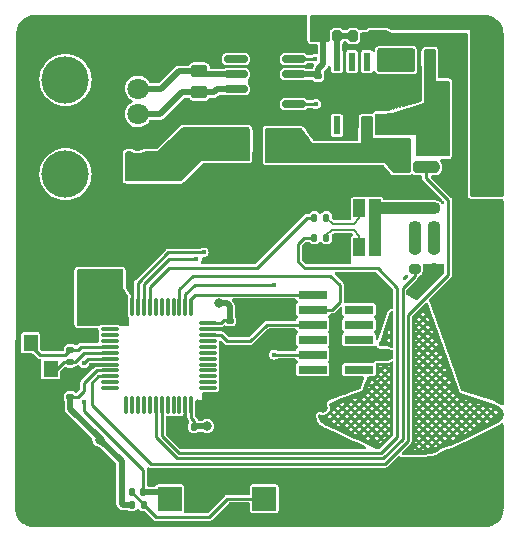
<source format=gbr>
%TF.GenerationSoftware,KiCad,Pcbnew,(6.0.2-0)*%
%TF.CreationDate,2022-05-22T12:16:40-06:00*%
%TF.ProjectId,epas-controller,65706173-2d63-46f6-9e74-726f6c6c6572,rev?*%
%TF.SameCoordinates,Original*%
%TF.FileFunction,Copper,L1,Top*%
%TF.FilePolarity,Positive*%
%FSLAX46Y46*%
G04 Gerber Fmt 4.6, Leading zero omitted, Abs format (unit mm)*
G04 Created by KiCad (PCBNEW (6.0.2-0)) date 2022-05-22 12:16:40*
%MOMM*%
%LPD*%
G01*
G04 APERTURE LIST*
G04 Aperture macros list*
%AMRoundRect*
0 Rectangle with rounded corners*
0 $1 Rounding radius*
0 $2 $3 $4 $5 $6 $7 $8 $9 X,Y pos of 4 corners*
0 Add a 4 corners polygon primitive as box body*
4,1,4,$2,$3,$4,$5,$6,$7,$8,$9,$2,$3,0*
0 Add four circle primitives for the rounded corners*
1,1,$1+$1,$2,$3*
1,1,$1+$1,$4,$5*
1,1,$1+$1,$6,$7*
1,1,$1+$1,$8,$9*
0 Add four rect primitives between the rounded corners*
20,1,$1+$1,$2,$3,$4,$5,0*
20,1,$1+$1,$4,$5,$6,$7,0*
20,1,$1+$1,$6,$7,$8,$9,0*
20,1,$1+$1,$8,$9,$2,$3,0*%
G04 Aperture macros list end*
%TA.AperFunction,SMDPad,CuDef*%
%ADD10RoundRect,0.140000X-0.170000X0.140000X-0.170000X-0.140000X0.170000X-0.140000X0.170000X0.140000X0*%
%TD*%
%TA.AperFunction,SMDPad,CuDef*%
%ADD11RoundRect,0.075000X-0.662500X-0.075000X0.662500X-0.075000X0.662500X0.075000X-0.662500X0.075000X0*%
%TD*%
%TA.AperFunction,SMDPad,CuDef*%
%ADD12RoundRect,0.075000X-0.075000X-0.662500X0.075000X-0.662500X0.075000X0.662500X-0.075000X0.662500X0*%
%TD*%
%TA.AperFunction,SMDPad,CuDef*%
%ADD13R,1.200000X1.400000*%
%TD*%
%TA.AperFunction,SMDPad,CuDef*%
%ADD14RoundRect,0.140000X0.170000X-0.140000X0.170000X0.140000X-0.170000X0.140000X-0.170000X-0.140000X0*%
%TD*%
%TA.AperFunction,SMDPad,CuDef*%
%ADD15R,2.400000X0.740000*%
%TD*%
%TA.AperFunction,SMDPad,CuDef*%
%ADD16RoundRect,0.250000X0.250000X0.475000X-0.250000X0.475000X-0.250000X-0.475000X0.250000X-0.475000X0*%
%TD*%
%TA.AperFunction,SMDPad,CuDef*%
%ADD17RoundRect,0.140000X0.140000X0.170000X-0.140000X0.170000X-0.140000X-0.170000X0.140000X-0.170000X0*%
%TD*%
%TA.AperFunction,SMDPad,CuDef*%
%ADD18RoundRect,0.250000X-0.250000X-0.475000X0.250000X-0.475000X0.250000X0.475000X-0.250000X0.475000X0*%
%TD*%
%TA.AperFunction,SMDPad,CuDef*%
%ADD19RoundRect,0.135000X0.135000X0.185000X-0.135000X0.185000X-0.135000X-0.185000X0.135000X-0.185000X0*%
%TD*%
%TA.AperFunction,SMDPad,CuDef*%
%ADD20RoundRect,0.218750X0.256250X-0.218750X0.256250X0.218750X-0.256250X0.218750X-0.256250X-0.218750X0*%
%TD*%
%TA.AperFunction,SMDPad,CuDef*%
%ADD21R,1.600000X5.700000*%
%TD*%
%TA.AperFunction,SMDPad,CuDef*%
%ADD22RoundRect,0.250000X0.450000X-0.262500X0.450000X0.262500X-0.450000X0.262500X-0.450000X-0.262500X0*%
%TD*%
%TA.AperFunction,SMDPad,CuDef*%
%ADD23RoundRect,0.140000X-0.140000X-0.170000X0.140000X-0.170000X0.140000X0.170000X-0.140000X0.170000X0*%
%TD*%
%TA.AperFunction,SMDPad,CuDef*%
%ADD24RoundRect,0.200000X-0.200000X-0.275000X0.200000X-0.275000X0.200000X0.275000X-0.200000X0.275000X0*%
%TD*%
%TA.AperFunction,ComponentPad*%
%ADD25C,0.800000*%
%TD*%
%TA.AperFunction,ComponentPad*%
%ADD26C,6.400000*%
%TD*%
%TA.AperFunction,SMDPad,CuDef*%
%ADD27R,1.000000X1.500000*%
%TD*%
%TA.AperFunction,SMDPad,CuDef*%
%ADD28RoundRect,0.200000X-0.275000X0.200000X-0.275000X-0.200000X0.275000X-0.200000X0.275000X0.200000X0*%
%TD*%
%TA.AperFunction,SMDPad,CuDef*%
%ADD29R,1.100000X1.100000*%
%TD*%
%TA.AperFunction,ComponentPad*%
%ADD30C,1.400000*%
%TD*%
%TA.AperFunction,ComponentPad*%
%ADD31C,1.800000*%
%TD*%
%TA.AperFunction,ComponentPad*%
%ADD32C,4.000000*%
%TD*%
%TA.AperFunction,SMDPad,CuDef*%
%ADD33R,2.000000X2.000000*%
%TD*%
%TA.AperFunction,SMDPad,CuDef*%
%ADD34RoundRect,0.250000X-0.475000X0.250000X-0.475000X-0.250000X0.475000X-0.250000X0.475000X0.250000X0*%
%TD*%
%TA.AperFunction,SMDPad,CuDef*%
%ADD35R,2.500000X1.800000*%
%TD*%
%TA.AperFunction,SMDPad,CuDef*%
%ADD36R,0.600000X1.550000*%
%TD*%
%TA.AperFunction,ComponentPad*%
%ADD37C,0.600000*%
%TD*%
%TA.AperFunction,SMDPad,CuDef*%
%ADD38R,3.100000X2.600000*%
%TD*%
%TA.AperFunction,SMDPad,CuDef*%
%ADD39R,4.500000X2.950000*%
%TD*%
%TA.AperFunction,SMDPad,CuDef*%
%ADD40RoundRect,0.150000X0.825000X0.150000X-0.825000X0.150000X-0.825000X-0.150000X0.825000X-0.150000X0*%
%TD*%
%TA.AperFunction,ViaPad*%
%ADD41C,0.800000*%
%TD*%
%TA.AperFunction,ViaPad*%
%ADD42C,0.450000*%
%TD*%
%TA.AperFunction,Conductor*%
%ADD43C,0.250000*%
%TD*%
%TA.AperFunction,Conductor*%
%ADD44C,0.500000*%
%TD*%
%TA.AperFunction,Conductor*%
%ADD45C,1.000000*%
%TD*%
%TA.AperFunction,Conductor*%
%ADD46C,2.000000*%
%TD*%
%TA.AperFunction,Conductor*%
%ADD47C,0.200000*%
%TD*%
G04 APERTURE END LIST*
D10*
%TO.P,C11,1*%
%TO.N,GND*%
X21562500Y-49345000D03*
%TO.P,C11,2*%
%TO.N,+3V3*%
X21562500Y-50305000D03*
%TD*%
D11*
%TO.P,U3,1,VBAT*%
%TO.N,+3V3*%
X24900000Y-44075000D03*
%TO.P,U3,2,PC13*%
%TO.N,unconnected-(U3-Pad2)*%
X24900000Y-44575000D03*
%TO.P,U3,3,PC14*%
%TO.N,/OSC32_IN*%
X24900000Y-45075000D03*
%TO.P,U3,4,PC15*%
%TO.N,/OSC32_OUT*%
X24900000Y-45575000D03*
%TO.P,U3,5,PD0*%
%TO.N,/OSC_IN*%
X24900000Y-46075000D03*
%TO.P,U3,6,PD1*%
%TO.N,/OSC_OUT*%
X24900000Y-46575000D03*
%TO.P,U3,7,NRST*%
%TO.N,/NRST*%
X24900000Y-47075000D03*
%TO.P,U3,8,VSSA*%
%TO.N,GND*%
X24900000Y-47575000D03*
%TO.P,U3,9,VDDA*%
%TO.N,+3V3*%
X24900000Y-48075000D03*
%TO.P,U3,10,PA0*%
%TO.N,/VBATT_SENSE*%
X24900000Y-48575000D03*
%TO.P,U3,11,PA1*%
%TO.N,unconnected-(U3-Pad11)*%
X24900000Y-49075000D03*
%TO.P,U3,12,PA2*%
%TO.N,unconnected-(U3-Pad12)*%
X24900000Y-49575000D03*
D12*
%TO.P,U3,13,PA3*%
%TO.N,unconnected-(U3-Pad13)*%
X26312500Y-50987500D03*
%TO.P,U3,14,PA4*%
%TO.N,unconnected-(U3-Pad14)*%
X26812500Y-50987500D03*
%TO.P,U3,15,PA5*%
%TO.N,unconnected-(U3-Pad15)*%
X27312500Y-50987500D03*
%TO.P,U3,16,PA6*%
%TO.N,unconnected-(U3-Pad16)*%
X27812500Y-50987500D03*
%TO.P,U3,17,PA7*%
%TO.N,unconnected-(U3-Pad17)*%
X28312500Y-50987500D03*
%TO.P,U3,18,PB0*%
%TO.N,/PB0*%
X28812500Y-50987500D03*
%TO.P,U3,19,PB1*%
%TO.N,/BOOT1*%
X29312500Y-50987500D03*
%TO.P,U3,20,PB2*%
%TO.N,unconnected-(U3-Pad20)*%
X29812500Y-50987500D03*
%TO.P,U3,21,PB10*%
%TO.N,unconnected-(U3-Pad21)*%
X30312500Y-50987500D03*
%TO.P,U3,22,PB11*%
%TO.N,unconnected-(U3-Pad22)*%
X30812500Y-50987500D03*
%TO.P,U3,23,VSS*%
%TO.N,GND*%
X31312500Y-50987500D03*
%TO.P,U3,24,VDD*%
%TO.N,+3V3*%
X31812500Y-50987500D03*
D11*
%TO.P,U3,25,PB12*%
%TO.N,unconnected-(U3-Pad25)*%
X33225000Y-49575000D03*
%TO.P,U3,26,PB13*%
%TO.N,unconnected-(U3-Pad26)*%
X33225000Y-49075000D03*
%TO.P,U3,27,PB14*%
%TO.N,unconnected-(U3-Pad27)*%
X33225000Y-48575000D03*
%TO.P,U3,28,PB15*%
%TO.N,unconnected-(U3-Pad28)*%
X33225000Y-48075000D03*
%TO.P,U3,29,PA8*%
%TO.N,unconnected-(U3-Pad29)*%
X33225000Y-47575000D03*
%TO.P,U3,30,PA9*%
%TO.N,unconnected-(U3-Pad30)*%
X33225000Y-47075000D03*
%TO.P,U3,31,PA10*%
%TO.N,unconnected-(U3-Pad31)*%
X33225000Y-46575000D03*
%TO.P,U3,32,PA11*%
%TO.N,unconnected-(U3-Pad32)*%
X33225000Y-46075000D03*
%TO.P,U3,33,PA12*%
%TO.N,unconnected-(U3-Pad33)*%
X33225000Y-45575000D03*
%TO.P,U3,34,PA13*%
%TO.N,/JTMS*%
X33225000Y-45075000D03*
%TO.P,U3,35,VSS*%
%TO.N,GND*%
X33225000Y-44575000D03*
%TO.P,U3,36,VDD*%
%TO.N,+3V3*%
X33225000Y-44075000D03*
D12*
%TO.P,U3,37,PA14*%
%TO.N,/JTCK*%
X31812500Y-42662500D03*
%TO.P,U3,38,PA15*%
%TO.N,/JTDI*%
X31312500Y-42662500D03*
%TO.P,U3,39,PB3*%
%TO.N,/JTDO*%
X30812500Y-42662500D03*
%TO.P,U3,40,PB4*%
%TO.N,unconnected-(U3-Pad40)*%
X30312500Y-42662500D03*
%TO.P,U3,41,PB5*%
%TO.N,unconnected-(U3-Pad41)*%
X29812500Y-42662500D03*
%TO.P,U3,42,PB6*%
%TO.N,unconnected-(U3-Pad42)*%
X29312500Y-42662500D03*
%TO.P,U3,43,PB7*%
%TO.N,unconnected-(U3-Pad43)*%
X28812500Y-42662500D03*
%TO.P,U3,44,BOOT0*%
%TO.N,/BOOT0*%
X28312500Y-42662500D03*
%TO.P,U3,45,PB8*%
%TO.N,/CANRX*%
X27812500Y-42662500D03*
%TO.P,U3,46,PB9*%
%TO.N,/CANTX*%
X27312500Y-42662500D03*
%TO.P,U3,47,VSS*%
%TO.N,GND*%
X26812500Y-42662500D03*
%TO.P,U3,48,VDD*%
%TO.N,+3V3*%
X26312500Y-42662500D03*
%TD*%
D13*
%TO.P,Y1,1,1*%
%TO.N,/OSC_IN*%
X18212500Y-45725000D03*
%TO.P,Y1,2,2*%
%TO.N,GND*%
X18212500Y-47925000D03*
%TO.P,Y1,3,3*%
%TO.N,/OSC_OUT*%
X19912500Y-47925000D03*
%TO.P,Y1,4,4*%
%TO.N,GND*%
X19912500Y-45725000D03*
%TD*%
D14*
%TO.P,C12,1*%
%TO.N,/OSC_IN*%
X21562500Y-46305000D03*
%TO.P,C12,2*%
%TO.N,GND*%
X21562500Y-45345000D03*
%TD*%
D15*
%TO.P,J2,1,TCK*%
%TO.N,/JTCK*%
X42112500Y-41650000D03*
%TO.P,J2,2,GND*%
%TO.N,GND*%
X46012500Y-41650000D03*
%TO.P,J2,3,TDO*%
%TO.N,/JTDO*%
X42112500Y-42920000D03*
%TO.P,J2,4,VREF*%
%TO.N,unconnected-(J2-Pad4)*%
X46012500Y-42920000D03*
%TO.P,J2,5,TMS*%
%TO.N,/JTMS*%
X42112500Y-44190000D03*
%TO.P,J2,6,~{SRST}*%
%TO.N,unconnected-(J2-Pad6)*%
X46012500Y-44190000D03*
%TO.P,J2,7,VCC*%
%TO.N,unconnected-(J2-Pad7)*%
X42112500Y-45460000D03*
%TO.P,J2,8,~{TRST}*%
%TO.N,unconnected-(J2-Pad8)*%
X46012500Y-45460000D03*
%TO.P,J2,9,TDI*%
%TO.N,/JTDI*%
X42112500Y-46730000D03*
%TO.P,J2,10,GND*%
%TO.N,GND*%
X46012500Y-46730000D03*
%TO.P,J2,11*%
%TO.N,N/C*%
X42112500Y-48000000D03*
%TO.P,J2,12*%
X46012500Y-48000000D03*
%TD*%
D10*
%TO.P,C5,1*%
%TO.N,+3V3*%
X42550000Y-23165000D03*
%TO.P,C5,2*%
%TO.N,GND*%
X42550000Y-24125000D03*
%TD*%
D14*
%TO.P,C7,1*%
%TO.N,GND*%
X35062500Y-44805000D03*
%TO.P,C7,2*%
%TO.N,+3V3*%
X35062500Y-43845000D03*
%TD*%
D16*
%TO.P,C4,1*%
%TO.N,+3V3*%
X56625000Y-32600000D03*
%TO.P,C4,2*%
%TO.N,GND*%
X54725000Y-32600000D03*
%TD*%
D17*
%TO.P,C9,1*%
%TO.N,GND*%
X26542500Y-40825000D03*
%TO.P,C9,2*%
%TO.N,+3V3*%
X25582500Y-40825000D03*
%TD*%
D18*
%TO.P,C3,1*%
%TO.N,/BOOT*%
X50100000Y-21625000D03*
%TO.P,C3,2*%
%TO.N,/PH*%
X52000000Y-21625000D03*
%TD*%
D19*
%TO.P,R7,1*%
%TO.N,Net-(C14-Pad1)*%
X27785000Y-59450000D03*
%TO.P,R7,2*%
%TO.N,+3V3*%
X26765000Y-59450000D03*
%TD*%
D20*
%TO.P,D4,1,K*%
%TO.N,Net-(D4-Pad1)*%
X52374999Y-35925001D03*
%TO.P,D4,2,A*%
%TO.N,+3V3*%
X52374999Y-34350001D03*
%TD*%
D21*
%TO.P,L1,1*%
%TO.N,/PH*%
X52700000Y-26625000D03*
%TO.P,L1,2*%
%TO.N,+3V3*%
X57400000Y-26625000D03*
%TD*%
D22*
%TO.P,R3,1*%
%TO.N,/CANH*%
X32500000Y-24537500D03*
%TO.P,R3,2*%
%TO.N,/CANL*%
X32500000Y-22712500D03*
%TD*%
D23*
%TO.P,C10,1*%
%TO.N,GND*%
X21582500Y-43825000D03*
%TO.P,C10,2*%
%TO.N,+3V3*%
X22542500Y-43825000D03*
%TD*%
%TO.P,C8,1*%
%TO.N,GND*%
X31082500Y-52825000D03*
%TO.P,C8,2*%
%TO.N,+3V3*%
X32042500Y-52825000D03*
%TD*%
D24*
%TO.P,R2,1*%
%TO.N,/VBATT_SENSE*%
X52350000Y-30850000D03*
%TO.P,R2,2*%
%TO.N,GND*%
X54000000Y-30850000D03*
%TD*%
D25*
%TO.P,H1,1,1*%
%TO.N,GND*%
X56197056Y-59472056D03*
X52802944Y-59472056D03*
X56197056Y-56077944D03*
X52100000Y-57775000D03*
X54500000Y-55375000D03*
D26*
X54500000Y-57775000D03*
D25*
X54500000Y-60175000D03*
X52802944Y-56077944D03*
X56900000Y-57775000D03*
%TD*%
D27*
%TO.P,JP1,1,A*%
%TO.N,+3V3*%
X47350000Y-34345000D03*
%TO.P,JP1,2,C*%
%TO.N,Net-(JP1-Pad2)*%
X46050000Y-34345000D03*
%TO.P,JP1,3,B*%
%TO.N,GND*%
X44750000Y-34345000D03*
%TD*%
D28*
%TO.P,R6,1*%
%TO.N,Net-(D3-Pad1)*%
X50725000Y-37800000D03*
%TO.P,R6,2*%
%TO.N,/PB0*%
X50725000Y-39450000D03*
%TD*%
D29*
%TO.P,D2,1,K*%
%TO.N,/PH*%
X50050000Y-27525000D03*
%TO.P,D2,2,A*%
%TO.N,GND*%
X50050000Y-24725000D03*
%TD*%
D30*
%TO.P,TP1,1,1*%
%TO.N,GND*%
X54275000Y-22000000D03*
%TO.P,TP1,2,2*%
%TO.N,+3V3*%
X56815000Y-22000000D03*
%TD*%
D28*
%TO.P,R8,1*%
%TO.N,Net-(D4-Pad1)*%
X52374999Y-37812500D03*
%TO.P,R8,2*%
%TO.N,GND*%
X52374999Y-39462500D03*
%TD*%
D24*
%TO.P,R1,1*%
%TO.N,/VIN*%
X49350000Y-30850000D03*
%TO.P,R1,2*%
%TO.N,/VBATT_SENSE*%
X51000000Y-30850000D03*
%TD*%
D31*
%TO.P,J1,1,Pin_1*%
%TO.N,+12V*%
X27287500Y-30754166D03*
%TO.P,J1,2,Pin_2*%
%TO.N,GND*%
X27287500Y-28570833D03*
%TO.P,J1,3,Pin_3*%
%TO.N,/CANH*%
X27287500Y-26387500D03*
%TO.P,J1,4,Pin_4*%
%TO.N,/CANL*%
X27287500Y-24204166D03*
D32*
%TO.P,J1,MH1*%
%TO.N,N/C*%
X21162500Y-31462500D03*
%TO.P,J1,MH2*%
X21162500Y-23462500D03*
%TD*%
D33*
%TO.P,SW1,1,1*%
%TO.N,/NRST*%
X30000000Y-58923500D03*
%TO.P,SW1,2,2*%
%TO.N,Net-(C14-Pad1)*%
X38000000Y-58923500D03*
%TD*%
D27*
%TO.P,JP2,1,A*%
%TO.N,+3V3*%
X47350000Y-37625000D03*
%TO.P,JP2,2,C*%
%TO.N,Net-(JP2-Pad2)*%
X46050000Y-37625000D03*
%TO.P,JP2,3,B*%
%TO.N,GND*%
X44750000Y-37625000D03*
%TD*%
D20*
%TO.P,D3,1,K*%
%TO.N,Net-(D3-Pad1)*%
X50724999Y-35912500D03*
%TO.P,D3,2,A*%
%TO.N,+3V3*%
X50724999Y-34337500D03*
%TD*%
D34*
%TO.P,C1,1*%
%TO.N,/VIN*%
X47080000Y-29675000D03*
%TO.P,C1,2*%
%TO.N,GND*%
X47080000Y-31575000D03*
%TD*%
D10*
%TO.P,C13,1*%
%TO.N,/OSC_OUT*%
X21562500Y-47345000D03*
%TO.P,C13,2*%
%TO.N,GND*%
X21562500Y-48305000D03*
%TD*%
D35*
%TO.P,D1,1,K*%
%TO.N,/VIN*%
X39550000Y-28625000D03*
%TO.P,D1,2,A*%
%TO.N,+12V*%
X35550000Y-28625000D03*
%TD*%
D36*
%TO.P,U1,1,BOOT*%
%TO.N,/BOOT*%
X47955000Y-21925000D03*
%TO.P,U1,2,NC*%
%TO.N,unconnected-(U1-Pad2)*%
X46685000Y-21925000D03*
%TO.P,U1,3,NC*%
%TO.N,unconnected-(U1-Pad3)*%
X45415000Y-21925000D03*
%TO.P,U1,4,VSENSE*%
%TO.N,/VSENSE*%
X44145000Y-21925000D03*
%TO.P,U1,5,EN*%
%TO.N,unconnected-(U1-Pad5)*%
X44145000Y-27325000D03*
%TO.P,U1,6,GND*%
%TO.N,GND*%
X45415000Y-27325000D03*
%TO.P,U1,7,VIN*%
%TO.N,/VIN*%
X46685000Y-27325000D03*
%TO.P,U1,8,PH*%
%TO.N,/PH*%
X47955000Y-27325000D03*
D37*
%TO.P,U1,9,GNDPAD*%
%TO.N,GND*%
X46650000Y-25225000D03*
X45350000Y-25225000D03*
X45350000Y-24025000D03*
D38*
X46050000Y-24625000D03*
D37*
X47850000Y-24025000D03*
X47850000Y-25225000D03*
X46650000Y-24025000D03*
X44250000Y-24025000D03*
D39*
X46050000Y-24625000D03*
D37*
X44250000Y-25225000D03*
%TD*%
D18*
%TO.P,C6,1*%
%TO.N,GND*%
X21112500Y-42250000D03*
%TO.P,C6,2*%
%TO.N,+3V3*%
X23012500Y-42250000D03*
%TD*%
D25*
%TO.P,H2,1,1*%
%TO.N,GND*%
X18727944Y-56077944D03*
X18727944Y-59472056D03*
X22122056Y-59472056D03*
X20425000Y-55375000D03*
X22122056Y-56077944D03*
X18025000Y-57775000D03*
X22825000Y-57775000D03*
D26*
X20425000Y-57775000D03*
D25*
X20425000Y-60175000D03*
%TD*%
D19*
%TO.P,R10,1*%
%TO.N,Net-(JP2-Pad2)*%
X43260000Y-36845000D03*
%TO.P,R10,2*%
%TO.N,/BOOT1*%
X42240000Y-36845000D03*
%TD*%
D24*
%TO.P,R4,1*%
%TO.N,+3V3*%
X42500000Y-19750000D03*
%TO.P,R4,2*%
%TO.N,/VSENSE*%
X44150000Y-19750000D03*
%TD*%
D19*
%TO.P,R9,1*%
%TO.N,Net-(JP1-Pad2)*%
X43260001Y-35125000D03*
%TO.P,R9,2*%
%TO.N,/BOOT0*%
X42240001Y-35125000D03*
%TD*%
D34*
%TO.P,C2,1*%
%TO.N,/VIN*%
X45050000Y-29675000D03*
%TO.P,C2,2*%
%TO.N,GND*%
X45050000Y-31575000D03*
%TD*%
D24*
%TO.P,R5,1*%
%TO.N,/VSENSE*%
X45500000Y-19750000D03*
%TO.P,R5,2*%
%TO.N,GND*%
X47150000Y-19750000D03*
%TD*%
D40*
%TO.P,U2,1,D*%
%TO.N,/CANTX*%
X40525000Y-25530000D03*
%TO.P,U2,2,GND*%
%TO.N,GND*%
X40525000Y-24260000D03*
%TO.P,U2,3,VCC*%
%TO.N,+3V3*%
X40525000Y-22990000D03*
%TO.P,U2,4,R*%
%TO.N,/CANRX*%
X40525000Y-21720000D03*
%TO.P,U2,5,Vref*%
%TO.N,unconnected-(U2-Pad5)*%
X35575000Y-21720000D03*
%TO.P,U2,6,CANL*%
%TO.N,/CANL*%
X35575000Y-22990000D03*
%TO.P,U2,7,CANH*%
%TO.N,/CANH*%
X35575000Y-24260000D03*
%TO.P,U2,8,Rs*%
%TO.N,GND*%
X35575000Y-25530000D03*
%TD*%
D23*
%TO.P,C14,1*%
%TO.N,Net-(C14-Pad1)*%
X26795000Y-58350000D03*
%TO.P,C14,2*%
%TO.N,/NRST*%
X27755000Y-58350000D03*
%TD*%
D41*
%TO.N,GND*%
X55887500Y-43600000D03*
X57350000Y-43600000D03*
X54425000Y-43600000D03*
X35975000Y-46725000D03*
X48250000Y-19750000D03*
X43300000Y-33875000D03*
X48350000Y-41650000D03*
X37550000Y-31775000D03*
X57325000Y-35650000D03*
X44700000Y-57825000D03*
X35975000Y-51250000D03*
X31050000Y-53650500D03*
X35974852Y-44801523D03*
X40650000Y-31775000D03*
D42*
X17299520Y-47925000D03*
X20725000Y-43825000D03*
D41*
X53825000Y-32600000D03*
X47575000Y-60025000D03*
X42950000Y-53425000D03*
X39600000Y-51225000D03*
X41350000Y-60025000D03*
X18125000Y-41225000D03*
X55862500Y-35650000D03*
D42*
X22425000Y-45350000D03*
D41*
X24450000Y-37475000D03*
X43250000Y-38075000D03*
X35975000Y-48800000D03*
X55887500Y-39675000D03*
X34450000Y-33875000D03*
X37550000Y-33875000D03*
X48350000Y-46725000D03*
X26575000Y-38725000D03*
X54400000Y-35650000D03*
X18125000Y-37450000D03*
X57350000Y-39675000D03*
X39600000Y-53425000D03*
X21250000Y-37450000D03*
X40650000Y-33875000D03*
X42950000Y-51225000D03*
D42*
X20864444Y-49350000D03*
D41*
X35975000Y-53450000D03*
X54425000Y-39675000D03*
X34450000Y-31800000D03*
X47575000Y-57825000D03*
X41350000Y-57825000D03*
X50750000Y-41450000D03*
%TO.N,+3V3*%
X57400000Y-30650000D03*
X24350000Y-42250000D03*
X24050000Y-53925000D03*
X25250000Y-42250000D03*
X23450000Y-40700000D03*
X33150000Y-52800000D03*
X34150000Y-42374500D03*
X24350000Y-40700000D03*
X49250001Y-34350001D03*
X57400000Y-31625000D03*
X57400000Y-29675000D03*
D42*
%TO.N,/NRST*%
X22725000Y-50750000D03*
X22725000Y-47450000D03*
%TO.N,/CANTX*%
X32850000Y-38075000D03*
X42350000Y-25525000D03*
%TO.N,/CANRX*%
X42325000Y-21700000D03*
X32250000Y-38675000D03*
%TO.N,/JTDI*%
X38812500Y-40825000D03*
X38812500Y-46725000D03*
%TD*%
D43*
%TO.N,GND*%
X33225000Y-44575000D02*
X34575000Y-44575000D01*
X34575000Y-44575000D02*
X34805000Y-44805000D01*
X34805000Y-44805000D02*
X35062500Y-44805000D01*
D44*
%TO.N,+3V3*%
X34799500Y-42374500D02*
X35062500Y-42637500D01*
X35062500Y-42637500D02*
X35062500Y-43845000D01*
X34150000Y-42374500D02*
X34799500Y-42374500D01*
X24050000Y-53925000D02*
X24100000Y-53925000D01*
X24100000Y-53925000D02*
X25925000Y-55750000D01*
X26025000Y-59450000D02*
X26765000Y-59450000D01*
X25925000Y-55750000D02*
X25925000Y-59350000D01*
X25925000Y-59350000D02*
X26025000Y-59450000D01*
X24050000Y-53925000D02*
X24050000Y-53824598D01*
X24050000Y-53824598D02*
X21562500Y-51337098D01*
X21562500Y-51337098D02*
X21562500Y-50305000D01*
%TO.N,GND*%
X20869444Y-49345000D02*
X21562500Y-49345000D01*
X21562500Y-49345000D02*
X21562500Y-48305000D01*
X21030000Y-45345000D02*
X21562500Y-45345000D01*
X44750000Y-34345000D02*
X44750000Y-31875000D01*
X42415000Y-24260000D02*
X42550000Y-24125000D01*
D45*
X48250000Y-19750000D02*
X47150000Y-19750000D01*
D44*
X21562500Y-45345000D02*
X21562500Y-43845000D01*
D45*
X54725000Y-32600000D02*
X54725000Y-31125000D01*
D44*
X40525000Y-24260000D02*
X42415000Y-24260000D01*
X20650000Y-45725000D02*
X21030000Y-45345000D01*
X35974852Y-44801523D02*
X35971375Y-44805000D01*
D43*
X26542500Y-41305000D02*
X26542500Y-40825000D01*
D44*
X35971375Y-44805000D02*
X35062500Y-44805000D01*
X44750000Y-31875000D02*
X45050000Y-31575000D01*
X42550000Y-24125000D02*
X45550000Y-24125000D01*
D43*
X21792500Y-49345000D02*
X21562500Y-49345000D01*
D44*
X31082500Y-52825000D02*
X31082500Y-53618000D01*
D43*
X31312500Y-50987500D02*
X31312500Y-52075000D01*
X31062500Y-52325000D02*
X31062500Y-52805000D01*
D44*
X26575000Y-38725000D02*
X26542500Y-38757500D01*
X21582500Y-43825000D02*
X21582500Y-42720000D01*
D43*
X24900000Y-47575000D02*
X23562500Y-47575000D01*
X31312500Y-52075000D02*
X31062500Y-52325000D01*
D44*
X47080000Y-31575000D02*
X45050000Y-31575000D01*
X31082500Y-53618000D02*
X31050000Y-53650500D01*
X43770000Y-34345000D02*
X43300000Y-33875000D01*
X45415000Y-27325000D02*
X45415000Y-25260000D01*
X43700000Y-37625000D02*
X44750000Y-37625000D01*
D45*
X54450000Y-30850000D02*
X54000000Y-30850000D01*
D44*
X26542500Y-38757500D02*
X26542500Y-40825000D01*
D45*
X54725000Y-31125000D02*
X54450000Y-30850000D01*
D43*
X26812500Y-41575000D02*
X26542500Y-41305000D01*
D45*
X52374999Y-39825001D02*
X52374999Y-39462500D01*
D44*
X22420000Y-45345000D02*
X22425000Y-45350000D01*
X21582500Y-42720000D02*
X21112500Y-42250000D01*
D43*
X26812500Y-42662500D02*
X26812500Y-41575000D01*
D44*
X43250000Y-38075000D02*
X43700000Y-37625000D01*
D45*
X46012500Y-41650000D02*
X48350000Y-41650000D01*
D44*
X19912500Y-45725000D02*
X20650000Y-45725000D01*
D45*
X50750000Y-41450000D02*
X52374999Y-39825001D01*
D44*
X21582500Y-43825000D02*
X20725000Y-43825000D01*
X21562500Y-45345000D02*
X22420000Y-45345000D01*
X18212500Y-47925000D02*
X17299520Y-47925000D01*
D45*
X48345000Y-46730000D02*
X48350000Y-46725000D01*
D44*
X20864444Y-49350000D02*
X20869444Y-49345000D01*
D43*
X23562500Y-47575000D02*
X21792500Y-49345000D01*
D45*
X46012500Y-46730000D02*
X48345000Y-46730000D01*
X54725000Y-32600000D02*
X53825000Y-32600000D01*
D44*
X44750000Y-34345000D02*
X43770000Y-34345000D01*
%TO.N,+3V3*%
X40525000Y-22990000D02*
X42375000Y-22990000D01*
D43*
X22725000Y-49162500D02*
X22725000Y-49775000D01*
D45*
X49250001Y-34350001D02*
X47355001Y-34350001D01*
D43*
X31812500Y-52075000D02*
X32062500Y-52325000D01*
D45*
X47350000Y-37625000D02*
X47350000Y-34345000D01*
D43*
X23812500Y-48075000D02*
X22725000Y-49162500D01*
X31812500Y-50987500D02*
X31812500Y-52075000D01*
D44*
X42999511Y-22125489D02*
X42550000Y-22575000D01*
D43*
X22975000Y-43825000D02*
X22542500Y-43825000D01*
D44*
X23012500Y-42462500D02*
X22542500Y-42932500D01*
D43*
X22195000Y-50305000D02*
X21582500Y-50305000D01*
X22725000Y-49775000D02*
X22195000Y-50305000D01*
D45*
X47355001Y-34350001D02*
X47350000Y-34345000D01*
D44*
X42500000Y-19750000D02*
X42999511Y-20249511D01*
X33150000Y-52800000D02*
X32067500Y-52800000D01*
D43*
X24900000Y-44075000D02*
X23225000Y-44075000D01*
D45*
X57400000Y-30525000D02*
X57400000Y-32450000D01*
D44*
X22542500Y-42932500D02*
X22542500Y-43825000D01*
D43*
X34312500Y-44075000D02*
X34562500Y-43825000D01*
D44*
X42375000Y-22990000D02*
X42550000Y-23165000D01*
X42999511Y-20249511D02*
X42999511Y-22125489D01*
D43*
X34562500Y-43825000D02*
X35042500Y-43825000D01*
X24900000Y-48075000D02*
X23812500Y-48075000D01*
X32062500Y-52325000D02*
X32062500Y-52805000D01*
D44*
X42550000Y-22575000D02*
X42550000Y-23165000D01*
D45*
X57400000Y-30525000D02*
X57400000Y-26625000D01*
X57250000Y-32600000D02*
X56625000Y-32600000D01*
D43*
X23225000Y-44075000D02*
X22975000Y-43825000D01*
D45*
X52374999Y-34350001D02*
X49250001Y-34350001D01*
D43*
X33225000Y-44075000D02*
X34312500Y-44075000D01*
D45*
X57400000Y-32450000D02*
X57250000Y-32600000D01*
D43*
%TO.N,/OSC_IN*%
X18212500Y-45974022D02*
X18987989Y-46749511D01*
X22437500Y-46075000D02*
X22187500Y-46325000D01*
X24900000Y-46075000D02*
X22437500Y-46075000D01*
X22187500Y-46325000D02*
X21582500Y-46325000D01*
X21117989Y-46749511D02*
X21562500Y-46305000D01*
X18987989Y-46749511D02*
X21117989Y-46749511D01*
%TO.N,/OSC_OUT*%
X19912500Y-47925000D02*
X20462500Y-47925000D01*
X24900000Y-46575000D02*
X22755359Y-46575000D01*
X21985359Y-47345000D02*
X21562500Y-47345000D01*
X20462500Y-47925000D02*
X21062500Y-47325000D01*
X22755359Y-46575000D02*
X21985359Y-47345000D01*
X21062500Y-47325000D02*
X21542500Y-47325000D01*
%TO.N,Net-(C14-Pad1)*%
X34876500Y-58923500D02*
X38000000Y-58923500D01*
X27785000Y-59410000D02*
X26795000Y-58420000D01*
X27785000Y-59450000D02*
X28835000Y-60500000D01*
X33300000Y-60500000D02*
X34876500Y-58923500D01*
X28835000Y-60500000D02*
X33300000Y-60500000D01*
D44*
%TO.N,/NRST*%
X27755000Y-58350000D02*
X29426500Y-58350000D01*
D43*
X22725000Y-50750000D02*
X22725000Y-51475000D01*
X27750000Y-56500000D02*
X27750000Y-58345000D01*
X22725000Y-47450000D02*
X23100000Y-47075000D01*
X23100000Y-47075000D02*
X24900000Y-47075000D01*
X22725000Y-51475000D02*
X27750000Y-56500000D01*
D46*
%TO.N,+12V*%
X29520834Y-30754166D02*
X27287500Y-30754166D01*
X31650000Y-28625000D02*
X29520834Y-30754166D01*
X35550000Y-28625000D02*
X31650000Y-28625000D01*
D45*
%TO.N,Net-(D3-Pad1)*%
X50724999Y-35912500D02*
X50725000Y-37800000D01*
%TO.N,Net-(D4-Pad1)*%
X52374999Y-35925001D02*
X52374999Y-37812500D01*
D44*
%TO.N,/CANH*%
X33712500Y-24537500D02*
X32500000Y-24537500D01*
X29187500Y-26387500D02*
X31037500Y-24537500D01*
X27287500Y-26387500D02*
X29187500Y-26387500D01*
X35575000Y-24260000D02*
X33990000Y-24260000D01*
X31037500Y-24537500D02*
X32500000Y-24537500D01*
X33990000Y-24260000D02*
X33712500Y-24537500D01*
%TO.N,/CANL*%
X29270834Y-24204166D02*
X30762500Y-22712500D01*
X27287500Y-24204166D02*
X29270834Y-24204166D01*
X35575000Y-22990000D02*
X32777500Y-22990000D01*
X30762500Y-22712500D02*
X32500000Y-22712500D01*
X32777500Y-22990000D02*
X32500000Y-22712500D01*
D43*
%TO.N,/JTCK*%
X31812500Y-41987500D02*
X32150000Y-41650000D01*
X32150000Y-41650000D02*
X42112500Y-41650000D01*
X31812500Y-42662500D02*
X31812500Y-41987500D01*
%TO.N,/JTDO*%
X44400000Y-42237500D02*
X43717500Y-42920000D01*
X31950000Y-40050000D02*
X43600000Y-40050000D01*
X30812500Y-41187500D02*
X31950000Y-40050000D01*
X43600000Y-40050000D02*
X44400000Y-40850000D01*
X30812500Y-42662500D02*
X30812500Y-41187500D01*
X44400000Y-40850000D02*
X44400000Y-42237500D01*
X43717500Y-42920000D02*
X42112500Y-42920000D01*
%TO.N,/JTMS*%
X34812499Y-45575000D02*
X36812500Y-45575000D01*
X34312499Y-45075000D02*
X34812499Y-45575000D01*
X38197500Y-44190000D02*
X42112500Y-44190000D01*
X36812500Y-45575000D02*
X38197500Y-44190000D01*
X33225000Y-45075000D02*
X34312499Y-45075000D01*
D47*
%TO.N,Net-(JP1-Pad2)*%
X45600000Y-35650000D02*
X46050000Y-35200000D01*
X46050000Y-35200000D02*
X46050000Y-34345000D01*
X43785001Y-35650000D02*
X45600000Y-35650000D01*
X43260001Y-35125000D02*
X43785001Y-35650000D01*
%TO.N,Net-(JP2-Pad2)*%
X43750000Y-36150000D02*
X45550000Y-36150000D01*
X46050000Y-36650000D02*
X46050000Y-37625000D01*
X43260000Y-36640000D02*
X43750000Y-36150000D01*
X45550000Y-36150000D02*
X46050000Y-36650000D01*
D43*
%TO.N,/VBATT_SENSE*%
X50149040Y-43400960D02*
X50149040Y-54047395D01*
X53575000Y-39975000D02*
X50149040Y-43400960D01*
X51675000Y-30875000D02*
X51675000Y-31775000D01*
X53575000Y-33675000D02*
X53575000Y-39975000D01*
D45*
X51425000Y-30850000D02*
X52350000Y-30850000D01*
D43*
X28375000Y-55975000D02*
X23400000Y-51000000D01*
X51675000Y-31775000D02*
X53575000Y-33675000D01*
X23400000Y-51000000D02*
X23400000Y-49123218D01*
X23400000Y-49123218D02*
X23948218Y-48575000D01*
X23948218Y-48575000D02*
X24900000Y-48575000D01*
D45*
X51400000Y-30875000D02*
X51425000Y-30850000D01*
D43*
X50149040Y-54047395D02*
X48221435Y-55975000D01*
X48221435Y-55975000D02*
X28375000Y-55975000D01*
%TO.N,/PB0*%
X50725000Y-40050000D02*
X50725000Y-39450000D01*
X49699520Y-53861198D02*
X49699520Y-41075480D01*
X49699520Y-41075480D02*
X50725000Y-40050000D01*
X48035238Y-55525480D02*
X49699520Y-53861198D01*
X28812500Y-50987500D02*
X28812500Y-53737500D01*
X30600481Y-55525480D02*
X48035238Y-55525480D01*
X28812500Y-53737500D02*
X30600481Y-55525480D01*
%TO.N,/BOOT0*%
X28312500Y-41012500D02*
X29925000Y-39400000D01*
X28312500Y-42662500D02*
X28312500Y-41012500D01*
X29925000Y-39400000D02*
X37350000Y-39400000D01*
X41625000Y-35125000D02*
X42240001Y-35125000D01*
X37350000Y-39400000D02*
X41625000Y-35125000D01*
%TO.N,/BOOT1*%
X47600000Y-39425000D02*
X41400000Y-39425000D01*
X47849040Y-55075960D02*
X49250000Y-53675000D01*
X29312500Y-50987500D02*
X29312500Y-53601782D01*
X30786678Y-55075960D02*
X47849040Y-55075960D01*
X49250000Y-41075000D02*
X47600000Y-39425000D01*
X40850000Y-37325000D02*
X41330000Y-36845000D01*
X41400000Y-39425000D02*
X40850000Y-38875000D01*
X41330000Y-36845000D02*
X42240000Y-36845000D01*
X40850000Y-38875000D02*
X40850000Y-37325000D01*
X49250000Y-53675000D02*
X49250000Y-41075000D01*
X29312500Y-53601782D02*
X30786678Y-55075960D01*
%TO.N,/CANTX*%
X27312500Y-40641064D02*
X27312500Y-42662500D01*
X29878564Y-38075000D02*
X27312500Y-40641064D01*
X32850000Y-38075000D02*
X29878564Y-38075000D01*
X42345000Y-25530000D02*
X42350000Y-25525000D01*
X40525000Y-25530000D02*
X42345000Y-25530000D01*
%TO.N,/CANRX*%
X40525000Y-21720000D02*
X42305000Y-21720000D01*
X32250000Y-38675000D02*
X29914282Y-38675000D01*
X29914282Y-38675000D02*
X27812500Y-40776782D01*
X27812500Y-40776782D02*
X27812500Y-42662500D01*
X42305000Y-21720000D02*
X42325000Y-21700000D01*
%TO.N,/JTDI*%
X31312500Y-41637500D02*
X31312500Y-42662500D01*
X38817500Y-46730000D02*
X42112500Y-46730000D01*
X32125000Y-40825000D02*
X31312500Y-41637500D01*
X38812500Y-46725000D02*
X38817500Y-46730000D01*
X38812500Y-40825000D02*
X32125000Y-40825000D01*
D44*
%TO.N,/VSENSE*%
X44150000Y-20825000D02*
X44150000Y-19750000D01*
X45500000Y-19750000D02*
X44150000Y-19750000D01*
X44145000Y-21925000D02*
X44145000Y-20430000D01*
%TD*%
%TA.AperFunction,Conductor*%
%TO.N,+12V*%
G36*
X36693212Y-27495002D02*
G01*
X36739705Y-27548658D01*
X36751086Y-27599904D01*
X36769125Y-29674306D01*
X36773895Y-30222904D01*
X36754486Y-30291196D01*
X36701237Y-30338154D01*
X36647900Y-30350000D01*
X32650000Y-30350000D01*
X32642626Y-30357484D01*
X31012015Y-32012433D01*
X30949956Y-32046919D01*
X30922262Y-32050000D01*
X26327254Y-32050000D01*
X26259133Y-32029998D01*
X26212640Y-31976342D01*
X26201260Y-31922753D01*
X26223765Y-29649753D01*
X26244441Y-29581833D01*
X26298554Y-29535874D01*
X26349759Y-29525000D01*
X26697722Y-29525000D01*
X26757086Y-29540077D01*
X26760137Y-29542115D01*
X26765439Y-29544393D01*
X26765441Y-29544394D01*
X26852583Y-29581833D01*
X26945970Y-29621955D01*
X27143240Y-29666593D01*
X27149009Y-29666820D01*
X27149012Y-29666820D01*
X27225183Y-29669812D01*
X27345342Y-29674533D01*
X27431632Y-29662022D01*
X27539786Y-29646341D01*
X27539791Y-29646340D01*
X27545507Y-29645511D01*
X27550979Y-29643653D01*
X27550981Y-29643653D01*
X27731567Y-29582352D01*
X27731569Y-29582351D01*
X27737031Y-29580497D01*
X27807442Y-29541065D01*
X27869009Y-29525000D01*
X28950000Y-29525000D01*
X31063493Y-27509809D01*
X31126597Y-27477277D01*
X31150442Y-27475000D01*
X36625091Y-27475000D01*
X36693212Y-27495002D01*
G37*
%TD.AperFunction*%
%TD*%
%TA.AperFunction,Conductor*%
%TO.N,GND*%
G36*
X50700000Y-25325000D02*
G01*
X48350000Y-26125000D01*
X45725000Y-26125000D01*
X45725000Y-28125000D01*
X45125000Y-28125000D01*
X45125000Y-26125000D01*
X43775000Y-26125000D01*
X43775000Y-23150000D01*
X50675000Y-23150000D01*
X50700000Y-25325000D01*
G37*
%TD.AperFunction*%
%TD*%
%TA.AperFunction,Conductor*%
%TO.N,/VIN*%
G36*
X47117121Y-26570002D02*
G01*
X47163614Y-26623658D01*
X47175000Y-26676000D01*
X47175000Y-28425000D01*
X50324000Y-28425000D01*
X50392121Y-28445002D01*
X50438614Y-28498658D01*
X50450000Y-28551000D01*
X50450000Y-30349486D01*
X50436267Y-30406688D01*
X50418856Y-30440860D01*
X50414354Y-30449696D01*
X50399500Y-30543481D01*
X50399501Y-31156518D01*
X50403108Y-31179292D01*
X50394009Y-31249700D01*
X50348287Y-31304014D01*
X50278659Y-31325000D01*
X48937266Y-31325000D01*
X48869145Y-31304998D01*
X48837177Y-31275539D01*
X48244118Y-30500000D01*
X48225000Y-30475000D01*
X41675000Y-30475000D01*
X41674856Y-30475001D01*
X41674854Y-30475001D01*
X38176869Y-30499125D01*
X38108612Y-30479593D01*
X38061750Y-30426259D01*
X38050000Y-30373128D01*
X38050000Y-27676000D01*
X38070002Y-27607879D01*
X38123658Y-27561386D01*
X38176000Y-27550000D01*
X41083982Y-27550000D01*
X41152103Y-27570002D01*
X41187578Y-27604280D01*
X41743228Y-28406885D01*
X42050000Y-28850000D01*
X46150000Y-28850000D01*
X46173645Y-26674630D01*
X46194387Y-26606731D01*
X46248545Y-26560824D01*
X46299638Y-26550000D01*
X47049000Y-26550000D01*
X47117121Y-26570002D01*
G37*
%TD.AperFunction*%
%TD*%
%TA.AperFunction,Conductor*%
%TO.N,+3V3*%
G36*
X56720681Y-18001500D02*
G01*
X56734956Y-18003723D01*
X56734959Y-18003723D01*
X56743829Y-18005104D01*
X56758619Y-18003170D01*
X56783940Y-18002427D01*
X56926275Y-18012607D01*
X56954482Y-18014625D01*
X56972277Y-18017183D01*
X57163798Y-18058846D01*
X57181043Y-18063910D01*
X57364682Y-18132405D01*
X57381034Y-18139872D01*
X57553054Y-18233801D01*
X57568178Y-18243521D01*
X57725080Y-18360977D01*
X57738666Y-18372750D01*
X57877250Y-18511334D01*
X57889023Y-18524920D01*
X58006479Y-18681822D01*
X58016199Y-18696946D01*
X58110128Y-18868966D01*
X58117595Y-18885318D01*
X58186090Y-19068957D01*
X58191154Y-19086202D01*
X58220529Y-19221237D01*
X58232817Y-19277724D01*
X58235375Y-19295518D01*
X58240200Y-19362971D01*
X58247072Y-19459055D01*
X58246368Y-19475982D01*
X58246387Y-19475982D01*
X58246277Y-19484958D01*
X58244896Y-19493829D01*
X58246060Y-19502731D01*
X58246060Y-19502734D01*
X58248936Y-19524725D01*
X58250000Y-19541062D01*
X58250000Y-33233361D01*
X58229998Y-33301482D01*
X58176342Y-33347975D01*
X58124740Y-33359358D01*
X55576737Y-33374259D01*
X55508500Y-33354655D01*
X55461694Y-33301273D01*
X55450000Y-33248261D01*
X55450000Y-19275000D01*
X50812184Y-19265277D01*
X48808304Y-19261076D01*
X48740225Y-19240931D01*
X48726132Y-19230147D01*
X48722169Y-19225604D01*
X48620231Y-19153961D01*
X48589670Y-19132482D01*
X48589668Y-19132481D01*
X48583453Y-19128113D01*
X48425487Y-19066524D01*
X48417954Y-19065532D01*
X48417953Y-19065532D01*
X48300261Y-19050038D01*
X48300260Y-19050038D01*
X48296174Y-19049500D01*
X47107484Y-19049500D01*
X46981680Y-19064724D01*
X46974576Y-19067408D01*
X46967195Y-19069221D01*
X46966959Y-19068261D01*
X46932794Y-19074501D01*
X46918482Y-19074501D01*
X46913589Y-19075276D01*
X46913588Y-19075276D01*
X46834494Y-19087802D01*
X46834492Y-19087803D01*
X46824696Y-19089354D01*
X46711658Y-19146950D01*
X46639172Y-19219436D01*
X46576860Y-19253462D01*
X46549813Y-19256341D01*
X46098713Y-19255395D01*
X46030634Y-19235250D01*
X46009882Y-19218490D01*
X45938342Y-19146950D01*
X45825304Y-19089354D01*
X45815515Y-19087804D01*
X45815513Y-19087803D01*
X45788151Y-19083470D01*
X45731519Y-19074500D01*
X45500047Y-19074500D01*
X45268482Y-19074501D01*
X45263589Y-19075276D01*
X45263588Y-19075276D01*
X45184494Y-19087802D01*
X45184492Y-19087803D01*
X45174696Y-19089354D01*
X45061658Y-19146950D01*
X44992624Y-19215984D01*
X44930312Y-19250010D01*
X44903265Y-19252889D01*
X44745877Y-19252559D01*
X44677798Y-19232414D01*
X44657046Y-19215654D01*
X44588342Y-19146950D01*
X44475304Y-19089354D01*
X44465515Y-19087804D01*
X44465513Y-19087803D01*
X44438151Y-19083470D01*
X44381519Y-19074500D01*
X44150047Y-19074500D01*
X43918482Y-19074501D01*
X43913589Y-19075276D01*
X43913588Y-19075276D01*
X43834494Y-19087802D01*
X43834492Y-19087803D01*
X43824696Y-19089354D01*
X43711658Y-19146950D01*
X43645448Y-19213160D01*
X43583136Y-19247186D01*
X43556090Y-19250065D01*
X43544602Y-19250041D01*
X43525000Y-19250000D01*
X43525000Y-20149000D01*
X43504998Y-20217121D01*
X43451342Y-20263614D01*
X43399000Y-20275000D01*
X41976000Y-20275000D01*
X41907879Y-20254998D01*
X41861386Y-20201342D01*
X41850000Y-20149000D01*
X41850000Y-18126000D01*
X41870002Y-18057879D01*
X41923658Y-18011386D01*
X41976000Y-18000000D01*
X56701297Y-18000000D01*
X56720681Y-18001500D01*
G37*
%TD.AperFunction*%
%TD*%
%TA.AperFunction,Conductor*%
%TO.N,/PH*%
G36*
X52442121Y-20870002D02*
G01*
X52488614Y-20923658D01*
X52500000Y-20976000D01*
X52500000Y-23525000D01*
X53601571Y-23547481D01*
X53669269Y-23568869D01*
X53714658Y-23623462D01*
X53725000Y-23673455D01*
X53725000Y-29824000D01*
X53704998Y-29892121D01*
X53651342Y-29938614D01*
X53599000Y-29950000D01*
X50951000Y-29950000D01*
X50882879Y-29929998D01*
X50836386Y-29876342D01*
X50825000Y-29824000D01*
X50825000Y-28125000D01*
X47501000Y-28125000D01*
X47432879Y-28104998D01*
X47386386Y-28051342D01*
X47375000Y-27999000D01*
X47375000Y-26676000D01*
X47370759Y-26636547D01*
X47370048Y-26621400D01*
X47372342Y-26449320D01*
X47393251Y-26381472D01*
X47447521Y-26335699D01*
X47498331Y-26325000D01*
X48350000Y-26325000D01*
X48355098Y-26324156D01*
X48355099Y-26324156D01*
X48382226Y-26319665D01*
X48414453Y-26314330D01*
X48419341Y-26312666D01*
X48419345Y-26312665D01*
X48531090Y-26274624D01*
X48583677Y-26256722D01*
X48624281Y-26250000D01*
X48775000Y-26250000D01*
X51550000Y-25425000D01*
X51550000Y-20976000D01*
X51570002Y-20907879D01*
X51623658Y-20861386D01*
X51676000Y-20850000D01*
X52374000Y-20850000D01*
X52442121Y-20870002D01*
G37*
%TD.AperFunction*%
%TD*%
%TA.AperFunction,Conductor*%
%TO.N,/BOOT*%
G36*
X50667121Y-20820002D02*
G01*
X50713614Y-20873658D01*
X50725000Y-20926000D01*
X50725000Y-22674000D01*
X50704998Y-22742121D01*
X50651342Y-22788614D01*
X50599000Y-22800000D01*
X47701000Y-22800000D01*
X47632879Y-22779998D01*
X47586386Y-22726342D01*
X47575000Y-22674000D01*
X47575000Y-20926000D01*
X47595002Y-20857879D01*
X47648658Y-20811386D01*
X47701000Y-20800000D01*
X50599000Y-20800000D01*
X50667121Y-20820002D01*
G37*
%TD.AperFunction*%
%TD*%
%TA.AperFunction,Conductor*%
%TO.N,+3V3*%
G36*
X25992121Y-39495002D02*
G01*
X26038614Y-39548658D01*
X26050000Y-39601000D01*
X26050000Y-41050000D01*
X26058357Y-41060347D01*
X26061201Y-41070032D01*
X26068313Y-41084587D01*
X26068528Y-41084487D01*
X26119276Y-41193316D01*
X26178452Y-41252492D01*
X26212478Y-41314804D01*
X26214014Y-41324918D01*
X26213236Y-41333807D01*
X26220937Y-41362545D01*
X26222991Y-41370210D01*
X26225370Y-41380942D01*
X26231912Y-41418045D01*
X26237423Y-41427590D01*
X26238615Y-41430866D01*
X26240092Y-41434034D01*
X26242946Y-41444684D01*
X26249270Y-41453715D01*
X26264555Y-41475544D01*
X26270461Y-41484815D01*
X26281812Y-41504475D01*
X26289306Y-41517455D01*
X26297751Y-41524541D01*
X26318182Y-41541685D01*
X26326285Y-41549111D01*
X26450095Y-41672921D01*
X26484121Y-41735233D01*
X26487000Y-41762016D01*
X26487000Y-41852005D01*
X26479350Y-41890462D01*
X26477985Y-41892505D01*
X26475564Y-41904674D01*
X26475564Y-41904675D01*
X26463207Y-41966799D01*
X26462000Y-41972867D01*
X26462001Y-43352132D01*
X26463208Y-43358198D01*
X26463208Y-43358203D01*
X26475564Y-43420324D01*
X26477985Y-43432495D01*
X26484878Y-43442812D01*
X26484879Y-43442813D01*
X26531983Y-43513308D01*
X26538876Y-43523624D01*
X26541261Y-43525217D01*
X26572121Y-43581732D01*
X26575000Y-43608515D01*
X26575000Y-44174000D01*
X26554998Y-44242121D01*
X26501342Y-44288614D01*
X26449000Y-44300000D01*
X25797287Y-44300000D01*
X25727285Y-44278765D01*
X25680314Y-44247380D01*
X25669995Y-44240485D01*
X25589633Y-44224500D01*
X24900056Y-44224500D01*
X24210368Y-44224501D01*
X24204302Y-44225708D01*
X24204297Y-44225708D01*
X24142176Y-44238064D01*
X24142175Y-44238064D01*
X24130005Y-44240485D01*
X24119688Y-44247378D01*
X24119687Y-44247379D01*
X24072715Y-44278765D01*
X24002713Y-44300000D01*
X22251000Y-44300000D01*
X22182879Y-44279998D01*
X22136386Y-44226342D01*
X22125000Y-44174000D01*
X22125000Y-39601000D01*
X22145002Y-39532879D01*
X22198658Y-39486386D01*
X22251000Y-39475000D01*
X25924000Y-39475000D01*
X25992121Y-39495002D01*
G37*
%TD.AperFunction*%
%TD*%
%TA.AperFunction,NonConductor*%
G36*
X50145184Y-39997582D02*
G01*
X50176991Y-40061055D01*
X50169433Y-40131648D01*
X50142102Y-40172572D01*
X49911393Y-40403281D01*
X49849083Y-40437305D01*
X49778267Y-40432240D01*
X49721432Y-40389693D01*
X49696621Y-40323172D01*
X49703638Y-40271815D01*
X49706879Y-40262739D01*
X49730948Y-40221877D01*
X49912527Y-40015538D01*
X49967273Y-39979243D01*
X50013159Y-39963948D01*
X50084109Y-39961382D01*
X50145184Y-39997582D01*
G37*
%TD.AperFunction*%
%TA.AperFunction,NonConductor*%
G36*
X48857334Y-43069402D02*
G01*
X48908233Y-43118898D01*
X48924500Y-43180823D01*
X48924500Y-46030459D01*
X48904498Y-46098580D01*
X48850842Y-46145073D01*
X48780568Y-46155177D01*
X48732669Y-46137893D01*
X48643746Y-46083402D01*
X48557479Y-46055871D01*
X48489464Y-46034164D01*
X48489462Y-46034164D01*
X48482225Y-46031854D01*
X48474645Y-46031337D01*
X48474644Y-46031337D01*
X48320646Y-46020838D01*
X48320642Y-46020838D01*
X48313070Y-46020322D01*
X48305593Y-46021627D01*
X48305592Y-46021627D01*
X48271233Y-46027624D01*
X48249569Y-46029500D01*
X47826115Y-46029500D01*
X47757994Y-46009498D01*
X47711501Y-45955842D01*
X47701397Y-45885568D01*
X47707456Y-45861122D01*
X47711625Y-45849451D01*
X47746393Y-45752100D01*
X48176871Y-45752100D01*
X48236453Y-45752100D01*
X48265375Y-45747052D01*
X48272903Y-45745971D01*
X48275941Y-45745628D01*
X48283485Y-45745006D01*
X48291008Y-45744612D01*
X48214827Y-45668431D01*
X48202268Y-45680990D01*
X48176871Y-45752100D01*
X47746393Y-45752100D01*
X47840167Y-45489533D01*
X48393725Y-45489533D01*
X48574745Y-45670553D01*
X48647100Y-45598197D01*
X48647100Y-45380868D01*
X48574745Y-45308513D01*
X48393725Y-45489533D01*
X47840167Y-45489533D01*
X48061987Y-44868438D01*
X48492464Y-44868438D01*
X48574745Y-44950719D01*
X48647100Y-44878364D01*
X48647100Y-44661035D01*
X48587738Y-44601672D01*
X48492464Y-44868438D01*
X48061987Y-44868438D01*
X48679841Y-43138445D01*
X48721589Y-43081020D01*
X48787756Y-43055282D01*
X48857334Y-43069402D01*
G37*
%TD.AperFunction*%
%TA.AperFunction,NonConductor*%
G36*
X48857567Y-47312543D02*
G01*
X48908362Y-47362145D01*
X48924500Y-47423841D01*
X48924500Y-53487984D01*
X48904498Y-53556105D01*
X48887595Y-53577079D01*
X47751119Y-54713555D01*
X47688807Y-54747581D01*
X47662024Y-54750460D01*
X47537440Y-54750460D01*
X47483941Y-54738538D01*
X47430669Y-54713555D01*
X46057312Y-54069498D01*
X47012107Y-54069498D01*
X47258567Y-54185079D01*
X47316095Y-54127551D01*
X47316094Y-54127550D01*
X47673890Y-54127550D01*
X47809356Y-54263016D01*
X47990376Y-54081996D01*
X47854910Y-53946530D01*
X47673890Y-54127550D01*
X47316094Y-54127550D01*
X47135075Y-53946530D01*
X47012107Y-54069498D01*
X46057312Y-54069498D01*
X45413627Y-53767632D01*
X46594138Y-53767632D01*
X46775158Y-53948652D01*
X46956178Y-53767632D01*
X47313973Y-53767632D01*
X47494993Y-53948652D01*
X47676012Y-53767633D01*
X48033808Y-53767633D01*
X48169273Y-53903098D01*
X48350294Y-53722078D01*
X48214828Y-53586612D01*
X48033808Y-53767633D01*
X47676012Y-53767633D01*
X47676013Y-53767632D01*
X47494993Y-53586612D01*
X47313973Y-53767632D01*
X46956178Y-53767632D01*
X46775158Y-53586612D01*
X46594138Y-53767632D01*
X45413627Y-53767632D01*
X45077255Y-53609885D01*
X46032050Y-53609885D01*
X46119700Y-53650989D01*
X46055323Y-53586612D01*
X46032050Y-53609885D01*
X45077255Y-53609885D01*
X44587227Y-53380079D01*
X45542022Y-53380079D01*
X45788481Y-53495660D01*
X45876426Y-53407715D01*
X46234221Y-53407715D01*
X46415241Y-53588735D01*
X46596261Y-53407715D01*
X46954055Y-53407715D01*
X47135075Y-53588735D01*
X47316095Y-53407715D01*
X47673890Y-53407715D01*
X47854910Y-53588735D01*
X48035930Y-53407715D01*
X48393725Y-53407715D01*
X48529191Y-53543181D01*
X48647100Y-53425272D01*
X48647100Y-53299050D01*
X48574745Y-53226695D01*
X48393725Y-53407715D01*
X48035930Y-53407715D01*
X47854910Y-53226695D01*
X47673890Y-53407715D01*
X47316095Y-53407715D01*
X47135075Y-53226695D01*
X46954055Y-53407715D01*
X46596261Y-53407715D01*
X46415241Y-53226695D01*
X46234221Y-53407715D01*
X45876426Y-53407715D01*
X45695406Y-53226695D01*
X45542022Y-53380079D01*
X44587227Y-53380079D01*
X43878684Y-53047797D01*
X45154469Y-53047797D01*
X45335489Y-53228818D01*
X45516509Y-53047798D01*
X45874303Y-53047798D01*
X46055323Y-53228818D01*
X46236342Y-53047798D01*
X46594138Y-53047798D01*
X46775158Y-53228818D01*
X46956178Y-53047798D01*
X47313973Y-53047798D01*
X47494993Y-53228818D01*
X47676013Y-53047798D01*
X47676012Y-53047797D01*
X48033808Y-53047797D01*
X48214828Y-53228818D01*
X48395848Y-53047798D01*
X48214827Y-52866778D01*
X48033808Y-53047797D01*
X47676012Y-53047797D01*
X47494993Y-52866778D01*
X47313973Y-53047798D01*
X46956178Y-53047798D01*
X46775158Y-52866778D01*
X46594138Y-53047798D01*
X46236342Y-53047798D01*
X46236343Y-53047797D01*
X46055324Y-52866778D01*
X45874303Y-53047798D01*
X45516509Y-53047798D01*
X45335488Y-52866778D01*
X45154469Y-53047797D01*
X43878684Y-53047797D01*
X43607169Y-52920466D01*
X44561965Y-52920466D01*
X44764166Y-53015291D01*
X44615653Y-52866778D01*
X44561965Y-52920466D01*
X43607169Y-52920466D01*
X43268916Y-52761837D01*
X43261227Y-52757904D01*
X43256193Y-52755107D01*
X43135186Y-52687881D01*
X44074717Y-52687881D01*
X44082405Y-52695569D01*
X44318396Y-52806240D01*
X44436757Y-52687880D01*
X44794551Y-52687880D01*
X44975572Y-52868900D01*
X45156591Y-52687881D01*
X45156590Y-52687880D01*
X45514386Y-52687880D01*
X45695406Y-52868900D01*
X45876426Y-52687880D01*
X46234221Y-52687880D01*
X46415241Y-52868900D01*
X46596261Y-52687880D01*
X46954055Y-52687880D01*
X47135076Y-52868900D01*
X47316095Y-52687881D01*
X47316094Y-52687880D01*
X47673890Y-52687880D01*
X47854910Y-52868900D01*
X48035930Y-52687880D01*
X48393725Y-52687880D01*
X48574745Y-52868900D01*
X48647100Y-52796544D01*
X48647100Y-52579215D01*
X48574745Y-52506860D01*
X48393725Y-52687880D01*
X48035930Y-52687880D01*
X47854910Y-52506860D01*
X47673890Y-52687880D01*
X47316094Y-52687880D01*
X47135075Y-52506860D01*
X46954055Y-52687880D01*
X46596261Y-52687880D01*
X46415241Y-52506860D01*
X46234221Y-52687880D01*
X45876426Y-52687880D01*
X45695406Y-52506860D01*
X45514386Y-52687880D01*
X45156590Y-52687880D01*
X44975571Y-52506860D01*
X44794551Y-52687880D01*
X44436757Y-52687880D01*
X44255737Y-52506860D01*
X44074717Y-52687881D01*
X43135186Y-52687881D01*
X42843073Y-52525596D01*
X42797817Y-52482869D01*
X42634527Y-52225043D01*
X42628243Y-52211127D01*
X43111801Y-52211127D01*
X43344541Y-52340427D01*
X43357005Y-52327963D01*
X43714799Y-52327963D01*
X43895819Y-52508983D01*
X44076839Y-52327963D01*
X44434634Y-52327963D01*
X44615654Y-52508983D01*
X44796674Y-52327963D01*
X45154469Y-52327963D01*
X45335489Y-52508983D01*
X45516509Y-52327963D01*
X45874303Y-52327963D01*
X46055323Y-52508983D01*
X46236343Y-52327963D01*
X46594138Y-52327963D01*
X46775158Y-52508983D01*
X46956178Y-52327963D01*
X47313973Y-52327963D01*
X47494993Y-52508983D01*
X47676013Y-52327963D01*
X48033808Y-52327963D01*
X48214828Y-52508983D01*
X48395848Y-52327963D01*
X48214828Y-52146943D01*
X48033808Y-52327963D01*
X47676013Y-52327963D01*
X47494993Y-52146943D01*
X47313973Y-52327963D01*
X46956178Y-52327963D01*
X46775158Y-52146943D01*
X46594138Y-52327963D01*
X46236343Y-52327963D01*
X46055323Y-52146943D01*
X45874303Y-52327963D01*
X45516509Y-52327963D01*
X45335489Y-52146943D01*
X45154469Y-52327963D01*
X44796674Y-52327963D01*
X44615654Y-52146943D01*
X44434634Y-52327963D01*
X44076839Y-52327963D01*
X43895819Y-52146943D01*
X43714799Y-52327963D01*
X43357005Y-52327963D01*
X43175985Y-52146943D01*
X43111801Y-52211127D01*
X42628243Y-52211127D01*
X42620014Y-52192906D01*
X42607228Y-52149066D01*
X42562131Y-51994449D01*
X43381285Y-51994449D01*
X43535902Y-52149066D01*
X43716922Y-51968046D01*
X43716921Y-51968045D01*
X44074717Y-51968045D01*
X44255737Y-52149066D01*
X44436757Y-51968046D01*
X44794551Y-51968046D01*
X44975571Y-52149066D01*
X45156590Y-51968046D01*
X45514386Y-51968046D01*
X45695406Y-52149066D01*
X45876426Y-51968046D01*
X46234221Y-51968046D01*
X46415241Y-52149066D01*
X46596261Y-51968046D01*
X46954055Y-51968046D01*
X47135075Y-52149066D01*
X47316094Y-51968046D01*
X47673890Y-51968046D01*
X47854910Y-52149066D01*
X48035930Y-51968046D01*
X48393725Y-51968046D01*
X48574745Y-52149066D01*
X48647100Y-52076711D01*
X48647100Y-51859382D01*
X48574745Y-51787026D01*
X48393725Y-51968046D01*
X48035930Y-51968046D01*
X47854910Y-51787026D01*
X47673890Y-51968046D01*
X47316094Y-51968046D01*
X47316095Y-51968045D01*
X47135076Y-51787026D01*
X46954055Y-51968046D01*
X46596261Y-51968046D01*
X46415241Y-51787026D01*
X46234221Y-51968046D01*
X45876426Y-51968046D01*
X45695406Y-51787026D01*
X45514386Y-51968046D01*
X45156590Y-51968046D01*
X45156591Y-51968045D01*
X44975572Y-51787026D01*
X44794551Y-51968046D01*
X44436757Y-51968046D01*
X44255736Y-51787026D01*
X44074717Y-51968045D01*
X43716921Y-51968045D01*
X43585599Y-51836724D01*
X43585301Y-51837042D01*
X43562042Y-51860301D01*
X43556010Y-51865951D01*
X43553512Y-51868141D01*
X43547153Y-51873359D01*
X43421712Y-51969613D01*
X43415005Y-51974418D01*
X43412242Y-51976264D01*
X43405244Y-51980616D01*
X43381285Y-51994449D01*
X42562131Y-51994449D01*
X42560040Y-51987280D01*
X42555000Y-51952000D01*
X42555000Y-51899935D01*
X42575002Y-51831814D01*
X42628658Y-51785321D01*
X42698932Y-51775217D01*
X42729218Y-51783526D01*
X42780378Y-51804717D01*
X42793238Y-51810044D01*
X42950000Y-51830682D01*
X42958188Y-51829604D01*
X43098574Y-51811122D01*
X43106762Y-51810044D01*
X43119623Y-51804717D01*
X43162332Y-51787026D01*
X43252841Y-51749536D01*
X43378282Y-51653282D01*
X43398423Y-51627034D01*
X43733705Y-51627034D01*
X43895820Y-51789148D01*
X44076839Y-51608129D01*
X44076838Y-51608128D01*
X44434634Y-51608128D01*
X44615654Y-51789148D01*
X44796673Y-51608129D01*
X45154469Y-51608129D01*
X45335488Y-51789148D01*
X45516509Y-51608128D01*
X45874303Y-51608128D01*
X46055324Y-51789148D01*
X46236343Y-51608129D01*
X46236342Y-51608128D01*
X46594138Y-51608128D01*
X46775158Y-51789148D01*
X46956178Y-51608128D01*
X47313973Y-51608128D01*
X47494993Y-51789148D01*
X47676012Y-51608129D01*
X48033808Y-51608129D01*
X48214827Y-51789148D01*
X48395848Y-51608128D01*
X48214828Y-51427108D01*
X48033808Y-51608129D01*
X47676012Y-51608129D01*
X47676013Y-51608128D01*
X47494993Y-51427108D01*
X47313973Y-51608128D01*
X46956178Y-51608128D01*
X46775158Y-51427108D01*
X46594138Y-51608128D01*
X46236342Y-51608128D01*
X46055323Y-51427108D01*
X45874303Y-51608128D01*
X45516509Y-51608128D01*
X45335489Y-51427108D01*
X45154469Y-51608129D01*
X44796673Y-51608129D01*
X44796674Y-51608128D01*
X44615654Y-51427108D01*
X44434634Y-51608128D01*
X44076838Y-51608128D01*
X43895819Y-51427108D01*
X43760442Y-51562485D01*
X43733705Y-51627034D01*
X43398423Y-51627034D01*
X43474536Y-51527841D01*
X43535044Y-51381762D01*
X43552626Y-51248211D01*
X44074717Y-51248211D01*
X44255737Y-51429231D01*
X44436757Y-51248211D01*
X44794551Y-51248211D01*
X44975571Y-51429231D01*
X45156591Y-51248211D01*
X45514386Y-51248211D01*
X45695406Y-51429231D01*
X45876426Y-51248211D01*
X46234221Y-51248211D01*
X46415241Y-51429231D01*
X46596261Y-51248211D01*
X46954055Y-51248211D01*
X47135075Y-51429231D01*
X47316095Y-51248211D01*
X47673890Y-51248211D01*
X47854910Y-51429231D01*
X48035930Y-51248211D01*
X48393725Y-51248211D01*
X48574745Y-51429231D01*
X48647100Y-51356876D01*
X48647100Y-51139546D01*
X48574745Y-51067191D01*
X48393725Y-51248211D01*
X48035930Y-51248211D01*
X47854910Y-51067191D01*
X47673890Y-51248211D01*
X47316095Y-51248211D01*
X47135075Y-51067191D01*
X46954055Y-51248211D01*
X46596261Y-51248211D01*
X46415241Y-51067191D01*
X46234221Y-51248211D01*
X45876426Y-51248211D01*
X45695406Y-51067191D01*
X45514386Y-51248211D01*
X45156591Y-51248211D01*
X44975571Y-51067191D01*
X44794551Y-51248211D01*
X44436757Y-51248211D01*
X44255737Y-51067191D01*
X44074717Y-51248211D01*
X43552626Y-51248211D01*
X43555682Y-51225000D01*
X43535044Y-51068238D01*
X43492807Y-50966268D01*
X43485695Y-50900118D01*
X44446458Y-50900118D01*
X44615654Y-51069314D01*
X44796674Y-50888294D01*
X44796673Y-50888293D01*
X45154469Y-50888293D01*
X45335489Y-51069314D01*
X45516509Y-50888294D01*
X45874303Y-50888294D01*
X46055323Y-51069314D01*
X46236342Y-50888294D01*
X46594138Y-50888294D01*
X46775158Y-51069314D01*
X46956178Y-50888294D01*
X47313973Y-50888294D01*
X47494993Y-51069314D01*
X47676013Y-50888294D01*
X47676012Y-50888293D01*
X48033808Y-50888293D01*
X48214828Y-51069314D01*
X48395848Y-50888294D01*
X48214827Y-50707274D01*
X48033808Y-50888293D01*
X47676012Y-50888293D01*
X47494993Y-50707274D01*
X47313973Y-50888294D01*
X46956178Y-50888294D01*
X46775158Y-50707274D01*
X46594138Y-50888294D01*
X46236342Y-50888294D01*
X46236343Y-50888293D01*
X46055324Y-50707274D01*
X45874303Y-50888294D01*
X45516509Y-50888294D01*
X45335488Y-50707274D01*
X45154469Y-50888293D01*
X44796673Y-50888293D01*
X44709147Y-50800767D01*
X44446458Y-50900118D01*
X43485695Y-50900118D01*
X43485218Y-50895681D01*
X43516997Y-50832194D01*
X43564643Y-50800199D01*
X43804733Y-50709396D01*
X43822750Y-50702582D01*
X44968757Y-50702582D01*
X44975572Y-50709396D01*
X44990676Y-50694292D01*
X44968757Y-50702582D01*
X43822750Y-50702582D01*
X44283362Y-50528376D01*
X45514386Y-50528376D01*
X45695406Y-50709396D01*
X45876426Y-50528376D01*
X46234221Y-50528376D01*
X46415241Y-50709396D01*
X46596261Y-50528376D01*
X46954055Y-50528376D01*
X47135076Y-50709396D01*
X47316095Y-50528377D01*
X47316094Y-50528376D01*
X47673890Y-50528376D01*
X47854910Y-50709396D01*
X48035930Y-50528376D01*
X48393725Y-50528376D01*
X48574745Y-50709396D01*
X48647100Y-50637040D01*
X48647100Y-50419711D01*
X48574745Y-50347356D01*
X48393725Y-50528376D01*
X48035930Y-50528376D01*
X47854910Y-50347356D01*
X47673890Y-50528376D01*
X47316094Y-50528376D01*
X47135075Y-50347356D01*
X46954055Y-50528376D01*
X46596261Y-50528376D01*
X46415241Y-50347356D01*
X46234221Y-50528376D01*
X45876426Y-50528376D01*
X45753745Y-50405695D01*
X45566097Y-50476665D01*
X45514386Y-50528376D01*
X44283362Y-50528376D01*
X44761991Y-50347356D01*
X44867347Y-50307510D01*
X46013354Y-50307510D01*
X46055323Y-50349479D01*
X46148347Y-50256455D01*
X46013354Y-50307510D01*
X44867347Y-50307510D01*
X45235007Y-50168459D01*
X46594138Y-50168459D01*
X46775158Y-50349479D01*
X46956178Y-50168459D01*
X47313973Y-50168459D01*
X47494993Y-50349479D01*
X47676013Y-50168459D01*
X48033808Y-50168459D01*
X48214828Y-50349479D01*
X48395848Y-50168459D01*
X48214828Y-49987439D01*
X48033808Y-50168459D01*
X47676013Y-50168459D01*
X47494993Y-49987439D01*
X47313973Y-50168459D01*
X46956178Y-50168459D01*
X46775158Y-49987439D01*
X46594138Y-50168459D01*
X45235007Y-50168459D01*
X46186652Y-49808542D01*
X46954055Y-49808542D01*
X47135075Y-49989562D01*
X47316094Y-49808542D01*
X47673890Y-49808542D01*
X47854910Y-49989562D01*
X48035930Y-49808542D01*
X48393725Y-49808542D01*
X48574745Y-49989562D01*
X48647100Y-49917207D01*
X48647100Y-49699878D01*
X48574745Y-49627522D01*
X48393725Y-49808542D01*
X48035930Y-49808542D01*
X47854910Y-49627522D01*
X47673890Y-49808542D01*
X47316094Y-49808542D01*
X47316095Y-49808541D01*
X47135076Y-49627522D01*
X46954055Y-49808542D01*
X46186652Y-49808542D01*
X46298055Y-49766409D01*
X46298056Y-49766408D01*
X46315000Y-49760000D01*
X46370931Y-49603392D01*
X46801410Y-49603392D01*
X46956178Y-49448624D01*
X47313973Y-49448624D01*
X47494993Y-49629644D01*
X47676013Y-49448624D01*
X48033808Y-49448624D01*
X48214828Y-49629644D01*
X48395848Y-49448624D01*
X48214828Y-49267604D01*
X48033808Y-49448624D01*
X47676013Y-49448624D01*
X47494993Y-49267604D01*
X47313973Y-49448624D01*
X46956178Y-49448624D01*
X46882867Y-49375313D01*
X46801410Y-49603392D01*
X46370931Y-49603392D01*
X46546545Y-49111675D01*
X46977023Y-49111675D01*
X47135075Y-49269727D01*
X47316095Y-49088707D01*
X47673890Y-49088707D01*
X47854910Y-49269727D01*
X48035930Y-49088707D01*
X48393725Y-49088707D01*
X48574745Y-49269727D01*
X48647100Y-49197372D01*
X48647100Y-48980042D01*
X48574745Y-48907687D01*
X48393725Y-49088707D01*
X48035930Y-49088707D01*
X47854910Y-48907687D01*
X47673890Y-49088707D01*
X47316095Y-49088707D01*
X47135075Y-48907687D01*
X47002544Y-49040218D01*
X46977023Y-49111675D01*
X46546545Y-49111675D01*
X46653468Y-48812289D01*
X47397472Y-48812289D01*
X47494993Y-48909810D01*
X47676013Y-48728790D01*
X47676012Y-48728789D01*
X48033808Y-48728789D01*
X48214828Y-48909810D01*
X48395848Y-48728790D01*
X48214827Y-48547770D01*
X48033808Y-48728789D01*
X47676012Y-48728789D01*
X47598993Y-48651771D01*
X47587701Y-48668670D01*
X47580345Y-48678589D01*
X47577187Y-48682438D01*
X47568873Y-48691611D01*
X47534111Y-48726373D01*
X47524938Y-48734687D01*
X47521089Y-48737845D01*
X47511170Y-48745201D01*
X47444849Y-48789516D01*
X47434250Y-48795869D01*
X47429858Y-48798217D01*
X47418671Y-48803508D01*
X47397472Y-48812289D01*
X46653468Y-48812289D01*
X46709957Y-48654121D01*
X46751704Y-48596697D01*
X46817871Y-48570959D01*
X46828615Y-48570500D01*
X47232248Y-48570500D01*
X47238316Y-48569293D01*
X47278561Y-48561288D01*
X47278562Y-48561288D01*
X47290731Y-48558867D01*
X47357052Y-48514552D01*
X47401367Y-48448231D01*
X47413000Y-48389748D01*
X47413000Y-48385382D01*
X47690400Y-48385382D01*
X47854910Y-48549892D01*
X48035930Y-48368872D01*
X48393725Y-48368872D01*
X48574745Y-48549892D01*
X48647100Y-48477537D01*
X48647100Y-48260207D01*
X48574745Y-48187852D01*
X48393725Y-48368872D01*
X48035930Y-48368872D01*
X47854910Y-48187852D01*
X47690400Y-48352362D01*
X47690400Y-48385382D01*
X47413000Y-48385382D01*
X47413000Y-48008955D01*
X48033808Y-48008955D01*
X48214828Y-48189975D01*
X48395848Y-48008955D01*
X48214828Y-47827935D01*
X48033808Y-48008955D01*
X47413000Y-48008955D01*
X47413000Y-47707900D01*
X47732754Y-47707900D01*
X47854910Y-47830057D01*
X47977066Y-47707900D01*
X47732754Y-47707900D01*
X47413000Y-47707900D01*
X47413000Y-47704528D01*
X48449217Y-47704528D01*
X48574745Y-47830057D01*
X48647100Y-47757701D01*
X48647100Y-47664586D01*
X48643357Y-47665840D01*
X48614378Y-47674589D01*
X48607063Y-47676559D01*
X48604147Y-47677251D01*
X48601289Y-47678139D01*
X48593965Y-47680174D01*
X48564567Y-47687394D01*
X48557153Y-47688980D01*
X48554147Y-47689529D01*
X48546647Y-47690666D01*
X48487933Y-47697771D01*
X48449217Y-47704528D01*
X47413000Y-47704528D01*
X47413000Y-47610252D01*
X47411794Y-47604189D01*
X47411793Y-47604179D01*
X47407198Y-47581079D01*
X47413527Y-47510366D01*
X47457082Y-47454299D01*
X47530777Y-47430500D01*
X48316359Y-47430500D01*
X48324929Y-47430792D01*
X48374354Y-47434162D01*
X48374358Y-47434162D01*
X48381930Y-47434678D01*
X48389406Y-47433373D01*
X48389409Y-47433373D01*
X48444132Y-47423822D01*
X48450658Y-47422859D01*
X48491096Y-47417965D01*
X48513320Y-47415276D01*
X48520427Y-47412591D01*
X48523720Y-47411782D01*
X48538191Y-47407823D01*
X48541467Y-47406834D01*
X48548954Y-47405527D01*
X48555914Y-47402472D01*
X48606760Y-47380153D01*
X48612866Y-47377661D01*
X48664818Y-47358030D01*
X48664820Y-47358029D01*
X48671923Y-47355345D01*
X48678178Y-47351046D01*
X48681203Y-47349465D01*
X48694299Y-47342175D01*
X48697242Y-47340434D01*
X48704202Y-47337379D01*
X48721796Y-47323878D01*
X48788018Y-47298278D01*
X48857567Y-47312543D01*
G37*
%TD.AperFunction*%
%TA.AperFunction,NonConductor*%
G36*
X51780478Y-42334014D02*
G01*
X51837314Y-42376561D01*
X51855188Y-42409924D01*
X53779002Y-47830057D01*
X54535000Y-49960000D01*
X57431754Y-50885767D01*
X57457004Y-50897021D01*
X57962771Y-51192847D01*
X57985333Y-51209687D01*
X58123028Y-51338776D01*
X58143698Y-51363917D01*
X58193242Y-51443187D01*
X58218013Y-51482821D01*
X58236935Y-51541993D01*
X58249770Y-51754176D01*
X58250000Y-51761784D01*
X58250000Y-51863397D01*
X58248528Y-51882602D01*
X58231279Y-51994449D01*
X58220516Y-52064236D01*
X58191348Y-52127386D01*
X58034692Y-52308778D01*
X58012967Y-52328664D01*
X57782858Y-52494342D01*
X57766362Y-52504393D01*
X54868411Y-53978265D01*
X54861506Y-53981518D01*
X53790736Y-54446793D01*
X53767364Y-54454339D01*
X53723528Y-54463897D01*
X53595650Y-54491779D01*
X53246354Y-54608652D01*
X53243261Y-54610075D01*
X53243260Y-54610075D01*
X53120879Y-54666364D01*
X52911723Y-54762565D01*
X52908789Y-54764321D01*
X52908787Y-54764322D01*
X52873751Y-54785291D01*
X52595672Y-54951718D01*
X52586861Y-54958382D01*
X52518741Y-55009900D01*
X52480941Y-55029473D01*
X52374622Y-55063302D01*
X52177166Y-55126129D01*
X52152301Y-55131351D01*
X51318455Y-55220058D01*
X51232069Y-55229248D01*
X51217890Y-55229952D01*
X49753526Y-55220058D01*
X49736559Y-55218794D01*
X49733606Y-55218372D01*
X49724752Y-55217107D01*
X49660146Y-55187669D01*
X49621711Y-55127976D01*
X49621651Y-55056979D01*
X49653482Y-55003279D01*
X49836525Y-54820236D01*
X50580377Y-54820236D01*
X50890214Y-54822329D01*
X50881492Y-54813607D01*
X51306842Y-54813607D01*
X51573011Y-54785291D01*
X51505962Y-54718242D01*
X52122040Y-54718242D01*
X52200752Y-54693198D01*
X52173918Y-54666364D01*
X52122040Y-54718242D01*
X51505962Y-54718242D01*
X51454084Y-54666364D01*
X51306842Y-54813607D01*
X50881492Y-54813607D01*
X50734249Y-54666364D01*
X50580377Y-54820236D01*
X49836525Y-54820236D01*
X50169294Y-54487467D01*
X50913146Y-54487467D01*
X51094166Y-54668487D01*
X51275186Y-54487467D01*
X51632981Y-54487467D01*
X51814001Y-54668487D01*
X51995021Y-54487467D01*
X52352816Y-54487467D01*
X52470238Y-54604889D01*
X52714404Y-54487015D01*
X52533836Y-54306447D01*
X52352816Y-54487467D01*
X51995021Y-54487467D01*
X51814001Y-54306447D01*
X51632981Y-54487467D01*
X51275186Y-54487467D01*
X51094166Y-54306447D01*
X50913146Y-54487467D01*
X50169294Y-54487467D01*
X50365255Y-54291506D01*
X50373359Y-54284079D01*
X50375391Y-54282374D01*
X50708053Y-54282374D01*
X50734249Y-54308570D01*
X50915269Y-54127550D01*
X51273064Y-54127550D01*
X51454084Y-54308570D01*
X51635104Y-54127550D01*
X51992898Y-54127550D01*
X52173918Y-54308570D01*
X52354938Y-54127550D01*
X52712733Y-54127550D01*
X52893753Y-54308570D01*
X53074773Y-54127550D01*
X53432568Y-54127550D01*
X53455473Y-54150455D01*
X53707849Y-54040791D01*
X53613588Y-53946530D01*
X53432568Y-54127550D01*
X53074773Y-54127550D01*
X52893753Y-53946530D01*
X52712733Y-54127550D01*
X52354938Y-54127550D01*
X52173918Y-53946530D01*
X51992898Y-54127550D01*
X51635104Y-54127550D01*
X51454084Y-53946530D01*
X51273064Y-54127550D01*
X50915269Y-54127550D01*
X50751940Y-53964221D01*
X50751940Y-54021072D01*
X50754648Y-54052026D01*
X50755127Y-54063007D01*
X50755127Y-54067435D01*
X50754647Y-54078418D01*
X50750833Y-54122008D01*
X50749403Y-54132883D01*
X50748635Y-54137243D01*
X50746252Y-54147997D01*
X50738209Y-54178014D01*
X50732814Y-54208611D01*
X50730433Y-54219350D01*
X50729287Y-54223626D01*
X50725984Y-54234101D01*
X50713788Y-54267611D01*
X50713229Y-54269381D01*
X50711718Y-54273531D01*
X50708999Y-54280090D01*
X50708053Y-54282374D01*
X50375391Y-54282374D01*
X50379845Y-54278636D01*
X50402234Y-54259850D01*
X50417100Y-54234101D01*
X50421079Y-54227210D01*
X50426985Y-54217939D01*
X50448594Y-54187079D01*
X50451448Y-54176428D01*
X50452928Y-54173255D01*
X50454119Y-54169983D01*
X50459628Y-54160440D01*
X50466174Y-54123319D01*
X50468548Y-54112612D01*
X50478303Y-54076202D01*
X50475019Y-54038664D01*
X50474540Y-54027683D01*
X50474540Y-53767632D01*
X50913146Y-53767632D01*
X51094167Y-53948652D01*
X51275186Y-53767633D01*
X51275185Y-53767632D01*
X51632981Y-53767632D01*
X51814001Y-53948652D01*
X51995021Y-53767632D01*
X52352816Y-53767632D01*
X52533836Y-53948652D01*
X52714856Y-53767632D01*
X53072650Y-53767632D01*
X53253671Y-53948652D01*
X53434690Y-53767633D01*
X53434689Y-53767632D01*
X53792485Y-53767632D01*
X53957267Y-53932413D01*
X54014699Y-53907458D01*
X54154525Y-53767632D01*
X54019414Y-53632521D01*
X54647431Y-53632521D01*
X54692180Y-53613076D01*
X54710491Y-53603763D01*
X54693340Y-53586612D01*
X54647431Y-53632521D01*
X54019414Y-53632521D01*
X53973505Y-53586612D01*
X53792485Y-53767632D01*
X53434689Y-53767632D01*
X53253670Y-53586612D01*
X53072650Y-53767632D01*
X52714856Y-53767632D01*
X52533836Y-53586612D01*
X52352816Y-53767632D01*
X51995021Y-53767632D01*
X51814001Y-53586612D01*
X51632981Y-53767632D01*
X51275185Y-53767632D01*
X51094166Y-53586612D01*
X50913146Y-53767632D01*
X50474540Y-53767632D01*
X50474540Y-53244386D01*
X50751940Y-53244386D01*
X50751940Y-53571044D01*
X50915269Y-53407715D01*
X51273064Y-53407715D01*
X51454084Y-53588735D01*
X51635104Y-53407715D01*
X51992898Y-53407715D01*
X52173918Y-53588735D01*
X52354938Y-53407715D01*
X52712733Y-53407715D01*
X52893753Y-53588735D01*
X53074773Y-53407715D01*
X53432568Y-53407715D01*
X53613588Y-53588735D01*
X53794608Y-53407715D01*
X54152403Y-53407715D01*
X54333423Y-53588735D01*
X54514443Y-53407715D01*
X54872237Y-53407715D01*
X54947663Y-53483141D01*
X55187648Y-53361086D01*
X55053257Y-53226695D01*
X54872237Y-53407715D01*
X54514443Y-53407715D01*
X54333423Y-53226695D01*
X54152403Y-53407715D01*
X53794608Y-53407715D01*
X53613588Y-53226695D01*
X53432568Y-53407715D01*
X53074773Y-53407715D01*
X52893753Y-53226695D01*
X52712733Y-53407715D01*
X52354938Y-53407715D01*
X52173918Y-53226695D01*
X51992898Y-53407715D01*
X51635104Y-53407715D01*
X51454084Y-53226695D01*
X51273064Y-53407715D01*
X50915269Y-53407715D01*
X50751940Y-53244386D01*
X50474540Y-53244386D01*
X50474540Y-53047798D01*
X50913146Y-53047798D01*
X51094166Y-53228818D01*
X51275185Y-53047798D01*
X51632981Y-53047798D01*
X51814001Y-53228818D01*
X51995021Y-53047798D01*
X52352816Y-53047798D01*
X52533836Y-53228818D01*
X52714856Y-53047798D01*
X53072650Y-53047798D01*
X53253670Y-53228818D01*
X53434689Y-53047798D01*
X53792485Y-53047798D01*
X53973505Y-53228818D01*
X54154525Y-53047798D01*
X54512320Y-53047798D01*
X54693340Y-53228818D01*
X54874360Y-53047798D01*
X54874359Y-53047797D01*
X55232155Y-53047797D01*
X55413175Y-53228818D01*
X55594195Y-53047798D01*
X55440658Y-52894262D01*
X56105526Y-52894262D01*
X56141962Y-52875730D01*
X56133010Y-52866778D01*
X56105526Y-52894262D01*
X55440658Y-52894262D01*
X55413174Y-52866778D01*
X55232155Y-53047797D01*
X54874359Y-53047797D01*
X54693340Y-52866778D01*
X54512320Y-53047798D01*
X54154525Y-53047798D01*
X53973505Y-52866778D01*
X53792485Y-53047798D01*
X53434689Y-53047798D01*
X53434690Y-53047797D01*
X53253671Y-52866778D01*
X53072650Y-53047798D01*
X52714856Y-53047798D01*
X52533836Y-52866778D01*
X52352816Y-53047798D01*
X51995021Y-53047798D01*
X51814001Y-52866778D01*
X51632981Y-53047798D01*
X51275185Y-53047798D01*
X51275186Y-53047797D01*
X51094167Y-52866778D01*
X50913146Y-53047798D01*
X50474540Y-53047798D01*
X50474540Y-52524551D01*
X50751940Y-52524551D01*
X50751940Y-52851209D01*
X50915268Y-52687881D01*
X51273064Y-52687881D01*
X51454083Y-52868900D01*
X51635104Y-52687880D01*
X51992898Y-52687880D01*
X52173919Y-52868900D01*
X52354938Y-52687881D01*
X52354937Y-52687880D01*
X52712733Y-52687880D01*
X52893753Y-52868900D01*
X53074773Y-52687880D01*
X53432568Y-52687880D01*
X53613588Y-52868900D01*
X53794607Y-52687881D01*
X54152403Y-52687881D01*
X54333422Y-52868900D01*
X54514443Y-52687880D01*
X54872237Y-52687880D01*
X55053257Y-52868900D01*
X55234277Y-52687880D01*
X55592072Y-52687880D01*
X55773092Y-52868900D01*
X55954111Y-52687881D01*
X56311907Y-52687881D01*
X56379133Y-52755107D01*
X56619119Y-52633052D01*
X56492927Y-52506860D01*
X56311907Y-52687881D01*
X55954111Y-52687881D01*
X55954112Y-52687880D01*
X55773092Y-52506860D01*
X55592072Y-52687880D01*
X55234277Y-52687880D01*
X55053257Y-52506860D01*
X54872237Y-52687880D01*
X54514443Y-52687880D01*
X54333423Y-52506860D01*
X54152403Y-52687881D01*
X53794607Y-52687881D01*
X53794608Y-52687880D01*
X53613588Y-52506860D01*
X53432568Y-52687880D01*
X53074773Y-52687880D01*
X52893753Y-52506860D01*
X52712733Y-52687880D01*
X52354937Y-52687880D01*
X52173918Y-52506860D01*
X51992898Y-52687880D01*
X51635104Y-52687880D01*
X51454084Y-52506860D01*
X51273064Y-52687881D01*
X50915268Y-52687881D01*
X50915269Y-52687880D01*
X50751940Y-52524551D01*
X50474540Y-52524551D01*
X50474540Y-52327963D01*
X50913146Y-52327963D01*
X51094166Y-52508983D01*
X51275186Y-52327963D01*
X51632981Y-52327963D01*
X51814001Y-52508983D01*
X51995021Y-52327963D01*
X52352816Y-52327963D01*
X52533836Y-52508983D01*
X52714856Y-52327963D01*
X53072650Y-52327963D01*
X53253670Y-52508983D01*
X53434690Y-52327963D01*
X53792485Y-52327963D01*
X53973505Y-52508983D01*
X54154525Y-52327963D01*
X54512320Y-52327963D01*
X54693340Y-52508983D01*
X54874360Y-52327963D01*
X55232155Y-52327963D01*
X55413175Y-52508983D01*
X55594195Y-52327963D01*
X55951989Y-52327963D01*
X56133009Y-52508983D01*
X56314029Y-52327963D01*
X56671824Y-52327963D01*
X56852844Y-52508983D01*
X57033864Y-52327963D01*
X56852844Y-52146943D01*
X56671824Y-52327963D01*
X56314029Y-52327963D01*
X56133009Y-52146943D01*
X55951989Y-52327963D01*
X55594195Y-52327963D01*
X55413175Y-52146943D01*
X55232155Y-52327963D01*
X54874360Y-52327963D01*
X54693340Y-52146943D01*
X54512320Y-52327963D01*
X54154525Y-52327963D01*
X53973505Y-52146943D01*
X53792485Y-52327963D01*
X53434690Y-52327963D01*
X53253670Y-52146943D01*
X53072650Y-52327963D01*
X52714856Y-52327963D01*
X52533836Y-52146943D01*
X52352816Y-52327963D01*
X51995021Y-52327963D01*
X51814001Y-52146943D01*
X51632981Y-52327963D01*
X51275186Y-52327963D01*
X51094166Y-52146943D01*
X50913146Y-52327963D01*
X50474540Y-52327963D01*
X50474540Y-51804717D01*
X50751940Y-51804717D01*
X50751940Y-52131375D01*
X50915269Y-51968046D01*
X50915268Y-51968045D01*
X51273064Y-51968045D01*
X51454084Y-52149066D01*
X51635104Y-51968046D01*
X51992898Y-51968046D01*
X52173918Y-52149066D01*
X52354937Y-51968046D01*
X52712733Y-51968046D01*
X52893753Y-52149066D01*
X53074773Y-51968046D01*
X53432568Y-51968046D01*
X53613588Y-52149066D01*
X53794608Y-51968046D01*
X53794607Y-51968045D01*
X54152403Y-51968045D01*
X54333423Y-52149066D01*
X54514443Y-51968046D01*
X54872237Y-51968046D01*
X55053257Y-52149066D01*
X55234277Y-51968046D01*
X55592072Y-51968046D01*
X55773092Y-52149066D01*
X55954112Y-51968046D01*
X55954111Y-51968045D01*
X56311907Y-51968045D01*
X56492927Y-52149066D01*
X56673947Y-51968046D01*
X57031741Y-51968046D01*
X57212761Y-52149066D01*
X57393780Y-51968046D01*
X57751576Y-51968046D01*
X57773965Y-51990435D01*
X57832084Y-51923140D01*
X57838575Y-51881047D01*
X57751576Y-51968046D01*
X57393780Y-51968046D01*
X57393781Y-51968045D01*
X57212762Y-51787026D01*
X57031741Y-51968046D01*
X56673947Y-51968046D01*
X56492926Y-51787026D01*
X56311907Y-51968045D01*
X55954111Y-51968045D01*
X55773092Y-51787026D01*
X55592072Y-51968046D01*
X55234277Y-51968046D01*
X55053257Y-51787026D01*
X54872237Y-51968046D01*
X54514443Y-51968046D01*
X54333422Y-51787026D01*
X54152403Y-51968045D01*
X53794607Y-51968045D01*
X53613588Y-51787026D01*
X53432568Y-51968046D01*
X53074773Y-51968046D01*
X52893753Y-51787026D01*
X52712733Y-51968046D01*
X52354937Y-51968046D01*
X52354938Y-51968045D01*
X52173919Y-51787026D01*
X51992898Y-51968046D01*
X51635104Y-51968046D01*
X51454083Y-51787026D01*
X51273064Y-51968045D01*
X50915268Y-51968045D01*
X50751940Y-51804717D01*
X50474540Y-51804717D01*
X50474540Y-51608128D01*
X50913146Y-51608128D01*
X51094167Y-51789148D01*
X51275186Y-51608129D01*
X51275185Y-51608128D01*
X51632981Y-51608128D01*
X51814001Y-51789148D01*
X51995021Y-51608128D01*
X52352816Y-51608128D01*
X52533836Y-51789148D01*
X52714856Y-51608128D01*
X53072650Y-51608128D01*
X53253671Y-51789148D01*
X53434690Y-51608129D01*
X53434689Y-51608128D01*
X53792485Y-51608128D01*
X53973505Y-51789148D01*
X54154525Y-51608128D01*
X54512320Y-51608128D01*
X54693340Y-51789148D01*
X54874359Y-51608129D01*
X55232155Y-51608129D01*
X55413174Y-51789148D01*
X55594195Y-51608128D01*
X55951989Y-51608128D01*
X56133010Y-51789148D01*
X56314029Y-51608129D01*
X56314028Y-51608128D01*
X56671824Y-51608128D01*
X56852844Y-51789148D01*
X57033863Y-51608129D01*
X57391659Y-51608129D01*
X57572678Y-51789148D01*
X57753699Y-51608128D01*
X57590090Y-51444519D01*
X57568119Y-51431668D01*
X57391659Y-51608129D01*
X57033863Y-51608129D01*
X57033864Y-51608128D01*
X56852844Y-51427108D01*
X56671824Y-51608128D01*
X56314028Y-51608128D01*
X56133009Y-51427108D01*
X55951989Y-51608128D01*
X55594195Y-51608128D01*
X55413175Y-51427108D01*
X55232155Y-51608129D01*
X54874359Y-51608129D01*
X54874360Y-51608128D01*
X54693340Y-51427108D01*
X54512320Y-51608128D01*
X54154525Y-51608128D01*
X53973505Y-51427108D01*
X53792485Y-51608128D01*
X53434689Y-51608128D01*
X53253670Y-51427108D01*
X53072650Y-51608128D01*
X52714856Y-51608128D01*
X52533836Y-51427108D01*
X52352816Y-51608128D01*
X51995021Y-51608128D01*
X51814001Y-51427108D01*
X51632981Y-51608128D01*
X51275185Y-51608128D01*
X51094166Y-51427108D01*
X50913146Y-51608128D01*
X50474540Y-51608128D01*
X50474540Y-51084882D01*
X50751940Y-51084882D01*
X50751940Y-51411540D01*
X50915269Y-51248211D01*
X51273064Y-51248211D01*
X51454084Y-51429231D01*
X51635104Y-51248211D01*
X51992898Y-51248211D01*
X52173918Y-51429231D01*
X52354938Y-51248211D01*
X52712733Y-51248211D01*
X52893753Y-51429231D01*
X53074773Y-51248211D01*
X53432568Y-51248211D01*
X53613588Y-51429231D01*
X53794608Y-51248211D01*
X54152403Y-51248211D01*
X54333423Y-51429231D01*
X54514443Y-51248211D01*
X54872237Y-51248211D01*
X55053257Y-51429231D01*
X55234277Y-51248211D01*
X55592072Y-51248211D01*
X55773092Y-51429231D01*
X55954112Y-51248211D01*
X56311907Y-51248211D01*
X56492927Y-51429231D01*
X56673947Y-51248211D01*
X57031741Y-51248211D01*
X57212761Y-51429231D01*
X57342367Y-51299624D01*
X57278954Y-51262533D01*
X57080759Y-51199193D01*
X57031741Y-51248211D01*
X56673947Y-51248211D01*
X56492927Y-51067191D01*
X56311907Y-51248211D01*
X55954112Y-51248211D01*
X55773092Y-51067191D01*
X55592072Y-51248211D01*
X55234277Y-51248211D01*
X55053257Y-51067191D01*
X54872237Y-51248211D01*
X54514443Y-51248211D01*
X54333423Y-51067191D01*
X54152403Y-51248211D01*
X53794608Y-51248211D01*
X53613588Y-51067191D01*
X53432568Y-51248211D01*
X53074773Y-51248211D01*
X52893753Y-51067191D01*
X52712733Y-51248211D01*
X52354938Y-51248211D01*
X52173918Y-51067191D01*
X51992898Y-51248211D01*
X51635104Y-51248211D01*
X51454084Y-51067191D01*
X51273064Y-51248211D01*
X50915269Y-51248211D01*
X50751940Y-51084882D01*
X50474540Y-51084882D01*
X50474540Y-50888294D01*
X50913146Y-50888294D01*
X51094166Y-51069314D01*
X51275185Y-50888294D01*
X51632981Y-50888294D01*
X51814001Y-51069314D01*
X51995021Y-50888294D01*
X52352816Y-50888294D01*
X52533836Y-51069314D01*
X52714856Y-50888294D01*
X53072650Y-50888294D01*
X53253670Y-51069314D01*
X53434689Y-50888294D01*
X53792485Y-50888294D01*
X53973505Y-51069314D01*
X54154525Y-50888294D01*
X54512320Y-50888294D01*
X54693340Y-51069314D01*
X54874360Y-50888294D01*
X54874359Y-50888293D01*
X55232155Y-50888293D01*
X55413175Y-51069314D01*
X55594195Y-50888294D01*
X55951989Y-50888294D01*
X56133009Y-51069314D01*
X56264118Y-50938204D01*
X55989760Y-50850523D01*
X55951989Y-50888294D01*
X55594195Y-50888294D01*
X55413174Y-50707274D01*
X55232155Y-50888293D01*
X54874359Y-50888293D01*
X54693340Y-50707274D01*
X54512320Y-50888294D01*
X54154525Y-50888294D01*
X53973505Y-50707274D01*
X53792485Y-50888294D01*
X53434689Y-50888294D01*
X53434690Y-50888293D01*
X53253671Y-50707274D01*
X53072650Y-50888294D01*
X52714856Y-50888294D01*
X52533836Y-50707274D01*
X52352816Y-50888294D01*
X51995021Y-50888294D01*
X51814001Y-50707274D01*
X51632981Y-50888294D01*
X51275185Y-50888294D01*
X51275186Y-50888293D01*
X51094167Y-50707274D01*
X50913146Y-50888294D01*
X50474540Y-50888294D01*
X50474540Y-50365047D01*
X50751940Y-50365047D01*
X50751940Y-50691705D01*
X50915268Y-50528377D01*
X51273064Y-50528377D01*
X51454083Y-50709396D01*
X51635104Y-50528376D01*
X51992898Y-50528376D01*
X52173919Y-50709396D01*
X52354938Y-50528377D01*
X52354937Y-50528376D01*
X52712733Y-50528376D01*
X52893753Y-50709396D01*
X53074773Y-50528376D01*
X53432568Y-50528376D01*
X53613588Y-50709396D01*
X53794607Y-50528377D01*
X54152403Y-50528377D01*
X54333422Y-50709396D01*
X54514443Y-50528376D01*
X54872237Y-50528376D01*
X55053257Y-50709396D01*
X55173118Y-50589534D01*
X54898760Y-50501853D01*
X54872237Y-50528376D01*
X54514443Y-50528376D01*
X54333423Y-50347356D01*
X54152403Y-50528377D01*
X53794607Y-50528377D01*
X53794608Y-50528376D01*
X53613588Y-50347356D01*
X53432568Y-50528376D01*
X53074773Y-50528376D01*
X52893753Y-50347356D01*
X52712733Y-50528376D01*
X52354937Y-50528376D01*
X52173918Y-50347356D01*
X51992898Y-50528376D01*
X51635104Y-50528376D01*
X51454084Y-50347356D01*
X51273064Y-50528377D01*
X50915268Y-50528377D01*
X50915269Y-50528376D01*
X50751940Y-50365047D01*
X50474540Y-50365047D01*
X50474540Y-50168459D01*
X50913146Y-50168459D01*
X51094166Y-50349479D01*
X51275186Y-50168459D01*
X51632981Y-50168459D01*
X51814001Y-50349479D01*
X51995021Y-50168459D01*
X52352816Y-50168459D01*
X52533836Y-50349479D01*
X52714856Y-50168459D01*
X53072650Y-50168459D01*
X53253670Y-50349479D01*
X53434690Y-50168459D01*
X53792485Y-50168459D01*
X53973505Y-50349479D01*
X54154525Y-50168459D01*
X53973505Y-49987439D01*
X53792485Y-50168459D01*
X53434690Y-50168459D01*
X53253670Y-49987439D01*
X53072650Y-50168459D01*
X52714856Y-50168459D01*
X52533836Y-49987439D01*
X52352816Y-50168459D01*
X51995021Y-50168459D01*
X51814001Y-49987439D01*
X51632981Y-50168459D01*
X51275186Y-50168459D01*
X51094166Y-49987439D01*
X50913146Y-50168459D01*
X50474540Y-50168459D01*
X50474540Y-49645213D01*
X50751940Y-49645213D01*
X50751940Y-49971871D01*
X50915269Y-49808542D01*
X50915268Y-49808541D01*
X51273064Y-49808541D01*
X51454084Y-49989562D01*
X51635104Y-49808542D01*
X51992898Y-49808542D01*
X52173918Y-49989562D01*
X52354937Y-49808542D01*
X52712733Y-49808542D01*
X52893753Y-49989562D01*
X53074773Y-49808542D01*
X53432568Y-49808542D01*
X53613588Y-49989562D01*
X53794608Y-49808542D01*
X53613588Y-49627522D01*
X53432568Y-49808542D01*
X53074773Y-49808542D01*
X52893753Y-49627522D01*
X52712733Y-49808542D01*
X52354937Y-49808542D01*
X52354938Y-49808541D01*
X52173919Y-49627522D01*
X51992898Y-49808542D01*
X51635104Y-49808542D01*
X51454083Y-49627522D01*
X51273064Y-49808541D01*
X50915268Y-49808541D01*
X50751940Y-49645213D01*
X50474540Y-49645213D01*
X50474540Y-49448624D01*
X50913146Y-49448624D01*
X51094166Y-49629644D01*
X51275186Y-49448624D01*
X51632981Y-49448624D01*
X51814001Y-49629644D01*
X51995021Y-49448624D01*
X52352816Y-49448624D01*
X52533836Y-49629644D01*
X52714856Y-49448624D01*
X53072650Y-49448624D01*
X53253670Y-49629644D01*
X53434690Y-49448624D01*
X53792485Y-49448624D01*
X53973505Y-49629644D01*
X53983882Y-49619267D01*
X53889043Y-49352066D01*
X53792485Y-49448624D01*
X53434690Y-49448624D01*
X53253670Y-49267604D01*
X53072650Y-49448624D01*
X52714856Y-49448624D01*
X52533836Y-49267604D01*
X52352816Y-49448624D01*
X51995021Y-49448624D01*
X51814001Y-49267604D01*
X51632981Y-49448624D01*
X51275186Y-49448624D01*
X51094166Y-49267604D01*
X50913146Y-49448624D01*
X50474540Y-49448624D01*
X50474540Y-48925378D01*
X50751940Y-48925378D01*
X50751940Y-49252036D01*
X50915269Y-49088707D01*
X51273064Y-49088707D01*
X51454084Y-49269727D01*
X51635104Y-49088707D01*
X51992898Y-49088707D01*
X52173918Y-49269727D01*
X52354938Y-49088707D01*
X52712733Y-49088707D01*
X52893753Y-49269727D01*
X53074773Y-49088707D01*
X53432568Y-49088707D01*
X53613588Y-49269727D01*
X53794608Y-49088707D01*
X53613588Y-48907687D01*
X53432568Y-49088707D01*
X53074773Y-49088707D01*
X52893753Y-48907687D01*
X52712733Y-49088707D01*
X52354938Y-49088707D01*
X52173918Y-48907687D01*
X51992898Y-49088707D01*
X51635104Y-49088707D01*
X51454084Y-48907687D01*
X51273064Y-49088707D01*
X50915269Y-49088707D01*
X50751940Y-48925378D01*
X50474540Y-48925378D01*
X50474540Y-48728790D01*
X50913146Y-48728790D01*
X51094166Y-48909810D01*
X51275185Y-48728790D01*
X51632981Y-48728790D01*
X51814001Y-48909810D01*
X51995021Y-48728790D01*
X52352816Y-48728790D01*
X52533836Y-48909810D01*
X52714856Y-48728790D01*
X53072650Y-48728790D01*
X53253670Y-48909810D01*
X53434690Y-48728789D01*
X53253671Y-48547770D01*
X53072650Y-48728790D01*
X52714856Y-48728790D01*
X52533836Y-48547770D01*
X52352816Y-48728790D01*
X51995021Y-48728790D01*
X51814001Y-48547770D01*
X51632981Y-48728790D01*
X51275185Y-48728790D01*
X51275186Y-48728789D01*
X51094167Y-48547770D01*
X50913146Y-48728790D01*
X50474540Y-48728790D01*
X50474540Y-48205543D01*
X50751940Y-48205543D01*
X50751940Y-48532201D01*
X50915269Y-48368872D01*
X51273064Y-48368872D01*
X51454084Y-48549892D01*
X51635104Y-48368872D01*
X51992898Y-48368872D01*
X52173918Y-48549892D01*
X52354938Y-48368872D01*
X52712733Y-48368872D01*
X52893753Y-48549892D01*
X53074773Y-48368872D01*
X53432568Y-48368872D01*
X53599220Y-48535524D01*
X53511908Y-48289532D01*
X53432568Y-48368872D01*
X53074773Y-48368872D01*
X52893753Y-48187852D01*
X52712733Y-48368872D01*
X52354938Y-48368872D01*
X52173918Y-48187852D01*
X51992898Y-48368872D01*
X51635104Y-48368872D01*
X51454084Y-48187852D01*
X51273064Y-48368872D01*
X50915269Y-48368872D01*
X50751940Y-48205543D01*
X50474540Y-48205543D01*
X50474540Y-48008955D01*
X50913146Y-48008955D01*
X51094166Y-48189975D01*
X51275186Y-48008955D01*
X51632981Y-48008955D01*
X51814001Y-48189975D01*
X51995021Y-48008955D01*
X52352816Y-48008955D01*
X52533836Y-48189975D01*
X52714856Y-48008955D01*
X53072650Y-48008955D01*
X53253670Y-48189975D01*
X53418180Y-48025464D01*
X53400013Y-47974278D01*
X53253670Y-47827935D01*
X53072650Y-48008955D01*
X52714856Y-48008955D01*
X52533836Y-47827935D01*
X52352816Y-48008955D01*
X51995021Y-48008955D01*
X51814001Y-47827935D01*
X51632981Y-48008955D01*
X51275186Y-48008955D01*
X51094166Y-47827935D01*
X50913146Y-48008955D01*
X50474540Y-48008955D01*
X50474540Y-47485708D01*
X50751940Y-47485708D01*
X50751940Y-47812366D01*
X50915268Y-47649038D01*
X51273064Y-47649038D01*
X51454083Y-47830057D01*
X51635104Y-47649037D01*
X51992898Y-47649037D01*
X52173919Y-47830057D01*
X52354938Y-47649038D01*
X52354937Y-47649037D01*
X52712733Y-47649037D01*
X52893753Y-47830057D01*
X53074773Y-47649037D01*
X52893753Y-47468017D01*
X52712733Y-47649037D01*
X52354937Y-47649037D01*
X52173918Y-47468017D01*
X51992898Y-47649037D01*
X51635104Y-47649037D01*
X51454084Y-47468017D01*
X51273064Y-47649038D01*
X50915268Y-47649038D01*
X50915269Y-47649037D01*
X50751940Y-47485708D01*
X50474540Y-47485708D01*
X50474540Y-47289120D01*
X50913146Y-47289120D01*
X51094166Y-47470140D01*
X51275186Y-47289120D01*
X51632981Y-47289120D01*
X51814001Y-47470140D01*
X51995021Y-47289120D01*
X52352816Y-47289120D01*
X52533836Y-47470140D01*
X52714856Y-47289120D01*
X53072650Y-47289120D01*
X53203140Y-47419610D01*
X53134774Y-47226996D01*
X53072650Y-47289120D01*
X52714856Y-47289120D01*
X52533836Y-47108100D01*
X52352816Y-47289120D01*
X51995021Y-47289120D01*
X51814001Y-47108100D01*
X51632981Y-47289120D01*
X51275186Y-47289120D01*
X51094166Y-47108100D01*
X50913146Y-47289120D01*
X50474540Y-47289120D01*
X50474540Y-46765874D01*
X50751940Y-46765874D01*
X50751940Y-47092532D01*
X50915269Y-46929203D01*
X51273064Y-46929203D01*
X51454084Y-47110223D01*
X51635104Y-46929203D01*
X51992898Y-46929203D01*
X52173918Y-47110223D01*
X52354938Y-46929203D01*
X52712733Y-46929203D01*
X52893753Y-47110223D01*
X53041046Y-46962930D01*
X53003930Y-46858360D01*
X52893753Y-46748183D01*
X52712733Y-46929203D01*
X52354938Y-46929203D01*
X52173918Y-46748183D01*
X51992898Y-46929203D01*
X51635104Y-46929203D01*
X51454084Y-46748183D01*
X51273064Y-46929203D01*
X50915269Y-46929203D01*
X50751940Y-46765874D01*
X50474540Y-46765874D01*
X50474540Y-46569285D01*
X50913146Y-46569285D01*
X51094167Y-46750305D01*
X51275186Y-46569286D01*
X51275185Y-46569285D01*
X51632981Y-46569285D01*
X51814001Y-46750305D01*
X51995021Y-46569285D01*
X52352816Y-46569285D01*
X52533836Y-46750305D01*
X52714856Y-46569285D01*
X52533836Y-46388265D01*
X52352816Y-46569285D01*
X51995021Y-46569285D01*
X51814001Y-46388265D01*
X51632981Y-46569285D01*
X51275185Y-46569285D01*
X51094166Y-46388265D01*
X50913146Y-46569285D01*
X50474540Y-46569285D01*
X50474540Y-46046039D01*
X50751940Y-46046039D01*
X50751940Y-46372697D01*
X50915269Y-46209368D01*
X51273064Y-46209368D01*
X51454084Y-46390388D01*
X51635104Y-46209368D01*
X51992898Y-46209368D01*
X52173918Y-46390388D01*
X52354938Y-46209368D01*
X52712733Y-46209368D01*
X52807057Y-46303692D01*
X52757639Y-46164462D01*
X52712733Y-46209368D01*
X52354938Y-46209368D01*
X52173918Y-46028348D01*
X51992898Y-46209368D01*
X51635104Y-46209368D01*
X51454084Y-46028348D01*
X51273064Y-46209368D01*
X50915269Y-46209368D01*
X50751940Y-46046039D01*
X50474540Y-46046039D01*
X50474540Y-45849451D01*
X50913146Y-45849451D01*
X51094166Y-46030471D01*
X51275185Y-45849451D01*
X51632981Y-45849451D01*
X51814001Y-46030471D01*
X51995021Y-45849451D01*
X52352816Y-45849451D01*
X52533836Y-46030471D01*
X52663912Y-45900395D01*
X52607849Y-45742443D01*
X52533837Y-45668431D01*
X52352816Y-45849451D01*
X51995021Y-45849451D01*
X51814001Y-45668431D01*
X51632981Y-45849451D01*
X51275185Y-45849451D01*
X51275186Y-45849450D01*
X51094167Y-45668431D01*
X50913146Y-45849451D01*
X50474540Y-45849451D01*
X50474540Y-45326204D01*
X50751940Y-45326204D01*
X50751940Y-45652862D01*
X50915268Y-45489534D01*
X51273064Y-45489534D01*
X51454083Y-45670553D01*
X51635104Y-45489533D01*
X51992898Y-45489533D01*
X52173919Y-45670553D01*
X52354938Y-45489534D01*
X52173918Y-45308513D01*
X51992898Y-45489533D01*
X51635104Y-45489533D01*
X51454084Y-45308513D01*
X51273064Y-45489534D01*
X50915268Y-45489534D01*
X50915269Y-45489533D01*
X50751940Y-45326204D01*
X50474540Y-45326204D01*
X50474540Y-45129616D01*
X50913146Y-45129616D01*
X51094166Y-45310636D01*
X51275186Y-45129616D01*
X51632981Y-45129616D01*
X51814001Y-45310636D01*
X51995021Y-45129616D01*
X52352816Y-45129616D01*
X52410977Y-45187777D01*
X52380505Y-45101927D01*
X52352816Y-45129616D01*
X51995021Y-45129616D01*
X51814001Y-44948596D01*
X51632981Y-45129616D01*
X51275186Y-45129616D01*
X51094166Y-44948596D01*
X50913146Y-45129616D01*
X50474540Y-45129616D01*
X50474540Y-44606370D01*
X50751940Y-44606370D01*
X50751940Y-44933028D01*
X50915269Y-44769699D01*
X50915268Y-44769698D01*
X51273064Y-44769698D01*
X51454084Y-44950719D01*
X51635104Y-44769699D01*
X51992898Y-44769699D01*
X52173918Y-44950719D01*
X52286777Y-44837860D01*
X52211767Y-44626527D01*
X52173919Y-44588679D01*
X51992898Y-44769699D01*
X51635104Y-44769699D01*
X51454083Y-44588679D01*
X51273064Y-44769698D01*
X50915268Y-44769698D01*
X50751940Y-44606370D01*
X50474540Y-44606370D01*
X50474540Y-44409781D01*
X50913146Y-44409781D01*
X51094167Y-44590801D01*
X51275186Y-44409782D01*
X51275185Y-44409781D01*
X51632981Y-44409781D01*
X51814001Y-44590801D01*
X51995021Y-44409781D01*
X51814001Y-44228761D01*
X51632981Y-44409781D01*
X51275185Y-44409781D01*
X51094166Y-44228761D01*
X50913146Y-44409781D01*
X50474540Y-44409781D01*
X50474540Y-43886535D01*
X50751940Y-43886535D01*
X50751940Y-44213193D01*
X50915269Y-44049864D01*
X51273064Y-44049864D01*
X51454084Y-44230884D01*
X51635104Y-44049864D01*
X51992898Y-44049864D01*
X52014895Y-44071861D01*
X52003371Y-44039391D01*
X51992898Y-44049864D01*
X51635104Y-44049864D01*
X51454084Y-43868844D01*
X51273064Y-44049864D01*
X50915269Y-44049864D01*
X50751940Y-43886535D01*
X50474540Y-43886535D01*
X50474540Y-43689947D01*
X50913146Y-43689947D01*
X51094166Y-43870967D01*
X51275185Y-43689947D01*
X51632981Y-43689947D01*
X51814001Y-43870967D01*
X51909643Y-43775325D01*
X51815686Y-43510611D01*
X51814002Y-43508927D01*
X51632981Y-43689947D01*
X51275185Y-43689947D01*
X51275186Y-43689946D01*
X51094167Y-43508927D01*
X50913146Y-43689947D01*
X50474540Y-43689947D01*
X50474540Y-43587976D01*
X50494542Y-43519855D01*
X50511445Y-43498881D01*
X50680297Y-43330029D01*
X51273064Y-43330029D01*
X51454084Y-43511049D01*
X51635104Y-43330029D01*
X51454084Y-43149009D01*
X51273064Y-43330029D01*
X50680297Y-43330029D01*
X51647351Y-42362975D01*
X51709663Y-42328949D01*
X51780478Y-42334014D01*
G37*
%TD.AperFunction*%
%TA.AperFunction,Conductor*%
%TO.N,GND*%
G36*
X41592121Y-18020002D02*
G01*
X41638614Y-18073658D01*
X41650000Y-18126000D01*
X41650000Y-20149000D01*
X41654570Y-20191512D01*
X41665956Y-20243854D01*
X41668378Y-20253762D01*
X41710236Y-20332314D01*
X41756729Y-20385970D01*
X41773851Y-20403445D01*
X41851533Y-20446897D01*
X41884654Y-20456622D01*
X41915331Y-20465630D01*
X41915335Y-20465631D01*
X41919654Y-20466899D01*
X41924102Y-20467539D01*
X41924109Y-20467540D01*
X41971552Y-20474361D01*
X41971559Y-20474361D01*
X41976000Y-20475000D01*
X42423011Y-20475000D01*
X42491132Y-20495002D01*
X42537625Y-20548658D01*
X42549011Y-20601000D01*
X42549011Y-21157148D01*
X42529009Y-21225269D01*
X42475353Y-21271762D01*
X42403301Y-21281597D01*
X42334794Y-21270747D01*
X42334793Y-21270747D01*
X42325000Y-21269196D01*
X42315207Y-21270747D01*
X42201665Y-21288730D01*
X42201663Y-21288731D01*
X42191874Y-21290281D01*
X42071780Y-21351472D01*
X42064768Y-21358484D01*
X42056748Y-21364311D01*
X42055785Y-21362986D01*
X42003345Y-21391621D01*
X41976562Y-21394500D01*
X41722468Y-21394500D01*
X41654347Y-21374498D01*
X41633450Y-21357673D01*
X41627239Y-21351472D01*
X41556350Y-21280707D01*
X41538051Y-21271762D01*
X41508419Y-21257278D01*
X41451518Y-21229464D01*
X41421027Y-21225016D01*
X41387744Y-21220160D01*
X41387740Y-21220160D01*
X41383218Y-21219500D01*
X39666782Y-21219500D01*
X39662232Y-21220170D01*
X39662229Y-21220170D01*
X39607574Y-21228216D01*
X39607573Y-21228216D01*
X39597888Y-21229642D01*
X39547992Y-21254140D01*
X39502493Y-21276478D01*
X39502491Y-21276479D01*
X39493145Y-21281068D01*
X39483948Y-21290281D01*
X39441884Y-21332419D01*
X39410707Y-21363650D01*
X39359464Y-21468482D01*
X39349500Y-21536782D01*
X39349500Y-21903218D01*
X39350170Y-21907768D01*
X39350170Y-21907771D01*
X39358216Y-21962426D01*
X39359642Y-21972112D01*
X39375802Y-22005026D01*
X39402417Y-22059234D01*
X39411068Y-22076855D01*
X39493650Y-22159293D01*
X39503006Y-22163866D01*
X39503007Y-22163867D01*
X39531352Y-22177722D01*
X39598482Y-22210536D01*
X39628973Y-22214984D01*
X39662256Y-22219840D01*
X39662260Y-22219840D01*
X39666782Y-22220500D01*
X41383218Y-22220500D01*
X41387768Y-22219830D01*
X41387771Y-22219830D01*
X41442426Y-22211784D01*
X41442427Y-22211784D01*
X41452112Y-22210358D01*
X41518584Y-22177722D01*
X41547507Y-22163522D01*
X41547509Y-22163521D01*
X41556855Y-22158932D01*
X41633171Y-22082482D01*
X41695455Y-22048403D01*
X41722345Y-22045500D01*
X42035587Y-22045500D01*
X42092791Y-22059234D01*
X42161175Y-22094078D01*
X42212790Y-22142826D01*
X42229855Y-22211741D01*
X42207624Y-22277982D01*
X42206106Y-22280179D01*
X42184545Y-22311375D01*
X42182250Y-22314587D01*
X42170876Y-22329986D01*
X42157405Y-22348225D01*
X42147366Y-22361816D01*
X42144973Y-22368632D01*
X42140869Y-22374569D01*
X42138029Y-22383549D01*
X42138028Y-22383551D01*
X42131650Y-22403717D01*
X42123462Y-22429610D01*
X42123182Y-22430495D01*
X42121928Y-22434253D01*
X42114553Y-22455252D01*
X42073109Y-22512896D01*
X42007078Y-22538983D01*
X41995672Y-22539500D01*
X41562570Y-22539500D01*
X41507237Y-22526700D01*
X41478997Y-22512896D01*
X41451518Y-22499464D01*
X41421027Y-22495016D01*
X41387744Y-22490160D01*
X41387740Y-22490160D01*
X41383218Y-22489500D01*
X39666782Y-22489500D01*
X39662232Y-22490170D01*
X39662229Y-22490170D01*
X39607574Y-22498216D01*
X39607573Y-22498216D01*
X39597888Y-22499642D01*
X39576105Y-22510337D01*
X39502493Y-22546478D01*
X39502491Y-22546479D01*
X39493145Y-22551068D01*
X39485787Y-22558438D01*
X39485788Y-22558438D01*
X39421840Y-22622498D01*
X39410707Y-22633650D01*
X39359464Y-22738482D01*
X39349500Y-22806782D01*
X39349500Y-23173218D01*
X39350170Y-23177768D01*
X39350170Y-23177771D01*
X39358216Y-23232426D01*
X39359642Y-23242112D01*
X39382663Y-23289000D01*
X39401487Y-23327340D01*
X39411068Y-23346855D01*
X39493650Y-23429293D01*
X39503006Y-23433866D01*
X39503007Y-23433867D01*
X39525472Y-23444848D01*
X39598482Y-23480536D01*
X39628973Y-23484984D01*
X39662256Y-23489840D01*
X39662260Y-23489840D01*
X39666782Y-23490500D01*
X41383218Y-23490500D01*
X41387768Y-23489830D01*
X41387771Y-23489830D01*
X41411425Y-23486348D01*
X41452112Y-23480358D01*
X41460903Y-23476042D01*
X41460906Y-23476041D01*
X41507026Y-23453397D01*
X41562556Y-23440500D01*
X41989537Y-23440500D01*
X42057658Y-23460502D01*
X42092367Y-23493861D01*
X42096776Y-23503316D01*
X42181684Y-23588224D01*
X42191676Y-23592883D01*
X42191677Y-23592884D01*
X42277575Y-23632939D01*
X42290513Y-23638972D01*
X42340099Y-23645500D01*
X42549923Y-23645500D01*
X42759900Y-23645499D01*
X42809487Y-23638972D01*
X42824718Y-23631870D01*
X42908323Y-23592884D01*
X42908324Y-23592883D01*
X42918316Y-23588224D01*
X43003224Y-23503316D01*
X43040589Y-23423188D01*
X43049898Y-23403224D01*
X43049898Y-23403223D01*
X43053972Y-23394487D01*
X43060500Y-23344901D01*
X43060499Y-22985100D01*
X43053972Y-22935513D01*
X43049900Y-22926781D01*
X43049899Y-22926777D01*
X43018947Y-22860401D01*
X43008286Y-22790209D01*
X43037266Y-22725396D01*
X43044047Y-22718056D01*
X43293861Y-22468242D01*
X43304950Y-22458388D01*
X43324222Y-22443195D01*
X43324226Y-22443191D01*
X43331621Y-22437361D01*
X43336975Y-22429614D01*
X43336979Y-22429610D01*
X43364988Y-22389085D01*
X43367269Y-22385891D01*
X43402146Y-22338672D01*
X43404540Y-22331855D01*
X43408642Y-22325920D01*
X43409214Y-22324112D01*
X43456705Y-22275390D01*
X43525881Y-22259412D01*
X43592713Y-22283370D01*
X43635983Y-22339657D01*
X43644500Y-22385196D01*
X43644500Y-22719748D01*
X43645707Y-22725816D01*
X43647582Y-22735240D01*
X43656133Y-22778231D01*
X43700448Y-22844552D01*
X43766769Y-22888867D01*
X43778938Y-22891288D01*
X43778939Y-22891288D01*
X43801608Y-22895797D01*
X43825252Y-22900500D01*
X44464748Y-22900500D01*
X44488392Y-22895797D01*
X44511061Y-22891288D01*
X44511062Y-22891288D01*
X44523231Y-22888867D01*
X44589552Y-22844552D01*
X44633867Y-22778231D01*
X44642419Y-22735240D01*
X44644293Y-22725816D01*
X44645500Y-22719748D01*
X44914500Y-22719748D01*
X44915707Y-22725816D01*
X44917582Y-22735240D01*
X44926133Y-22778231D01*
X44970448Y-22844552D01*
X45036769Y-22888867D01*
X45048938Y-22891288D01*
X45048939Y-22891288D01*
X45071608Y-22895797D01*
X45095252Y-22900500D01*
X45734748Y-22900500D01*
X45758392Y-22895797D01*
X45781061Y-22891288D01*
X45781062Y-22891288D01*
X45793231Y-22888867D01*
X45859552Y-22844552D01*
X45903867Y-22778231D01*
X45912419Y-22735240D01*
X45914293Y-22725816D01*
X45915500Y-22719748D01*
X46184500Y-22719748D01*
X46185707Y-22725816D01*
X46187582Y-22735240D01*
X46196133Y-22778231D01*
X46240448Y-22844552D01*
X46306769Y-22888867D01*
X46318938Y-22891288D01*
X46318939Y-22891288D01*
X46341608Y-22895797D01*
X46365252Y-22900500D01*
X47004748Y-22900500D01*
X47028392Y-22895797D01*
X47051061Y-22891288D01*
X47051062Y-22891288D01*
X47063231Y-22888867D01*
X47129552Y-22844552D01*
X47173867Y-22778231D01*
X47175292Y-22779183D01*
X47210705Y-22735240D01*
X47278068Y-22712819D01*
X47346859Y-22730377D01*
X47393763Y-22779485D01*
X47428436Y-22844552D01*
X47435236Y-22857314D01*
X47481729Y-22910970D01*
X47498851Y-22928445D01*
X47576533Y-22971897D01*
X47607559Y-22981007D01*
X47640331Y-22990630D01*
X47640335Y-22990631D01*
X47644654Y-22991899D01*
X47649102Y-22992539D01*
X47649109Y-22992540D01*
X47696552Y-22999361D01*
X47696559Y-22999361D01*
X47701000Y-23000000D01*
X50599000Y-23000000D01*
X50602346Y-22999640D01*
X50602352Y-22999640D01*
X50616436Y-22998126D01*
X50641512Y-22995430D01*
X50693854Y-22984044D01*
X50703762Y-22981622D01*
X50782314Y-22939764D01*
X50835970Y-22893271D01*
X50853445Y-22876149D01*
X50896897Y-22798467D01*
X50911668Y-22748162D01*
X50915630Y-22734669D01*
X50915631Y-22734665D01*
X50916899Y-22730346D01*
X50917540Y-22725891D01*
X50924361Y-22678448D01*
X50924361Y-22678441D01*
X50925000Y-22674000D01*
X50925000Y-20926000D01*
X50920430Y-20883488D01*
X50909044Y-20831146D01*
X50906622Y-20821238D01*
X50864764Y-20742686D01*
X50818271Y-20689030D01*
X50801149Y-20671555D01*
X50723467Y-20628103D01*
X50682098Y-20615956D01*
X50659669Y-20609370D01*
X50659665Y-20609369D01*
X50655346Y-20608101D01*
X50650898Y-20607461D01*
X50650891Y-20607460D01*
X50603448Y-20600639D01*
X50603441Y-20600639D01*
X50599000Y-20600000D01*
X47701000Y-20600000D01*
X47697654Y-20600360D01*
X47697648Y-20600360D01*
X47683564Y-20601874D01*
X47658488Y-20604570D01*
X47606146Y-20615956D01*
X47596238Y-20618378D01*
X47517686Y-20660236D01*
X47464030Y-20706729D01*
X47446555Y-20723851D01*
X47403103Y-20801533D01*
X47383101Y-20869654D01*
X47382461Y-20874102D01*
X47382460Y-20874109D01*
X47377238Y-20910435D01*
X47375000Y-20926000D01*
X47375000Y-20957419D01*
X47354998Y-21025540D01*
X47301342Y-21072033D01*
X47231068Y-21082137D01*
X47166488Y-21052643D01*
X47144236Y-21027422D01*
X47136446Y-21015764D01*
X47136443Y-21015761D01*
X47129552Y-21005448D01*
X47063231Y-20961133D01*
X47051062Y-20958712D01*
X47051061Y-20958712D01*
X47010816Y-20950707D01*
X47004748Y-20949500D01*
X46365252Y-20949500D01*
X46359184Y-20950707D01*
X46318939Y-20958712D01*
X46318938Y-20958712D01*
X46306769Y-20961133D01*
X46240448Y-21005448D01*
X46196133Y-21071769D01*
X46193712Y-21083938D01*
X46193712Y-21083939D01*
X46191280Y-21096166D01*
X46184500Y-21130252D01*
X46184500Y-22719748D01*
X45915500Y-22719748D01*
X45915500Y-21130252D01*
X45908720Y-21096166D01*
X45906288Y-21083939D01*
X45906288Y-21083938D01*
X45903867Y-21071769D01*
X45859552Y-21005448D01*
X45793231Y-20961133D01*
X45781062Y-20958712D01*
X45781061Y-20958712D01*
X45740816Y-20950707D01*
X45734748Y-20949500D01*
X45095252Y-20949500D01*
X45089184Y-20950707D01*
X45048939Y-20958712D01*
X45048938Y-20958712D01*
X45036769Y-20961133D01*
X44970448Y-21005448D01*
X44926133Y-21071769D01*
X44923712Y-21083938D01*
X44923712Y-21083939D01*
X44921280Y-21096166D01*
X44914500Y-21130252D01*
X44914500Y-22719748D01*
X44645500Y-22719748D01*
X44645500Y-21130252D01*
X44638720Y-21096166D01*
X44636288Y-21083940D01*
X44636288Y-21083939D01*
X44633867Y-21071769D01*
X44616734Y-21046129D01*
X44595500Y-20976128D01*
X44595500Y-20927157D01*
X44597823Y-20903090D01*
X44599980Y-20896270D01*
X44600500Y-20889663D01*
X44600500Y-20393082D01*
X44620502Y-20324961D01*
X44637405Y-20303987D01*
X44678050Y-20263342D01*
X44682553Y-20254504D01*
X44684055Y-20252437D01*
X44740278Y-20209084D01*
X44785990Y-20200500D01*
X44864010Y-20200500D01*
X44932131Y-20220502D01*
X44965945Y-20252437D01*
X44967447Y-20254504D01*
X44971950Y-20263342D01*
X45061658Y-20353050D01*
X45174696Y-20410646D01*
X45184485Y-20412196D01*
X45184487Y-20412197D01*
X45211849Y-20416530D01*
X45268481Y-20425500D01*
X45499953Y-20425500D01*
X45731518Y-20425499D01*
X45736412Y-20424724D01*
X45815506Y-20412198D01*
X45815508Y-20412197D01*
X45825304Y-20410646D01*
X45938342Y-20353050D01*
X46028050Y-20263342D01*
X46085646Y-20150304D01*
X46100500Y-20056519D01*
X46100499Y-19581664D01*
X46120501Y-19513544D01*
X46174156Y-19467051D01*
X46226763Y-19455665D01*
X46362053Y-19455948D01*
X46549394Y-19456341D01*
X46551080Y-19456253D01*
X46551089Y-19456253D01*
X46561238Y-19455724D01*
X46570982Y-19455217D01*
X46598029Y-19452338D01*
X46603956Y-19450486D01*
X46603959Y-19450485D01*
X46666784Y-19430850D01*
X46666787Y-19430849D01*
X46672712Y-19428997D01*
X46684648Y-19422479D01*
X46731073Y-19397129D01*
X46731078Y-19397126D01*
X46735024Y-19394971D01*
X46780593Y-19360857D01*
X46816567Y-19324883D01*
X46848460Y-19301711D01*
X46869486Y-19290998D01*
X46906977Y-19278816D01*
X46931979Y-19274856D01*
X46940323Y-19273819D01*
X46965902Y-19271502D01*
X46965903Y-19271502D01*
X46968728Y-19271246D01*
X47002893Y-19265006D01*
X47003004Y-19265615D01*
X47009800Y-19263532D01*
X47014903Y-19263448D01*
X47021767Y-19261762D01*
X47026413Y-19261161D01*
X47032770Y-19260000D01*
X47111992Y-19250413D01*
X47127129Y-19249500D01*
X48274808Y-19249500D01*
X48291254Y-19250578D01*
X48360269Y-19259664D01*
X48389592Y-19267193D01*
X48474047Y-19300120D01*
X48500736Y-19314432D01*
X48505230Y-19317591D01*
X48590703Y-19377662D01*
X48599705Y-19384992D01*
X48599884Y-19384781D01*
X48602288Y-19386819D01*
X48604592Y-19388980D01*
X48618685Y-19399764D01*
X48683476Y-19432711D01*
X48751555Y-19452856D01*
X48755999Y-19453505D01*
X48756006Y-19453506D01*
X48803437Y-19460427D01*
X48803438Y-19460427D01*
X48807885Y-19461076D01*
X50811765Y-19465277D01*
X55124265Y-19474318D01*
X55192343Y-19494463D01*
X55238723Y-19548216D01*
X55250000Y-19600318D01*
X55250000Y-33248261D01*
X55254695Y-33291344D01*
X55266389Y-33344356D01*
X55268996Y-33354823D01*
X55311314Y-33433128D01*
X55358120Y-33486510D01*
X55375341Y-33503882D01*
X55383228Y-33508234D01*
X55383229Y-33508234D01*
X55446752Y-33543280D01*
X55453275Y-33546879D01*
X55460079Y-33548834D01*
X55460082Y-33548835D01*
X55496701Y-33559355D01*
X55521512Y-33566483D01*
X55525965Y-33567097D01*
X55525966Y-33567097D01*
X55539970Y-33569027D01*
X55577907Y-33574256D01*
X55582398Y-33574230D01*
X55582402Y-33574230D01*
X56533743Y-33568666D01*
X58123265Y-33559370D01*
X58191500Y-33578973D01*
X58238306Y-33632356D01*
X58250000Y-33685368D01*
X58250000Y-50909480D01*
X58229998Y-50977601D01*
X58176342Y-51024094D01*
X58106068Y-51034198D01*
X58060385Y-51018242D01*
X57559477Y-50725258D01*
X57559476Y-50725258D01*
X57557981Y-50724383D01*
X57556441Y-50723593D01*
X57556431Y-50723587D01*
X57539974Y-50715139D01*
X57539955Y-50715130D01*
X57538424Y-50714344D01*
X57536829Y-50713633D01*
X57514757Y-50703795D01*
X57514740Y-50703788D01*
X57513174Y-50703090D01*
X57492638Y-50695259D01*
X57491005Y-50694737D01*
X54749812Y-49818685D01*
X54691014Y-49778895D01*
X54669427Y-49740811D01*
X53967482Y-47763158D01*
X53897187Y-47565111D01*
X52043668Y-42343025D01*
X52040246Y-42335288D01*
X52032439Y-42317639D01*
X52032437Y-42317634D01*
X52031482Y-42315476D01*
X52013608Y-42282113D01*
X51957850Y-42217244D01*
X51928615Y-42152548D01*
X51938999Y-42082315D01*
X51964308Y-42046018D01*
X53791215Y-40219111D01*
X53799319Y-40211684D01*
X53819749Y-40194541D01*
X53828194Y-40187455D01*
X53843333Y-40161233D01*
X53847039Y-40154815D01*
X53852945Y-40145544D01*
X53862672Y-40131653D01*
X53874554Y-40114684D01*
X53877408Y-40104033D01*
X53878888Y-40100860D01*
X53880079Y-40097588D01*
X53885588Y-40088045D01*
X53892134Y-40050924D01*
X53894508Y-40040217D01*
X53904263Y-40003807D01*
X53902404Y-39982550D01*
X53900979Y-39966269D01*
X53900500Y-39955288D01*
X53900500Y-33694710D01*
X53900980Y-33683728D01*
X53903303Y-33657180D01*
X53903303Y-33657178D01*
X53904264Y-33646193D01*
X53894508Y-33609785D01*
X53892130Y-33599058D01*
X53890754Y-33591254D01*
X53885588Y-33561955D01*
X53880077Y-33552409D01*
X53878884Y-33549132D01*
X53877408Y-33545967D01*
X53874554Y-33535316D01*
X53852945Y-33504456D01*
X53847039Y-33495185D01*
X53833707Y-33472094D01*
X53828194Y-33462545D01*
X53799317Y-33438315D01*
X53791215Y-33430889D01*
X52125921Y-31765595D01*
X52091895Y-31703283D01*
X52096960Y-31632468D01*
X52139507Y-31575632D01*
X52206027Y-31550821D01*
X52215016Y-31550500D01*
X52392516Y-31550500D01*
X52518320Y-31535276D01*
X52525424Y-31532592D01*
X52532805Y-31530779D01*
X52533041Y-31531739D01*
X52567206Y-31525499D01*
X52581518Y-31525499D01*
X52588704Y-31524361D01*
X52665506Y-31512198D01*
X52665508Y-31512197D01*
X52675304Y-31510646D01*
X52788342Y-31453050D01*
X52878050Y-31363342D01*
X52935646Y-31250304D01*
X52936958Y-31242023D01*
X52944355Y-31224554D01*
X53005223Y-31109593D01*
X53005225Y-31109588D01*
X53008776Y-31102881D01*
X53050081Y-30938441D01*
X53050969Y-30768895D01*
X53033229Y-30695002D01*
X53013161Y-30611417D01*
X53011388Y-30604032D01*
X52990515Y-30563590D01*
X52942599Y-30470756D01*
X52936768Y-30456782D01*
X52935646Y-30449696D01*
X52878050Y-30336658D01*
X52880621Y-30335348D01*
X52862012Y-30283188D01*
X52878095Y-30214037D01*
X52929011Y-30164559D01*
X52987807Y-30150000D01*
X53599000Y-30150000D01*
X53602346Y-30149640D01*
X53602352Y-30149640D01*
X53616436Y-30148126D01*
X53641512Y-30145430D01*
X53693854Y-30134044D01*
X53703762Y-30131622D01*
X53782314Y-30089764D01*
X53835970Y-30043271D01*
X53853445Y-30026149D01*
X53896897Y-29948467D01*
X53906723Y-29915002D01*
X53915630Y-29884669D01*
X53915631Y-29884665D01*
X53916899Y-29880346D01*
X53925000Y-29824000D01*
X53925000Y-23673455D01*
X53920853Y-23632939D01*
X53910511Y-23582946D01*
X53876813Y-23512969D01*
X53871798Y-23502556D01*
X53871797Y-23502555D01*
X53868448Y-23495600D01*
X53857098Y-23481948D01*
X53824289Y-23442486D01*
X53824283Y-23442479D01*
X53823059Y-23441007D01*
X53816344Y-23433867D01*
X53812475Y-23429754D01*
X53812474Y-23429753D01*
X53806299Y-23423188D01*
X53741061Y-23384928D01*
X53735623Y-23381739D01*
X53735622Y-23381738D01*
X53729520Y-23378160D01*
X53661822Y-23356772D01*
X53657387Y-23356042D01*
X53657384Y-23356041D01*
X53639528Y-23353101D01*
X53605652Y-23347523D01*
X53601167Y-23347431D01*
X53601162Y-23347431D01*
X52823429Y-23331559D01*
X52755731Y-23310171D01*
X52710342Y-23255578D01*
X52700000Y-23205585D01*
X52700000Y-22164441D01*
X52700140Y-22158508D01*
X52700221Y-22156781D01*
X52700500Y-22153834D01*
X52700500Y-21096166D01*
X52700221Y-21093218D01*
X52700140Y-21091492D01*
X52700000Y-21085559D01*
X52700000Y-20976000D01*
X52695430Y-20933488D01*
X52684044Y-20881146D01*
X52681622Y-20871238D01*
X52639764Y-20792686D01*
X52593271Y-20739030D01*
X52576149Y-20721555D01*
X52518002Y-20689030D01*
X52504644Y-20681558D01*
X52504643Y-20681558D01*
X52498467Y-20678103D01*
X52457098Y-20665956D01*
X52434669Y-20659370D01*
X52434665Y-20659369D01*
X52430346Y-20658101D01*
X52425898Y-20657461D01*
X52425891Y-20657460D01*
X52378448Y-20650639D01*
X52378441Y-20650639D01*
X52374000Y-20650000D01*
X51676000Y-20650000D01*
X51672654Y-20650360D01*
X51672648Y-20650360D01*
X51658564Y-20651874D01*
X51633488Y-20654570D01*
X51581146Y-20665956D01*
X51571238Y-20668378D01*
X51492686Y-20710236D01*
X51439030Y-20756729D01*
X51421555Y-20773851D01*
X51378103Y-20851533D01*
X51369408Y-20881146D01*
X51361766Y-20907172D01*
X51352580Y-20929756D01*
X51347366Y-20936816D01*
X51344247Y-20945699D01*
X51344246Y-20945700D01*
X51325684Y-20998557D01*
X51302481Y-21064631D01*
X51299500Y-21096166D01*
X51299500Y-22153834D01*
X51302481Y-22185369D01*
X51327684Y-22257136D01*
X51342883Y-22300418D01*
X51350000Y-22342166D01*
X51350000Y-25181817D01*
X51329998Y-25249938D01*
X51276342Y-25296431D01*
X51259910Y-25302592D01*
X48840258Y-26021948D01*
X48763473Y-26044776D01*
X48727567Y-26050000D01*
X48624281Y-26050000D01*
X48621706Y-26050212D01*
X48621700Y-26050212D01*
X48611750Y-26051030D01*
X48591616Y-26052686D01*
X48589076Y-26053107D01*
X48589072Y-26053107D01*
X48553564Y-26058985D01*
X48553552Y-26058988D01*
X48551012Y-26059408D01*
X48548503Y-26060038D01*
X48548499Y-26060039D01*
X48521747Y-26066758D01*
X48521740Y-26066760D01*
X48519222Y-26067392D01*
X50700000Y-25325000D01*
X50675000Y-23150000D01*
X43775000Y-23150000D01*
X43775000Y-26125000D01*
X45125000Y-26125000D01*
X45125000Y-28125000D01*
X45725000Y-28125000D01*
X45725000Y-26125000D01*
X47498331Y-26125000D01*
X47495087Y-26125338D01*
X47495084Y-26125338D01*
X47460384Y-26128952D01*
X47460381Y-26128952D01*
X47457121Y-26129292D01*
X47453913Y-26129968D01*
X47453910Y-26129968D01*
X47413922Y-26138388D01*
X47413919Y-26138389D01*
X47406311Y-26139991D01*
X47399328Y-26143400D01*
X47399324Y-26143401D01*
X47325560Y-26179407D01*
X47325557Y-26179409D01*
X47318575Y-26182817D01*
X47312635Y-26187827D01*
X47312632Y-26187829D01*
X47265764Y-26227359D01*
X47265756Y-26227366D01*
X47264305Y-26228590D01*
X47246605Y-26245476D01*
X47242102Y-26253279D01*
X47242098Y-26253285D01*
X47218408Y-26294342D01*
X47167038Y-26343348D01*
X47091341Y-26356087D01*
X47053459Y-26350640D01*
X47053444Y-26350639D01*
X47049000Y-26350000D01*
X47009826Y-26350000D01*
X47006422Y-26349833D01*
X47004748Y-26349500D01*
X46365252Y-26349500D01*
X46363578Y-26349833D01*
X46360174Y-26350000D01*
X46299638Y-26350000D01*
X46275445Y-26352534D01*
X46261469Y-26353998D01*
X46261463Y-26353999D01*
X46258188Y-26354342D01*
X46207095Y-26365166D01*
X46198226Y-26367258D01*
X46191314Y-26370845D01*
X46191312Y-26370846D01*
X46125503Y-26405000D01*
X46125501Y-26405001D01*
X46119224Y-26408259D01*
X46065066Y-26454166D01*
X46058756Y-26460215D01*
X46053911Y-26464860D01*
X46053909Y-26464862D01*
X46047407Y-26471096D01*
X46042924Y-26478909D01*
X46042923Y-26478911D01*
X46025009Y-26510136D01*
X46003113Y-26548300D01*
X45982371Y-26616199D01*
X45973657Y-26672456D01*
X45973608Y-26676958D01*
X45973608Y-26676959D01*
X45972080Y-26817556D01*
X45956088Y-28288867D01*
X45953517Y-28525369D01*
X45932775Y-28593269D01*
X45878617Y-28639176D01*
X45827524Y-28650000D01*
X42220808Y-28650000D01*
X42152687Y-28629998D01*
X42117212Y-28595721D01*
X41907666Y-28293043D01*
X41787692Y-28119748D01*
X43644500Y-28119748D01*
X43656133Y-28178231D01*
X43700448Y-28244552D01*
X43766769Y-28288867D01*
X43778938Y-28291288D01*
X43778939Y-28291288D01*
X43819184Y-28299293D01*
X43825252Y-28300500D01*
X44464748Y-28300500D01*
X44470816Y-28299293D01*
X44511061Y-28291288D01*
X44511062Y-28291288D01*
X44523231Y-28288867D01*
X44589552Y-28244552D01*
X44633867Y-28178231D01*
X44645500Y-28119748D01*
X44645500Y-26530252D01*
X44633867Y-26471769D01*
X44589552Y-26405448D01*
X44523231Y-26361133D01*
X44511062Y-26358712D01*
X44511061Y-26358712D01*
X44470816Y-26350707D01*
X44464748Y-26349500D01*
X43825252Y-26349500D01*
X43819184Y-26350707D01*
X43778939Y-26358712D01*
X43778938Y-26358712D01*
X43766769Y-26361133D01*
X43700448Y-26405448D01*
X43656133Y-26471769D01*
X43644500Y-26530252D01*
X43644500Y-28119748D01*
X41787692Y-28119748D01*
X41352016Y-27490438D01*
X41326552Y-27460453D01*
X41322698Y-27456729D01*
X41296550Y-27431463D01*
X41296548Y-27431462D01*
X41291077Y-27426175D01*
X41208449Y-27378103D01*
X41187957Y-27372086D01*
X41144651Y-27359370D01*
X41144647Y-27359369D01*
X41140328Y-27358101D01*
X41135880Y-27357461D01*
X41135873Y-27357460D01*
X41088430Y-27350639D01*
X41088423Y-27350639D01*
X41083982Y-27350000D01*
X38176000Y-27350000D01*
X38172654Y-27350360D01*
X38172648Y-27350360D01*
X38158564Y-27351874D01*
X38133488Y-27354570D01*
X38081146Y-27365956D01*
X38071238Y-27368378D01*
X37992686Y-27410236D01*
X37939030Y-27456729D01*
X37921555Y-27473851D01*
X37878103Y-27551533D01*
X37876109Y-27558325D01*
X37859772Y-27613964D01*
X37858101Y-27619654D01*
X37857461Y-27624102D01*
X37857460Y-27624109D01*
X37852453Y-27658940D01*
X37850000Y-27676000D01*
X37850000Y-30373128D01*
X37854718Y-30416315D01*
X37866468Y-30469446D01*
X37869108Y-30480009D01*
X37872888Y-30486986D01*
X37872889Y-30486989D01*
X37908133Y-30552043D01*
X37911507Y-30558270D01*
X37958369Y-30611604D01*
X37959724Y-30612968D01*
X37969191Y-30622498D01*
X37975610Y-30628960D01*
X38053590Y-30671875D01*
X38081545Y-30679875D01*
X38117526Y-30690171D01*
X38117532Y-30690172D01*
X38121847Y-30691407D01*
X38178248Y-30699120D01*
X38182749Y-30699089D01*
X38182750Y-30699089D01*
X41675218Y-30675003D01*
X41676087Y-30675000D01*
X48063899Y-30675000D01*
X48132020Y-30695002D01*
X48163988Y-30724461D01*
X48678305Y-31397029D01*
X48680133Y-31399033D01*
X48680139Y-31399040D01*
X48689975Y-31409822D01*
X48701645Y-31422614D01*
X48733613Y-31452073D01*
X48812799Y-31496897D01*
X48844288Y-31506143D01*
X48876597Y-31515630D01*
X48876601Y-31515631D01*
X48880920Y-31516899D01*
X48885368Y-31517539D01*
X48885375Y-31517540D01*
X48932818Y-31524361D01*
X48932825Y-31524361D01*
X48937266Y-31525000D01*
X49112127Y-31525000D01*
X49116378Y-31525167D01*
X49118481Y-31525500D01*
X49349953Y-31525500D01*
X49581518Y-31525499D01*
X49583618Y-31525166D01*
X49587859Y-31525000D01*
X50278659Y-31525000D01*
X50307517Y-31520745D01*
X50331813Y-31517164D01*
X50331819Y-31517163D01*
X50336375Y-31516491D01*
X50340792Y-31515160D01*
X50340795Y-31515159D01*
X50394616Y-31498937D01*
X50406003Y-31495505D01*
X50430255Y-31486446D01*
X50446714Y-31474020D01*
X50513129Y-31448938D01*
X50579835Y-31462312D01*
X50674696Y-31510646D01*
X50684485Y-31512196D01*
X50684487Y-31512197D01*
X50703190Y-31515159D01*
X50768481Y-31525500D01*
X50842194Y-31525500D01*
X51114528Y-31525499D01*
X51152834Y-31531464D01*
X51213489Y-31550821D01*
X51261809Y-31566242D01*
X51320623Y-31606008D01*
X51348602Y-31671259D01*
X51349500Y-31686277D01*
X51349500Y-31755290D01*
X51349020Y-31766272D01*
X51345736Y-31803807D01*
X51348590Y-31814456D01*
X51355491Y-31840210D01*
X51357870Y-31850942D01*
X51364412Y-31888045D01*
X51369923Y-31897590D01*
X51371115Y-31900866D01*
X51372592Y-31904034D01*
X51375446Y-31914684D01*
X51381770Y-31923715D01*
X51397055Y-31945544D01*
X51402961Y-31954815D01*
X51410385Y-31967673D01*
X51421806Y-31987455D01*
X51430251Y-31994541D01*
X51450682Y-32011685D01*
X51458785Y-32019111D01*
X53025227Y-33585553D01*
X53059253Y-33647865D01*
X53055040Y-33706767D01*
X53118140Y-33704063D01*
X53176947Y-33737273D01*
X53212595Y-33772921D01*
X53246621Y-33835233D01*
X53249500Y-33862016D01*
X53249500Y-33896331D01*
X53229498Y-33964452D01*
X53175842Y-34010945D01*
X53105568Y-34021049D01*
X53040988Y-33991555D01*
X53011233Y-33953534D01*
X52975585Y-33883571D01*
X52962481Y-33813794D01*
X52972019Y-33790295D01*
X52945121Y-33800327D01*
X52878929Y-33786915D01*
X52781501Y-33737273D01*
X52762419Y-33727550D01*
X52752628Y-33725999D01*
X52752627Y-33725999D01*
X52730581Y-33722507D01*
X52682502Y-33714892D01*
X52656448Y-33707838D01*
X52550486Y-33666525D01*
X52542953Y-33665533D01*
X52542952Y-33665533D01*
X52425260Y-33650039D01*
X52425259Y-33650039D01*
X52421173Y-33649501D01*
X48168675Y-33649501D01*
X48100554Y-33629499D01*
X48054061Y-33575843D01*
X48045096Y-33548084D01*
X48041432Y-33529666D01*
X48038867Y-33516769D01*
X48026351Y-33498037D01*
X48001443Y-33460761D01*
X47994552Y-33450448D01*
X47928231Y-33406133D01*
X47916062Y-33403712D01*
X47916061Y-33403712D01*
X47875816Y-33395707D01*
X47869748Y-33394500D01*
X46830252Y-33394500D01*
X46824184Y-33395707D01*
X46783939Y-33403712D01*
X46783938Y-33403712D01*
X46771769Y-33406133D01*
X46761453Y-33413026D01*
X46749983Y-33417777D01*
X46748445Y-33414063D01*
X46702249Y-33428528D01*
X46651711Y-33413688D01*
X46650017Y-33417777D01*
X46638547Y-33413026D01*
X46628231Y-33406133D01*
X46616062Y-33403712D01*
X46616061Y-33403712D01*
X46575816Y-33395707D01*
X46569748Y-33394500D01*
X45530252Y-33394500D01*
X45524184Y-33395707D01*
X45483939Y-33403712D01*
X45483938Y-33403712D01*
X45471769Y-33406133D01*
X45405448Y-33450448D01*
X45398557Y-33460761D01*
X45373650Y-33498037D01*
X45361133Y-33516769D01*
X45358712Y-33528938D01*
X45358712Y-33528939D01*
X45354650Y-33549363D01*
X45349500Y-33575252D01*
X45349500Y-35114748D01*
X45361133Y-35173231D01*
X45365005Y-35179026D01*
X45372192Y-35245873D01*
X45340412Y-35309360D01*
X45279353Y-35345586D01*
X45248194Y-35349500D01*
X43961662Y-35349500D01*
X43893541Y-35329498D01*
X43872567Y-35312595D01*
X43767406Y-35207434D01*
X43733380Y-35145122D01*
X43730501Y-35118339D01*
X43730501Y-34900684D01*
X43724069Y-34851827D01*
X43703572Y-34807870D01*
X43678726Y-34754589D01*
X43678726Y-34754588D01*
X43674066Y-34744596D01*
X43590405Y-34660935D01*
X43483174Y-34610932D01*
X43434317Y-34604500D01*
X43085685Y-34604500D01*
X43036828Y-34610932D01*
X42929597Y-34660935D01*
X42845936Y-34744596D01*
X42845248Y-34743908D01*
X42797754Y-34781869D01*
X42727134Y-34789177D01*
X42663775Y-34757144D01*
X42655422Y-34747504D01*
X42654066Y-34744596D01*
X42570405Y-34660935D01*
X42463174Y-34610932D01*
X42414317Y-34604500D01*
X42065685Y-34604500D01*
X42016828Y-34610932D01*
X41909597Y-34660935D01*
X41825936Y-34744596D01*
X41824162Y-34748400D01*
X41771989Y-34790101D01*
X41724237Y-34799500D01*
X41644710Y-34799500D01*
X41633728Y-34799020D01*
X41607180Y-34796697D01*
X41607178Y-34796697D01*
X41596193Y-34795736D01*
X41559785Y-34805492D01*
X41549058Y-34807870D01*
X41545699Y-34808462D01*
X41511955Y-34814412D01*
X41502410Y-34819923D01*
X41499134Y-34821115D01*
X41495966Y-34822592D01*
X41485316Y-34825446D01*
X41454456Y-34847055D01*
X41445185Y-34852961D01*
X41430593Y-34861386D01*
X41412545Y-34871806D01*
X41405459Y-34880251D01*
X41388315Y-34900682D01*
X41380889Y-34908785D01*
X37252079Y-39037595D01*
X37189767Y-39071621D01*
X37162984Y-39074500D01*
X32729608Y-39074500D01*
X32661487Y-39054498D01*
X32614994Y-39000842D01*
X32604890Y-38930568D01*
X32617341Y-38891297D01*
X32659719Y-38808126D01*
X32664637Y-38777079D01*
X32679253Y-38684793D01*
X32680804Y-38675000D01*
X32679253Y-38665207D01*
X32679253Y-38665203D01*
X32676093Y-38645253D01*
X32685191Y-38574842D01*
X32730912Y-38520527D01*
X32798740Y-38499554D01*
X32820253Y-38501093D01*
X32840203Y-38504253D01*
X32840207Y-38504253D01*
X32850000Y-38505804D01*
X32859793Y-38504253D01*
X32973335Y-38486270D01*
X32973337Y-38486269D01*
X32983126Y-38484719D01*
X33103220Y-38423528D01*
X33198528Y-38328220D01*
X33259719Y-38208126D01*
X33280804Y-38075000D01*
X33273132Y-38026563D01*
X33261270Y-37951665D01*
X33261269Y-37951663D01*
X33259719Y-37941874D01*
X33198528Y-37821780D01*
X33103220Y-37726472D01*
X32983126Y-37665281D01*
X32973337Y-37663731D01*
X32973335Y-37663730D01*
X32859793Y-37645747D01*
X32850000Y-37644196D01*
X32840207Y-37645747D01*
X32726665Y-37663730D01*
X32726663Y-37663731D01*
X32716874Y-37665281D01*
X32653950Y-37697342D01*
X32605617Y-37721969D01*
X32605616Y-37721970D01*
X32596780Y-37726472D01*
X32596136Y-37727116D01*
X32533979Y-37749294D01*
X32526784Y-37749500D01*
X29898275Y-37749500D01*
X29887293Y-37749020D01*
X29860743Y-37746697D01*
X29860742Y-37746697D01*
X29849758Y-37745736D01*
X29839107Y-37748590D01*
X29839106Y-37748590D01*
X29813356Y-37755489D01*
X29802629Y-37757867D01*
X29776379Y-37762496D01*
X29776374Y-37762498D01*
X29765519Y-37764412D01*
X29755971Y-37769925D01*
X29752695Y-37771117D01*
X29749533Y-37772591D01*
X29738880Y-37775446D01*
X29719735Y-37788852D01*
X29708020Y-37797055D01*
X29698749Y-37802961D01*
X29678298Y-37814769D01*
X29666109Y-37821806D01*
X29648731Y-37842516D01*
X29641879Y-37850682D01*
X29634453Y-37858785D01*
X27096285Y-40396953D01*
X27088181Y-40404380D01*
X27059306Y-40428609D01*
X27053793Y-40438158D01*
X27040461Y-40461249D01*
X27034555Y-40470520D01*
X27012946Y-40501380D01*
X27010092Y-40512030D01*
X27008615Y-40515198D01*
X27007423Y-40518474D01*
X27001912Y-40528019D01*
X26998107Y-40549602D01*
X26995370Y-40565122D01*
X26992992Y-40575849D01*
X26983236Y-40612257D01*
X26984197Y-40623242D01*
X26984197Y-40623244D01*
X26986520Y-40649792D01*
X26987000Y-40660774D01*
X26987000Y-41852005D01*
X26979350Y-41890462D01*
X26977985Y-41892505D01*
X26962000Y-41972867D01*
X26962001Y-42656910D01*
X26962001Y-43249000D01*
X26941999Y-43317121D01*
X26888343Y-43363614D01*
X26836001Y-43375000D01*
X26789000Y-43375000D01*
X26720879Y-43354998D01*
X26674386Y-43301342D01*
X26663000Y-43249000D01*
X26662999Y-41999953D01*
X26665420Y-41975372D01*
X26671718Y-41943709D01*
X26671719Y-41943702D01*
X26671720Y-41943699D01*
X26672725Y-41938650D01*
X26674279Y-41932448D01*
X26675507Y-41929482D01*
X26683157Y-41891025D01*
X26687000Y-41852005D01*
X26687000Y-41762016D01*
X26685854Y-41740640D01*
X26682975Y-41713857D01*
X26659656Y-41639381D01*
X26656690Y-41633949D01*
X26627788Y-41581020D01*
X26627785Y-41581015D01*
X26625630Y-41577069D01*
X26591516Y-41531500D01*
X26467706Y-41407690D01*
X26467275Y-41407277D01*
X26467240Y-41407243D01*
X26464240Y-41404371D01*
X26461413Y-41401664D01*
X26457328Y-41397921D01*
X26435153Y-41371069D01*
X26435145Y-41371056D01*
X26419441Y-41332293D01*
X26418403Y-41327610D01*
X26418396Y-41327578D01*
X26418251Y-41326926D01*
X26417657Y-41324500D01*
X26416339Y-41319110D01*
X26416327Y-41319064D01*
X26416175Y-41318442D01*
X26415998Y-41317781D01*
X26415169Y-41314686D01*
X26411770Y-41295629D01*
X26411747Y-41294889D01*
X26411188Y-41291207D01*
X26411187Y-41291198D01*
X26411037Y-41290213D01*
X26411037Y-41290211D01*
X26410211Y-41284775D01*
X26388013Y-41218952D01*
X26363209Y-41173528D01*
X26356145Y-41160591D01*
X26356142Y-41160586D01*
X26353987Y-41156640D01*
X26351289Y-41153036D01*
X26322572Y-41114676D01*
X26322570Y-41114674D01*
X26319873Y-41111071D01*
X26301346Y-41092544D01*
X26276247Y-41056700D01*
X26261806Y-41025732D01*
X26250000Y-40972481D01*
X26250000Y-39601000D01*
X26245430Y-39558488D01*
X26234044Y-39506146D01*
X26231622Y-39496238D01*
X26189764Y-39417686D01*
X26143271Y-39364030D01*
X26126149Y-39346555D01*
X26048467Y-39303103D01*
X26007098Y-39290956D01*
X25984669Y-39284370D01*
X25984665Y-39284369D01*
X25980346Y-39283101D01*
X25975898Y-39282461D01*
X25975891Y-39282460D01*
X25928448Y-39275639D01*
X25928441Y-39275639D01*
X25924000Y-39275000D01*
X22251000Y-39275000D01*
X22247654Y-39275360D01*
X22247648Y-39275360D01*
X22233564Y-39276874D01*
X22208488Y-39279570D01*
X22156146Y-39290956D01*
X22146238Y-39293378D01*
X22067686Y-39335236D01*
X22014030Y-39381729D01*
X21996555Y-39398851D01*
X21953103Y-39476533D01*
X21933101Y-39544654D01*
X21932461Y-39549102D01*
X21932460Y-39549109D01*
X21927938Y-39580568D01*
X21925000Y-39601000D01*
X21925000Y-44174000D01*
X21929570Y-44216512D01*
X21940956Y-44268854D01*
X21943378Y-44278762D01*
X21985236Y-44357314D01*
X22001557Y-44376149D01*
X22025086Y-44403303D01*
X22031729Y-44410970D01*
X22048851Y-44428445D01*
X22126533Y-44471897D01*
X22159654Y-44481622D01*
X22190331Y-44490630D01*
X22190335Y-44490631D01*
X22194654Y-44491899D01*
X22199102Y-44492539D01*
X22199109Y-44492540D01*
X22246552Y-44499361D01*
X22246559Y-44499361D01*
X22251000Y-44500000D01*
X23836001Y-44500000D01*
X23904122Y-44520002D01*
X23950615Y-44573658D01*
X23962001Y-44625999D01*
X23962001Y-44677132D01*
X23963208Y-44683199D01*
X23963208Y-44683202D01*
X23967444Y-44704499D01*
X23977985Y-44757495D01*
X23984881Y-44767815D01*
X23988595Y-44776782D01*
X23996184Y-44847372D01*
X23988595Y-44873219D01*
X23984882Y-44882184D01*
X23977985Y-44892505D01*
X23975564Y-44904678D01*
X23975563Y-44904680D01*
X23969243Y-44936453D01*
X23962000Y-44972867D01*
X23962001Y-45177132D01*
X23963208Y-45183199D01*
X23963208Y-45183202D01*
X23971016Y-45222458D01*
X23977985Y-45257495D01*
X23984881Y-45267815D01*
X23988595Y-45276782D01*
X23996184Y-45347372D01*
X23988595Y-45373219D01*
X23984882Y-45382184D01*
X23977985Y-45392505D01*
X23975564Y-45404678D01*
X23975563Y-45404680D01*
X23963895Y-45463339D01*
X23962000Y-45472867D01*
X23962001Y-45569669D01*
X23962001Y-45623499D01*
X23941999Y-45691620D01*
X23888344Y-45738113D01*
X23836001Y-45749500D01*
X22457210Y-45749500D01*
X22446228Y-45749020D01*
X22419677Y-45746697D01*
X22419671Y-45746698D01*
X22408693Y-45745737D01*
X22398046Y-45748590D01*
X22372304Y-45755488D01*
X22361569Y-45757868D01*
X22354008Y-45759201D01*
X22324455Y-45764412D01*
X22314907Y-45769924D01*
X22311630Y-45771117D01*
X22308462Y-45772594D01*
X22297816Y-45775447D01*
X22288787Y-45781769D01*
X22266953Y-45797057D01*
X22257685Y-45802961D01*
X22225045Y-45821806D01*
X22217962Y-45830247D01*
X22217961Y-45830248D01*
X22200825Y-45850670D01*
X22193399Y-45858773D01*
X22139701Y-45912471D01*
X22077389Y-45946497D01*
X22006574Y-45941432D01*
X21961511Y-45912471D01*
X21930816Y-45881776D01*
X21915329Y-45874554D01*
X21830724Y-45835102D01*
X21830723Y-45835102D01*
X21821987Y-45831028D01*
X21772401Y-45824500D01*
X21562577Y-45824500D01*
X21352600Y-45824501D01*
X21303013Y-45831028D01*
X21294279Y-45835101D01*
X21294278Y-45835101D01*
X21204177Y-45877116D01*
X21194184Y-45881776D01*
X21109276Y-45966684D01*
X21104617Y-45976676D01*
X21104616Y-45976677D01*
X21081289Y-46026702D01*
X21058528Y-46075513D01*
X21052000Y-46125099D01*
X21052001Y-46234381D01*
X21052001Y-46298010D01*
X21031999Y-46366131D01*
X20978344Y-46412624D01*
X20926001Y-46424011D01*
X19175005Y-46424011D01*
X19106884Y-46404009D01*
X19085910Y-46387106D01*
X19049905Y-46351101D01*
X19015879Y-46288789D01*
X19013000Y-46262006D01*
X19013000Y-45005252D01*
X19007789Y-44979054D01*
X19003788Y-44958939D01*
X19003788Y-44958938D01*
X19001367Y-44946769D01*
X18957052Y-44880448D01*
X18890731Y-44836133D01*
X18878562Y-44833712D01*
X18878561Y-44833712D01*
X18838316Y-44825707D01*
X18832248Y-44824500D01*
X17592752Y-44824500D01*
X17586684Y-44825707D01*
X17546439Y-44833712D01*
X17546438Y-44833712D01*
X17534269Y-44836133D01*
X17467948Y-44880448D01*
X17423633Y-44946769D01*
X17421212Y-44958938D01*
X17421212Y-44958939D01*
X17417211Y-44979054D01*
X17412000Y-45005252D01*
X17412000Y-46444748D01*
X17423633Y-46503231D01*
X17467948Y-46569552D01*
X17534269Y-46613867D01*
X17546438Y-46616288D01*
X17546439Y-46616288D01*
X17586684Y-46624293D01*
X17592752Y-46625500D01*
X18351462Y-46625500D01*
X18419583Y-46645502D01*
X18440557Y-46662405D01*
X18743878Y-46965726D01*
X18751305Y-46973830D01*
X18775534Y-47002705D01*
X18785083Y-47008218D01*
X18808174Y-47021550D01*
X18817445Y-47027456D01*
X18848305Y-47049065D01*
X18858955Y-47051919D01*
X18862123Y-47053396D01*
X18865399Y-47054588D01*
X18874944Y-47060099D01*
X18908688Y-47066049D01*
X18912047Y-47066641D01*
X18922774Y-47069019D01*
X18959182Y-47078775D01*
X18970167Y-47077814D01*
X18970168Y-47077814D01*
X18972798Y-47077584D01*
X18975251Y-47077369D01*
X19044855Y-47091357D01*
X19095848Y-47140756D01*
X19109507Y-47205252D01*
X19112000Y-47205252D01*
X19112000Y-48644748D01*
X19113207Y-48650816D01*
X19118442Y-48677132D01*
X19123633Y-48703231D01*
X19167948Y-48769552D01*
X19234269Y-48813867D01*
X19246438Y-48816288D01*
X19246439Y-48816288D01*
X19286684Y-48824293D01*
X19292752Y-48825500D01*
X20532248Y-48825500D01*
X20538316Y-48824293D01*
X20578561Y-48816288D01*
X20578562Y-48816288D01*
X20590731Y-48813867D01*
X20657052Y-48769552D01*
X20701367Y-48703231D01*
X20706559Y-48677132D01*
X20711793Y-48650816D01*
X20713000Y-48644748D01*
X20713000Y-48187016D01*
X20733002Y-48118895D01*
X20749905Y-48097921D01*
X21053655Y-47794171D01*
X21115967Y-47760145D01*
X21186782Y-47765210D01*
X21196000Y-47769071D01*
X21294275Y-47814898D01*
X21294279Y-47814899D01*
X21303013Y-47818972D01*
X21352599Y-47825500D01*
X21562423Y-47825500D01*
X21772400Y-47825499D01*
X21821987Y-47818972D01*
X21856317Y-47802964D01*
X21920823Y-47772884D01*
X21920824Y-47772883D01*
X21930816Y-47768224D01*
X22003596Y-47695444D01*
X22070811Y-47660453D01*
X22098404Y-47655588D01*
X22107949Y-47650077D01*
X22111225Y-47648885D01*
X22114393Y-47647408D01*
X22125043Y-47644554D01*
X22155903Y-47622945D01*
X22165174Y-47617039D01*
X22179524Y-47608754D01*
X22248519Y-47592016D01*
X22315611Y-47615236D01*
X22354790Y-47660669D01*
X22366272Y-47683202D01*
X22376472Y-47703220D01*
X22471780Y-47798528D01*
X22591874Y-47859719D01*
X22601663Y-47861269D01*
X22601665Y-47861270D01*
X22715207Y-47879253D01*
X22725000Y-47880804D01*
X22734793Y-47879253D01*
X22848335Y-47861270D01*
X22848337Y-47861269D01*
X22858126Y-47859719D01*
X22978220Y-47798528D01*
X23073528Y-47703220D01*
X23116039Y-47619787D01*
X23130218Y-47591960D01*
X23130218Y-47591959D01*
X23134719Y-47583126D01*
X23143844Y-47525512D01*
X23174256Y-47461359D01*
X23179198Y-47456128D01*
X23197921Y-47437405D01*
X23260233Y-47403379D01*
X23287016Y-47400500D01*
X24089505Y-47400500D01*
X24127962Y-47408150D01*
X24130005Y-47409515D01*
X24142174Y-47411936D01*
X24142175Y-47411936D01*
X24194395Y-47422323D01*
X24210367Y-47425500D01*
X24286227Y-47425500D01*
X25483328Y-47425499D01*
X25551449Y-47445501D01*
X25597942Y-47499157D01*
X25609219Y-47546252D01*
X25611178Y-47593253D01*
X25594030Y-47662147D01*
X25542357Y-47710834D01*
X25485287Y-47724500D01*
X24287583Y-47724501D01*
X24210368Y-47724501D01*
X24204302Y-47725708D01*
X24204297Y-47725708D01*
X24142176Y-47738064D01*
X24142175Y-47738064D01*
X24130005Y-47740485D01*
X24127962Y-47741850D01*
X24089506Y-47749500D01*
X23832213Y-47749500D01*
X23821232Y-47749021D01*
X23794670Y-47746697D01*
X23794668Y-47746697D01*
X23783693Y-47745737D01*
X23747283Y-47755492D01*
X23736576Y-47757866D01*
X23699455Y-47764412D01*
X23689911Y-47769922D01*
X23686635Y-47771114D01*
X23683464Y-47772593D01*
X23672816Y-47775446D01*
X23646074Y-47794171D01*
X23641949Y-47797059D01*
X23632679Y-47802964D01*
X23609592Y-47816293D01*
X23609588Y-47816296D01*
X23600045Y-47821806D01*
X23592960Y-47830250D01*
X23575820Y-47850676D01*
X23568394Y-47858779D01*
X22508784Y-48918390D01*
X22500681Y-48925816D01*
X22471806Y-48950045D01*
X22466293Y-48959594D01*
X22452961Y-48982685D01*
X22447055Y-48991956D01*
X22425446Y-49022816D01*
X22422592Y-49033466D01*
X22421115Y-49036634D01*
X22419923Y-49039910D01*
X22414412Y-49049455D01*
X22408462Y-49083199D01*
X22407870Y-49086558D01*
X22405492Y-49097285D01*
X22395736Y-49133693D01*
X22396697Y-49144678D01*
X22396697Y-49144680D01*
X22399020Y-49171228D01*
X22399500Y-49182210D01*
X22399500Y-49587982D01*
X22379498Y-49656103D01*
X22362595Y-49677077D01*
X22133451Y-49906221D01*
X22071139Y-49940247D01*
X22000324Y-49935182D01*
X21955261Y-49906221D01*
X21930816Y-49881776D01*
X21821987Y-49831028D01*
X21772401Y-49824500D01*
X21562577Y-49824500D01*
X21352600Y-49824501D01*
X21303013Y-49831028D01*
X21194184Y-49881776D01*
X21109276Y-49966684D01*
X21104617Y-49976676D01*
X21104616Y-49976677D01*
X21064333Y-50063064D01*
X21058528Y-50075513D01*
X21052000Y-50125099D01*
X21052001Y-50484900D01*
X21058528Y-50534487D01*
X21062601Y-50543221D01*
X21062601Y-50543222D01*
X21100195Y-50623842D01*
X21112000Y-50677092D01*
X21112000Y-51302878D01*
X21111127Y-51317687D01*
X21107136Y-51351408D01*
X21108828Y-51360672D01*
X21108828Y-51360673D01*
X21117672Y-51409099D01*
X21118322Y-51413002D01*
X21120424Y-51426979D01*
X21127051Y-51471060D01*
X21130179Y-51477573D01*
X21131475Y-51484671D01*
X21158525Y-51536745D01*
X21160268Y-51540235D01*
X21185691Y-51593177D01*
X21190577Y-51598463D01*
X21190610Y-51598511D01*
X21193921Y-51604886D01*
X21198225Y-51609926D01*
X21235452Y-51647153D01*
X21238881Y-51650718D01*
X21277646Y-51692654D01*
X21284005Y-51696347D01*
X21290163Y-51701864D01*
X23408491Y-53820192D01*
X23442517Y-53882504D01*
X23445396Y-53909287D01*
X23445396Y-53916812D01*
X23444318Y-53925000D01*
X23464956Y-54081762D01*
X23525464Y-54227841D01*
X23621718Y-54353282D01*
X23747159Y-54449536D01*
X23893238Y-54510044D01*
X24028991Y-54527916D01*
X24093918Y-54556638D01*
X24101640Y-54563743D01*
X25437595Y-55899698D01*
X25471621Y-55962010D01*
X25474500Y-55988793D01*
X25474500Y-59315780D01*
X25473627Y-59330589D01*
X25469636Y-59364310D01*
X25471328Y-59373574D01*
X25471328Y-59373575D01*
X25480172Y-59422001D01*
X25480822Y-59425904D01*
X25485975Y-59460174D01*
X25489551Y-59483962D01*
X25492679Y-59490475D01*
X25493975Y-59497573D01*
X25521025Y-59549647D01*
X25522768Y-59553137D01*
X25548191Y-59606079D01*
X25553077Y-59611365D01*
X25553110Y-59611413D01*
X25556421Y-59617788D01*
X25560725Y-59622828D01*
X25597952Y-59660055D01*
X25601381Y-59663620D01*
X25640146Y-59705556D01*
X25646505Y-59709249D01*
X25652663Y-59714766D01*
X25682247Y-59744350D01*
X25692101Y-59755439D01*
X25707293Y-59774709D01*
X25713128Y-59782110D01*
X25720875Y-59787465D01*
X25720877Y-59787466D01*
X25761375Y-59815455D01*
X25764597Y-59817757D01*
X25797361Y-59841957D01*
X25811816Y-59852634D01*
X25818632Y-59855027D01*
X25824569Y-59859131D01*
X25833549Y-59861971D01*
X25833551Y-59861972D01*
X25853717Y-59868350D01*
X25880519Y-59876826D01*
X25884250Y-59878071D01*
X25930737Y-59894396D01*
X25930739Y-59894396D01*
X25939631Y-59897519D01*
X25946819Y-59897801D01*
X25946878Y-59897812D01*
X25953730Y-59899980D01*
X25960337Y-59900500D01*
X26013016Y-59900500D01*
X26017962Y-59900597D01*
X26074994Y-59902838D01*
X26082100Y-59900954D01*
X26090344Y-59900500D01*
X26378833Y-59900500D01*
X26432962Y-59917570D01*
X26434596Y-59914065D01*
X26497179Y-59943248D01*
X26541827Y-59964068D01*
X26590684Y-59970500D01*
X26939316Y-59970500D01*
X26988173Y-59964068D01*
X27032822Y-59943248D01*
X27085411Y-59918725D01*
X27085412Y-59918725D01*
X27095404Y-59914065D01*
X27179065Y-59830404D01*
X27179753Y-59831092D01*
X27227247Y-59793131D01*
X27297867Y-59785823D01*
X27361226Y-59817856D01*
X27369579Y-59827496D01*
X27370935Y-59830404D01*
X27454596Y-59914065D01*
X27464588Y-59918725D01*
X27464589Y-59918725D01*
X27517179Y-59943248D01*
X27561827Y-59964068D01*
X27610684Y-59970500D01*
X27792983Y-59970500D01*
X27861104Y-59990502D01*
X27882079Y-60007405D01*
X28590901Y-60716228D01*
X28598327Y-60724331D01*
X28622545Y-60753194D01*
X28632088Y-60758704D01*
X28632092Y-60758707D01*
X28655179Y-60772036D01*
X28664448Y-60777940D01*
X28695316Y-60799554D01*
X28705964Y-60802407D01*
X28709135Y-60803886D01*
X28712411Y-60805078D01*
X28721955Y-60810588D01*
X28759076Y-60817134D01*
X28769783Y-60819508D01*
X28806193Y-60829263D01*
X28817168Y-60828303D01*
X28817170Y-60828303D01*
X28843731Y-60825979D01*
X28854712Y-60825500D01*
X33280290Y-60825500D01*
X33291272Y-60825980D01*
X33317820Y-60828303D01*
X33317822Y-60828303D01*
X33328807Y-60829264D01*
X33365215Y-60819508D01*
X33375942Y-60817130D01*
X33379301Y-60816538D01*
X33413045Y-60810588D01*
X33422590Y-60805077D01*
X33425866Y-60803885D01*
X33429034Y-60802408D01*
X33439684Y-60799554D01*
X33470550Y-60777941D01*
X33479815Y-60772039D01*
X33502906Y-60758707D01*
X33512455Y-60753194D01*
X33536685Y-60724317D01*
X33544111Y-60716215D01*
X34974421Y-59285905D01*
X35036733Y-59251879D01*
X35063516Y-59249000D01*
X36673500Y-59249000D01*
X36741621Y-59269002D01*
X36788114Y-59322658D01*
X36799500Y-59375000D01*
X36799500Y-59943248D01*
X36800707Y-59949316D01*
X36803892Y-59965326D01*
X36811133Y-60001731D01*
X36855448Y-60068052D01*
X36921769Y-60112367D01*
X36933938Y-60114788D01*
X36933939Y-60114788D01*
X36974184Y-60122793D01*
X36980252Y-60124000D01*
X39019748Y-60124000D01*
X39025816Y-60122793D01*
X39066061Y-60114788D01*
X39066062Y-60114788D01*
X39078231Y-60112367D01*
X39144552Y-60068052D01*
X39188867Y-60001731D01*
X39196109Y-59965326D01*
X39199293Y-59949316D01*
X39200500Y-59943248D01*
X39200500Y-57903752D01*
X39188867Y-57845269D01*
X39144552Y-57778948D01*
X39078231Y-57734633D01*
X39066062Y-57732212D01*
X39066061Y-57732212D01*
X39025816Y-57724207D01*
X39019748Y-57723000D01*
X36980252Y-57723000D01*
X36974184Y-57724207D01*
X36933939Y-57732212D01*
X36933938Y-57732212D01*
X36921769Y-57734633D01*
X36855448Y-57778948D01*
X36811133Y-57845269D01*
X36799500Y-57903752D01*
X36799500Y-58472000D01*
X36779498Y-58540121D01*
X36725842Y-58586614D01*
X36673500Y-58598000D01*
X34896210Y-58598000D01*
X34885228Y-58597520D01*
X34858680Y-58595197D01*
X34858678Y-58595197D01*
X34847693Y-58594236D01*
X34811285Y-58603992D01*
X34800558Y-58606370D01*
X34797199Y-58606962D01*
X34763455Y-58612912D01*
X34753910Y-58618423D01*
X34750634Y-58619615D01*
X34747466Y-58621092D01*
X34736816Y-58623946D01*
X34727785Y-58630270D01*
X34705956Y-58645555D01*
X34696685Y-58651461D01*
X34673594Y-58664793D01*
X34664045Y-58670306D01*
X34656959Y-58678751D01*
X34639815Y-58699182D01*
X34632389Y-58707285D01*
X33202079Y-60137595D01*
X33139767Y-60171621D01*
X33112984Y-60174500D01*
X31303256Y-60174500D01*
X31235135Y-60154498D01*
X31188642Y-60100842D01*
X31178538Y-60030568D01*
X31184765Y-60007870D01*
X31188867Y-60001731D01*
X31200500Y-59943248D01*
X31200500Y-57903752D01*
X31188867Y-57845269D01*
X31144552Y-57778948D01*
X31078231Y-57734633D01*
X31066062Y-57732212D01*
X31066061Y-57732212D01*
X31025816Y-57724207D01*
X31019748Y-57723000D01*
X28980252Y-57723000D01*
X28974184Y-57724207D01*
X28933939Y-57732212D01*
X28933938Y-57732212D01*
X28921769Y-57734633D01*
X28855448Y-57778948D01*
X28848557Y-57789261D01*
X28812313Y-57843503D01*
X28757835Y-57889030D01*
X28707548Y-57899500D01*
X28201500Y-57899500D01*
X28133379Y-57879498D01*
X28086886Y-57825842D01*
X28075500Y-57773500D01*
X28075500Y-56519713D01*
X28075979Y-56508732D01*
X28078303Y-56482170D01*
X28078303Y-56482168D01*
X28079263Y-56471193D01*
X28069508Y-56434783D01*
X28067132Y-56424065D01*
X28064964Y-56411766D01*
X28072837Y-56341208D01*
X28117607Y-56286106D01*
X28185060Y-56263956D01*
X28234737Y-56274147D01*
X28235316Y-56274553D01*
X28245963Y-56277406D01*
X28249134Y-56278885D01*
X28252409Y-56280077D01*
X28261955Y-56285588D01*
X28291508Y-56290799D01*
X28299069Y-56292132D01*
X28309803Y-56294512D01*
X28346193Y-56304263D01*
X28357169Y-56303303D01*
X28357172Y-56303303D01*
X28383731Y-56300979D01*
X28394712Y-56300500D01*
X48201725Y-56300500D01*
X48212707Y-56300980D01*
X48239255Y-56303303D01*
X48239257Y-56303303D01*
X48250242Y-56304264D01*
X48286650Y-56294508D01*
X48297377Y-56292130D01*
X48300736Y-56291538D01*
X48334480Y-56285588D01*
X48344025Y-56280077D01*
X48347301Y-56278885D01*
X48350469Y-56277408D01*
X48361119Y-56274554D01*
X48391979Y-56252945D01*
X48401250Y-56247039D01*
X48424341Y-56233707D01*
X48433890Y-56228194D01*
X48458120Y-56199317D01*
X48465546Y-56191215D01*
X49335530Y-55321231D01*
X49397842Y-55287205D01*
X49468657Y-55292270D01*
X49505875Y-55316435D01*
X49506465Y-55315662D01*
X49577218Y-55369666D01*
X49641824Y-55399104D01*
X49669145Y-55407100D01*
X49692145Y-55413832D01*
X49692150Y-55413833D01*
X49696465Y-55415096D01*
X49700919Y-55415732D01*
X49700922Y-55415733D01*
X49705298Y-55416358D01*
X49705312Y-55416361D01*
X49708265Y-55416783D01*
X49709297Y-55416895D01*
X49709305Y-55416896D01*
X49711830Y-55417170D01*
X49721701Y-55418241D01*
X49722699Y-55418315D01*
X49722717Y-55418317D01*
X49737617Y-55419427D01*
X49737634Y-55419428D01*
X49738668Y-55419505D01*
X49748758Y-55419914D01*
X49751063Y-55420008D01*
X49751070Y-55420008D01*
X49752175Y-55420053D01*
X50704616Y-55426488D01*
X51215615Y-55429941D01*
X51215632Y-55429941D01*
X51216539Y-55429947D01*
X51227808Y-55429706D01*
X51241987Y-55429002D01*
X51253226Y-55428126D01*
X51254053Y-55428038D01*
X51254075Y-55428036D01*
X51339612Y-55418936D01*
X51375708Y-55415096D01*
X52173458Y-55330229D01*
X52175028Y-55329981D01*
X52175045Y-55329979D01*
X52184580Y-55328474D01*
X52193407Y-55327081D01*
X52218272Y-55321859D01*
X52237807Y-55316714D01*
X52435263Y-55253887D01*
X52541582Y-55220058D01*
X52544042Y-55219038D01*
X52544054Y-55219034D01*
X52570420Y-55208106D01*
X52570429Y-55208102D01*
X52572904Y-55207076D01*
X52575277Y-55205847D01*
X52575284Y-55205844D01*
X52593544Y-55196388D01*
X52610704Y-55187503D01*
X52639381Y-55169418D01*
X52641501Y-55167815D01*
X52641515Y-55167805D01*
X52702236Y-55121883D01*
X52713533Y-55114263D01*
X52976446Y-54956912D01*
X52976463Y-54956902D01*
X52999286Y-54943243D01*
X53011340Y-54936888D01*
X53204452Y-54848066D01*
X53313889Y-54797731D01*
X53326543Y-54792720D01*
X53642373Y-54687044D01*
X53655510Y-54683426D01*
X53766136Y-54659306D01*
X53808455Y-54650079D01*
X53808473Y-54650075D01*
X53809971Y-54649748D01*
X53811458Y-54649347D01*
X53827340Y-54645063D01*
X53827354Y-54645059D01*
X53828814Y-54644665D01*
X53852186Y-54637119D01*
X53860131Y-54634118D01*
X53868978Y-54630777D01*
X53868993Y-54630771D01*
X53870441Y-54630224D01*
X53880774Y-54625734D01*
X54940820Y-54165119D01*
X54940831Y-54165114D01*
X54941211Y-54164949D01*
X54946742Y-54162446D01*
X54947222Y-54162220D01*
X54953168Y-54159419D01*
X54953203Y-54159402D01*
X54953647Y-54159193D01*
X54959077Y-54156534D01*
X57033417Y-53101543D01*
X57855941Y-52683215D01*
X57855948Y-52683211D01*
X57857028Y-52682662D01*
X57870427Y-52675187D01*
X57886923Y-52665136D01*
X57899719Y-52656649D01*
X57900706Y-52655938D01*
X57900721Y-52655928D01*
X58050378Y-52548175D01*
X58117347Y-52524604D01*
X58186429Y-52540981D01*
X58235690Y-52592107D01*
X58250000Y-52650428D01*
X58250000Y-59787083D01*
X58248500Y-59806467D01*
X58246727Y-59817856D01*
X58244896Y-59829615D01*
X58246830Y-59844405D01*
X58247573Y-59869726D01*
X58242757Y-59937061D01*
X58235375Y-60040268D01*
X58232817Y-60058062D01*
X58191156Y-60249579D01*
X58186090Y-60266829D01*
X58117595Y-60450468D01*
X58110128Y-60466820D01*
X58016199Y-60638840D01*
X58006479Y-60653964D01*
X57889023Y-60810866D01*
X57877250Y-60824452D01*
X57738666Y-60963036D01*
X57725080Y-60974809D01*
X57568178Y-61092265D01*
X57553054Y-61101985D01*
X57381034Y-61195914D01*
X57364682Y-61203381D01*
X57181043Y-61271876D01*
X57163798Y-61276940D01*
X56993292Y-61314031D01*
X56972276Y-61318603D01*
X56954482Y-61321161D01*
X56937935Y-61322344D01*
X56790941Y-61332858D01*
X56774018Y-61332154D01*
X56774018Y-61332173D01*
X56765042Y-61332063D01*
X56756171Y-61330682D01*
X56747269Y-61331846D01*
X56747266Y-61331846D01*
X56725275Y-61334722D01*
X56708938Y-61335786D01*
X18462917Y-61335786D01*
X18443533Y-61334286D01*
X18429258Y-61332063D01*
X18429255Y-61332063D01*
X18420385Y-61330682D01*
X18405595Y-61332616D01*
X18380274Y-61333359D01*
X18237939Y-61323179D01*
X18209732Y-61321161D01*
X18191938Y-61318603D01*
X18170922Y-61314031D01*
X18000416Y-61276940D01*
X17983171Y-61271876D01*
X17799532Y-61203381D01*
X17783180Y-61195914D01*
X17611160Y-61101985D01*
X17596036Y-61092265D01*
X17439134Y-60974809D01*
X17425548Y-60963036D01*
X17286964Y-60824452D01*
X17275191Y-60810866D01*
X17157735Y-60653964D01*
X17148015Y-60638840D01*
X17054086Y-60466820D01*
X17046619Y-60450468D01*
X16978124Y-60266829D01*
X16973058Y-60249579D01*
X16931397Y-60058062D01*
X16928839Y-60040268D01*
X16927656Y-60023721D01*
X16917142Y-59876727D01*
X16917846Y-59859804D01*
X16917827Y-59859804D01*
X16917936Y-59850831D01*
X16919318Y-59841957D01*
X16915364Y-59811721D01*
X16914302Y-59795127D01*
X16974560Y-31462500D01*
X18957278Y-31462500D01*
X18957548Y-31466619D01*
X18960886Y-31517540D01*
X18976144Y-31750339D01*
X18976948Y-31754379D01*
X18976948Y-31754382D01*
X19031526Y-32028762D01*
X19032419Y-32033253D01*
X19033745Y-32037159D01*
X19033746Y-32037163D01*
X19085436Y-32189436D01*
X19125141Y-32306402D01*
X19252722Y-32565111D01*
X19412980Y-32804954D01*
X19415694Y-32808048D01*
X19415698Y-32808054D01*
X19600464Y-33018738D01*
X19603173Y-33021827D01*
X19606262Y-33024536D01*
X19816946Y-33209302D01*
X19816952Y-33209306D01*
X19820046Y-33212020D01*
X19823472Y-33214309D01*
X19823477Y-33214313D01*
X19943758Y-33294682D01*
X20059889Y-33372278D01*
X20063588Y-33374102D01*
X20063593Y-33374105D01*
X20309120Y-33495185D01*
X20318598Y-33499859D01*
X20322496Y-33501182D01*
X20322498Y-33501183D01*
X20587837Y-33591254D01*
X20587841Y-33591255D01*
X20591747Y-33592581D01*
X20595791Y-33593385D01*
X20595797Y-33593387D01*
X20870618Y-33648052D01*
X20870621Y-33648052D01*
X20874661Y-33648856D01*
X20878772Y-33649125D01*
X20878776Y-33649126D01*
X21158381Y-33667452D01*
X21162500Y-33667722D01*
X21166619Y-33667452D01*
X21446224Y-33649126D01*
X21446228Y-33649125D01*
X21450339Y-33648856D01*
X21454379Y-33648052D01*
X21454382Y-33648052D01*
X21729203Y-33593387D01*
X21729209Y-33593385D01*
X21733253Y-33592581D01*
X21737159Y-33591255D01*
X21737163Y-33591254D01*
X22002502Y-33501183D01*
X22002504Y-33501182D01*
X22006402Y-33499859D01*
X22015880Y-33495185D01*
X22261407Y-33374105D01*
X22261412Y-33374102D01*
X22265111Y-33372278D01*
X22381242Y-33294682D01*
X22501523Y-33214313D01*
X22501528Y-33214309D01*
X22504954Y-33212020D01*
X22508048Y-33209306D01*
X22508054Y-33209302D01*
X22718738Y-33024536D01*
X22721827Y-33021827D01*
X22724536Y-33018738D01*
X22909302Y-32808054D01*
X22909306Y-32808048D01*
X22912020Y-32804954D01*
X23072278Y-32565111D01*
X23199859Y-32306402D01*
X23239564Y-32189436D01*
X23291254Y-32037163D01*
X23291255Y-32037159D01*
X23292581Y-32033253D01*
X23293475Y-32028762D01*
X23314955Y-31920773D01*
X26001270Y-31920773D01*
X26005623Y-31964298D01*
X26017003Y-32017887D01*
X26019632Y-32028762D01*
X26061490Y-32107314D01*
X26107983Y-32160970D01*
X26125105Y-32178445D01*
X26202787Y-32221897D01*
X26236252Y-32231723D01*
X26266585Y-32240630D01*
X26266589Y-32240631D01*
X26270908Y-32241899D01*
X26275356Y-32242539D01*
X26275363Y-32242540D01*
X26322806Y-32249361D01*
X26322813Y-32249361D01*
X26327254Y-32250000D01*
X30922262Y-32250000D01*
X30933788Y-32249361D01*
X30942650Y-32248870D01*
X30942661Y-32248869D01*
X30944376Y-32248774D01*
X30946092Y-32248583D01*
X30946105Y-32248582D01*
X30965853Y-32246385D01*
X30965856Y-32246384D01*
X30972070Y-32245693D01*
X30987930Y-32240630D01*
X31041149Y-32223641D01*
X31041152Y-32223640D01*
X31047103Y-32221740D01*
X31073911Y-32206843D01*
X31105236Y-32189436D01*
X31105239Y-32189434D01*
X31109162Y-32187254D01*
X31112730Y-32184541D01*
X31112737Y-32184537D01*
X31150898Y-32155527D01*
X31150904Y-32155522D01*
X31154479Y-32152804D01*
X31336888Y-31967673D01*
X31762027Y-31536188D01*
X32696698Y-30587566D01*
X32758755Y-30553081D01*
X32786450Y-30550000D01*
X36647900Y-30550000D01*
X36651306Y-30549626D01*
X36651313Y-30549626D01*
X36687848Y-30545618D01*
X36687855Y-30545617D01*
X36691263Y-30545243D01*
X36694616Y-30544498D01*
X36694618Y-30544498D01*
X36708656Y-30541380D01*
X36744600Y-30533397D01*
X36745402Y-30533195D01*
X36745425Y-30533190D01*
X36746728Y-30532862D01*
X36755335Y-30530699D01*
X36833519Y-30488158D01*
X36886768Y-30441200D01*
X36890386Y-30437593D01*
X36897712Y-30430290D01*
X36897714Y-30430288D01*
X36904093Y-30423928D01*
X36946867Y-30345872D01*
X36966276Y-30277580D01*
X36973887Y-30221165D01*
X36973611Y-30189354D01*
X36969117Y-29672567D01*
X36969117Y-29672537D01*
X36969102Y-29670764D01*
X36978687Y-29621482D01*
X36981973Y-29613549D01*
X36988867Y-29603231D01*
X37000500Y-29544748D01*
X37000500Y-27705252D01*
X36988867Y-27646769D01*
X36966945Y-27613961D01*
X36948241Y-27562926D01*
X36947251Y-27563092D01*
X36946703Y-27559825D01*
X36946329Y-27556543D01*
X36945217Y-27551533D01*
X36935109Y-27506023D01*
X36934948Y-27505297D01*
X36932713Y-27496238D01*
X36890855Y-27417686D01*
X36881520Y-27406912D01*
X36851343Y-27372086D01*
X36844362Y-27364030D01*
X36827240Y-27346555D01*
X36749558Y-27303103D01*
X36716093Y-27293277D01*
X36685760Y-27284370D01*
X36685756Y-27284369D01*
X36681437Y-27283101D01*
X36676989Y-27282461D01*
X36676982Y-27282460D01*
X36629539Y-27275639D01*
X36629532Y-27275639D01*
X36625091Y-27275000D01*
X31150442Y-27275000D01*
X31148957Y-27275071D01*
X31148947Y-27275071D01*
X31135760Y-27275700D01*
X31131430Y-27275906D01*
X31117204Y-27277264D01*
X31113563Y-27277612D01*
X31113561Y-27277612D01*
X31107585Y-27278183D01*
X31034953Y-27299509D01*
X31029625Y-27302256D01*
X30975844Y-27329981D01*
X30975839Y-27329984D01*
X30971849Y-27332041D01*
X30968188Y-27334648D01*
X30968183Y-27334651D01*
X30929148Y-27362447D01*
X30929142Y-27362452D01*
X30925478Y-27365061D01*
X30922220Y-27368168D01*
X30922217Y-27368170D01*
X28906439Y-29290191D01*
X28843335Y-29322723D01*
X28819490Y-29325000D01*
X27869009Y-29325000D01*
X27865028Y-29325511D01*
X27865026Y-29325511D01*
X27851843Y-29327203D01*
X27818513Y-29331480D01*
X27814629Y-29332493D01*
X27814621Y-29332495D01*
X27760831Y-29346531D01*
X27760827Y-29346532D01*
X27756946Y-29347545D01*
X27709718Y-29366566D01*
X27706210Y-29368531D01*
X27706207Y-29368532D01*
X27665443Y-29391361D01*
X27644380Y-29400739D01*
X27509576Y-29446499D01*
X27487163Y-29451880D01*
X27402934Y-29464092D01*
X27346287Y-29472305D01*
X27323272Y-29473512D01*
X27257019Y-29470908D01*
X27233040Y-29469966D01*
X27233033Y-29469966D01*
X27213025Y-29469180D01*
X27181021Y-29467923D01*
X27158159Y-29464913D01*
X27048496Y-29440099D01*
X27019326Y-29433498D01*
X26997398Y-29426373D01*
X26931532Y-29398075D01*
X26845158Y-29360966D01*
X26845153Y-29360965D01*
X26844402Y-29360642D01*
X26844390Y-29360636D01*
X26839088Y-29358358D01*
X26838730Y-29359191D01*
X26830035Y-29356789D01*
X26806318Y-29346231D01*
X26801122Y-29344911D01*
X26801118Y-29344910D01*
X26750744Y-29332116D01*
X26750735Y-29332114D01*
X26746954Y-29331154D01*
X26722338Y-29328077D01*
X26701603Y-29325485D01*
X26701601Y-29325485D01*
X26697722Y-29325000D01*
X26349759Y-29325000D01*
X26308213Y-29329363D01*
X26257008Y-29340237D01*
X26256287Y-29340408D01*
X26256258Y-29340414D01*
X26255650Y-29340558D01*
X26255649Y-29340558D01*
X26248047Y-29342356D01*
X26169085Y-29383435D01*
X26163690Y-29388017D01*
X26119980Y-29425141D01*
X26114972Y-29429394D01*
X26113600Y-29430712D01*
X26113591Y-29430720D01*
X26113359Y-29430943D01*
X26097329Y-29446341D01*
X26053110Y-29523589D01*
X26032434Y-29591509D01*
X26023775Y-29647773D01*
X26023731Y-29652267D01*
X26023730Y-29652273D01*
X26001594Y-31888045D01*
X26001270Y-31920773D01*
X23314955Y-31920773D01*
X23348052Y-31754382D01*
X23348052Y-31754379D01*
X23348856Y-31750339D01*
X23364115Y-31517540D01*
X23367452Y-31466619D01*
X23367722Y-31462500D01*
X23348856Y-31174661D01*
X23301869Y-30938441D01*
X23293387Y-30895797D01*
X23293385Y-30895791D01*
X23292581Y-30891747D01*
X23224575Y-30691407D01*
X23201183Y-30622498D01*
X23201182Y-30622496D01*
X23199859Y-30618598D01*
X23165846Y-30549626D01*
X23074105Y-30363593D01*
X23074102Y-30363588D01*
X23072278Y-30359889D01*
X22996815Y-30246950D01*
X22914313Y-30123477D01*
X22914309Y-30123472D01*
X22912020Y-30120046D01*
X22909306Y-30116952D01*
X22909302Y-30116946D01*
X22724536Y-29906262D01*
X22721827Y-29903173D01*
X22626421Y-29819504D01*
X22508054Y-29715698D01*
X22508048Y-29715694D01*
X22504954Y-29712980D01*
X22501528Y-29710691D01*
X22501523Y-29710687D01*
X22268544Y-29555016D01*
X22265111Y-29552722D01*
X22261412Y-29550898D01*
X22261407Y-29550895D01*
X22010097Y-29426963D01*
X22010095Y-29426962D01*
X22006402Y-29425141D01*
X22002502Y-29423817D01*
X21737163Y-29333746D01*
X21737159Y-29333745D01*
X21733253Y-29332419D01*
X21729209Y-29331615D01*
X21729203Y-29331613D01*
X21454382Y-29276948D01*
X21454379Y-29276948D01*
X21450339Y-29276144D01*
X21446228Y-29275875D01*
X21446224Y-29275874D01*
X21166619Y-29257548D01*
X21162500Y-29257278D01*
X21158381Y-29257548D01*
X20878776Y-29275874D01*
X20878772Y-29275875D01*
X20874661Y-29276144D01*
X20870621Y-29276948D01*
X20870618Y-29276948D01*
X20595797Y-29331613D01*
X20595791Y-29331615D01*
X20591747Y-29332419D01*
X20587841Y-29333745D01*
X20587837Y-29333746D01*
X20322498Y-29423817D01*
X20318598Y-29425141D01*
X20314905Y-29426962D01*
X20314903Y-29426963D01*
X20063593Y-29550895D01*
X20063588Y-29550898D01*
X20059889Y-29552722D01*
X20056456Y-29555016D01*
X19823477Y-29710687D01*
X19823472Y-29710691D01*
X19820046Y-29712980D01*
X19816952Y-29715694D01*
X19816946Y-29715698D01*
X19698579Y-29819504D01*
X19603173Y-29903173D01*
X19600464Y-29906262D01*
X19415698Y-30116946D01*
X19415694Y-30116952D01*
X19412980Y-30120046D01*
X19410691Y-30123472D01*
X19410687Y-30123477D01*
X19328185Y-30246950D01*
X19252722Y-30359889D01*
X19250898Y-30363588D01*
X19250895Y-30363593D01*
X19159154Y-30549626D01*
X19125141Y-30618598D01*
X19123818Y-30622496D01*
X19123817Y-30622498D01*
X19100426Y-30691407D01*
X19032419Y-30891747D01*
X19031615Y-30895791D01*
X19031613Y-30895797D01*
X19023131Y-30938441D01*
X18976144Y-31174661D01*
X18957278Y-31462500D01*
X16974560Y-31462500D01*
X16985415Y-26358569D01*
X26182664Y-26358569D01*
X26195892Y-26560394D01*
X26245678Y-26756428D01*
X26330356Y-26940107D01*
X26447088Y-27105280D01*
X26591966Y-27246413D01*
X26596770Y-27249623D01*
X26635999Y-27275835D01*
X26760137Y-27358782D01*
X26765440Y-27361060D01*
X26765443Y-27361062D01*
X26916999Y-27426175D01*
X26945970Y-27438622D01*
X27050072Y-27462178D01*
X27136408Y-27481714D01*
X27143240Y-27483260D01*
X27149009Y-27483487D01*
X27149012Y-27483487D01*
X27225183Y-27486479D01*
X27345342Y-27491200D01*
X27431632Y-27478689D01*
X27539786Y-27463008D01*
X27539791Y-27463007D01*
X27545507Y-27462178D01*
X27550979Y-27460320D01*
X27550981Y-27460320D01*
X27731567Y-27399019D01*
X27731569Y-27399018D01*
X27737031Y-27397164D01*
X27913501Y-27298337D01*
X27975933Y-27246413D01*
X28064573Y-27172691D01*
X28069005Y-27169005D01*
X28198337Y-27013501D01*
X28239439Y-26940107D01*
X28260537Y-26902434D01*
X28311274Y-26852772D01*
X28370472Y-26838000D01*
X29153280Y-26838000D01*
X29168089Y-26838873D01*
X29201810Y-26842864D01*
X29211074Y-26841172D01*
X29211075Y-26841172D01*
X29259501Y-26832328D01*
X29263404Y-26831678D01*
X29312145Y-26824350D01*
X29312146Y-26824350D01*
X29321462Y-26822949D01*
X29327975Y-26819821D01*
X29335073Y-26818525D01*
X29387147Y-26791475D01*
X29390637Y-26789732D01*
X29443579Y-26764309D01*
X29448865Y-26759423D01*
X29448913Y-26759390D01*
X29455288Y-26756079D01*
X29460328Y-26751775D01*
X29497555Y-26714548D01*
X29501121Y-26711118D01*
X29536141Y-26678746D01*
X29543056Y-26672354D01*
X29546749Y-26665995D01*
X29552266Y-26659837D01*
X30498885Y-25713218D01*
X39349500Y-25713218D01*
X39359642Y-25782112D01*
X39363958Y-25790902D01*
X39405109Y-25874717D01*
X39411068Y-25886855D01*
X39493650Y-25969293D01*
X39598482Y-26020536D01*
X39628973Y-26024984D01*
X39662256Y-26029840D01*
X39662260Y-26029840D01*
X39666782Y-26030500D01*
X41383218Y-26030500D01*
X41387768Y-26029830D01*
X41387771Y-26029830D01*
X41442426Y-26021784D01*
X41442427Y-26021784D01*
X41452112Y-26020358D01*
X41546804Y-25973867D01*
X41547507Y-25973522D01*
X41547509Y-25973521D01*
X41556855Y-25968932D01*
X41591605Y-25934121D01*
X41633172Y-25892482D01*
X41695455Y-25858403D01*
X41722345Y-25855500D01*
X42033666Y-25855500D01*
X42096557Y-25873966D01*
X42096780Y-25873528D01*
X42216874Y-25934719D01*
X42226663Y-25936269D01*
X42226665Y-25936270D01*
X42340207Y-25954253D01*
X42350000Y-25955804D01*
X42359793Y-25954253D01*
X42473335Y-25936270D01*
X42473337Y-25936269D01*
X42483126Y-25934719D01*
X42603220Y-25873528D01*
X42698528Y-25778220D01*
X42759719Y-25658126D01*
X42761949Y-25644051D01*
X42779253Y-25534793D01*
X42780804Y-25525000D01*
X42776822Y-25499859D01*
X42761270Y-25401665D01*
X42761269Y-25401663D01*
X42759719Y-25391874D01*
X42698528Y-25271780D01*
X42603220Y-25176472D01*
X42483126Y-25115281D01*
X42473337Y-25113731D01*
X42473335Y-25113730D01*
X42359793Y-25095747D01*
X42350000Y-25094196D01*
X42340207Y-25095747D01*
X42226665Y-25113730D01*
X42226663Y-25113731D01*
X42216874Y-25115281D01*
X42096780Y-25176472D01*
X42092181Y-25181071D01*
X42027100Y-25204294D01*
X42019903Y-25204500D01*
X41722468Y-25204500D01*
X41654347Y-25184498D01*
X41633450Y-25167673D01*
X41563721Y-25098065D01*
X41563720Y-25098065D01*
X41556350Y-25090707D01*
X41451518Y-25039464D01*
X41421027Y-25035016D01*
X41387744Y-25030160D01*
X41387740Y-25030160D01*
X41383218Y-25029500D01*
X39666782Y-25029500D01*
X39662232Y-25030170D01*
X39662229Y-25030170D01*
X39607574Y-25038216D01*
X39607573Y-25038216D01*
X39597888Y-25039642D01*
X39550152Y-25063079D01*
X39502493Y-25086478D01*
X39502491Y-25086479D01*
X39493145Y-25091068D01*
X39410707Y-25173650D01*
X39406134Y-25183006D01*
X39406133Y-25183007D01*
X39405676Y-25183942D01*
X39359464Y-25278482D01*
X39349500Y-25346782D01*
X39349500Y-25713218D01*
X30498885Y-25713218D01*
X31187198Y-25024905D01*
X31249510Y-24990879D01*
X31276293Y-24988000D01*
X31565187Y-24988000D01*
X31633308Y-25008002D01*
X31666538Y-25039141D01*
X31722255Y-25114576D01*
X31722258Y-25114579D01*
X31727850Y-25122150D01*
X31735421Y-25127742D01*
X31829243Y-25197041D01*
X31829246Y-25197042D01*
X31836816Y-25202634D01*
X31964631Y-25247519D01*
X31972277Y-25248242D01*
X31972278Y-25248242D01*
X31978248Y-25248806D01*
X31996166Y-25250500D01*
X33003834Y-25250500D01*
X33021752Y-25248806D01*
X33027722Y-25248242D01*
X33027723Y-25248242D01*
X33035369Y-25247519D01*
X33163184Y-25202634D01*
X33170754Y-25197042D01*
X33170757Y-25197041D01*
X33264579Y-25127742D01*
X33272150Y-25122150D01*
X33277742Y-25114579D01*
X33277745Y-25114576D01*
X33333462Y-25039141D01*
X33390023Y-24996230D01*
X33434813Y-24988000D01*
X33678280Y-24988000D01*
X33693089Y-24988873D01*
X33702122Y-24989942D01*
X33726810Y-24992864D01*
X33736074Y-24991172D01*
X33736075Y-24991172D01*
X33784501Y-24982328D01*
X33788404Y-24981678D01*
X33837145Y-24974350D01*
X33837146Y-24974350D01*
X33846462Y-24972949D01*
X33852975Y-24969821D01*
X33860073Y-24968525D01*
X33912147Y-24941475D01*
X33915637Y-24939732D01*
X33968579Y-24914309D01*
X33973865Y-24909423D01*
X33973913Y-24909390D01*
X33980288Y-24906079D01*
X33985328Y-24901775D01*
X34022555Y-24864548D01*
X34026121Y-24861118D01*
X34061141Y-24828746D01*
X34068056Y-24822354D01*
X34071749Y-24815995D01*
X34077266Y-24809837D01*
X34139698Y-24747405D01*
X34202010Y-24713379D01*
X34228793Y-24710500D01*
X34537430Y-24710500D01*
X34592763Y-24723300D01*
X34648482Y-24750536D01*
X34678973Y-24754984D01*
X34712256Y-24759840D01*
X34712260Y-24759840D01*
X34716782Y-24760500D01*
X36433218Y-24760500D01*
X36437768Y-24759830D01*
X36437771Y-24759830D01*
X36492426Y-24751784D01*
X36492427Y-24751784D01*
X36502112Y-24750358D01*
X36557223Y-24723300D01*
X36597507Y-24703522D01*
X36597509Y-24703521D01*
X36606855Y-24698932D01*
X36689293Y-24616350D01*
X36740536Y-24511518D01*
X36750500Y-24443218D01*
X36750500Y-24076782D01*
X36746558Y-24050000D01*
X36741784Y-24017574D01*
X36741784Y-24017573D01*
X36740358Y-24007888D01*
X36688932Y-23903145D01*
X36611982Y-23826329D01*
X36577903Y-23764047D01*
X36575000Y-23737156D01*
X36575000Y-23512969D01*
X36595002Y-23444848D01*
X36611827Y-23423951D01*
X36613840Y-23421935D01*
X36689293Y-23346350D01*
X36740536Y-23241518D01*
X36750500Y-23173218D01*
X36750500Y-22806782D01*
X36744506Y-22766061D01*
X36741784Y-22747574D01*
X36741784Y-22747573D01*
X36740358Y-22737888D01*
X36688932Y-22633145D01*
X36606350Y-22550707D01*
X36501518Y-22499464D01*
X36471027Y-22495016D01*
X36437744Y-22490160D01*
X36437740Y-22490160D01*
X36433218Y-22489500D01*
X34716782Y-22489500D01*
X34712232Y-22490170D01*
X34712229Y-22490170D01*
X34688575Y-22493652D01*
X34647888Y-22499642D01*
X34639097Y-22503958D01*
X34639094Y-22503959D01*
X34592974Y-22526603D01*
X34537444Y-22539500D01*
X33526500Y-22539500D01*
X33458379Y-22519498D01*
X33411886Y-22465842D01*
X33400500Y-22413500D01*
X33400500Y-22396166D01*
X33398467Y-22374664D01*
X33398242Y-22372278D01*
X33398242Y-22372277D01*
X33397519Y-22364631D01*
X33352634Y-22236816D01*
X33347042Y-22229246D01*
X33347041Y-22229243D01*
X33284665Y-22144794D01*
X33272150Y-22127850D01*
X33226427Y-22094078D01*
X33170757Y-22052959D01*
X33170754Y-22052958D01*
X33163184Y-22047366D01*
X33035369Y-22002481D01*
X33027723Y-22001758D01*
X33027722Y-22001758D01*
X33021752Y-22001194D01*
X33003834Y-21999500D01*
X31996166Y-21999500D01*
X31978248Y-22001194D01*
X31972278Y-22001758D01*
X31972277Y-22001758D01*
X31964631Y-22002481D01*
X31836816Y-22047366D01*
X31829246Y-22052958D01*
X31829243Y-22052959D01*
X31773573Y-22094078D01*
X31727850Y-22127850D01*
X31722258Y-22135421D01*
X31722255Y-22135424D01*
X31666538Y-22210859D01*
X31609977Y-22253770D01*
X31565187Y-22262000D01*
X30796719Y-22262000D01*
X30781910Y-22261127D01*
X30767419Y-22259412D01*
X30748189Y-22257136D01*
X30738926Y-22258828D01*
X30738919Y-22258828D01*
X30690482Y-22267675D01*
X30686583Y-22268325D01*
X30663853Y-22271742D01*
X30637856Y-22275650D01*
X30637855Y-22275650D01*
X30628538Y-22277051D01*
X30622025Y-22280179D01*
X30614927Y-22281475D01*
X30562847Y-22308528D01*
X30559345Y-22310277D01*
X30514913Y-22331613D01*
X30506421Y-22335691D01*
X30501136Y-22340577D01*
X30501089Y-22340608D01*
X30494711Y-22343921D01*
X30489672Y-22348225D01*
X30452445Y-22385452D01*
X30448880Y-22388881D01*
X30406944Y-22427646D01*
X30403251Y-22434005D01*
X30397734Y-22440163D01*
X29121136Y-23716761D01*
X29058824Y-23750787D01*
X29032041Y-23753666D01*
X28370819Y-23753666D01*
X28302698Y-23733664D01*
X28257813Y-23683395D01*
X28251335Y-23670259D01*
X28229851Y-23626693D01*
X28211579Y-23602223D01*
X28112288Y-23469257D01*
X28112287Y-23469256D01*
X28108835Y-23464633D01*
X28085850Y-23443386D01*
X27964553Y-23331260D01*
X27964551Y-23331258D01*
X27960312Y-23327340D01*
X27932874Y-23310028D01*
X27794137Y-23222491D01*
X27789257Y-23219412D01*
X27601398Y-23144464D01*
X27403026Y-23105005D01*
X27397252Y-23104929D01*
X27397248Y-23104929D01*
X27294757Y-23103588D01*
X27200786Y-23102358D01*
X27195089Y-23103337D01*
X27195088Y-23103337D01*
X27007146Y-23135631D01*
X27007145Y-23135631D01*
X27001449Y-23136610D01*
X26811693Y-23206615D01*
X26806732Y-23209567D01*
X26806731Y-23209567D01*
X26768309Y-23232426D01*
X26637871Y-23310028D01*
X26485805Y-23443386D01*
X26360589Y-23602223D01*
X26266414Y-23781219D01*
X26206437Y-23974379D01*
X26182664Y-24175235D01*
X26195892Y-24377060D01*
X26197315Y-24382662D01*
X26243651Y-24565111D01*
X26245678Y-24573094D01*
X26330356Y-24756773D01*
X26333689Y-24761489D01*
X26442084Y-24914865D01*
X26447088Y-24921946D01*
X26451230Y-24925981D01*
X26498128Y-24971667D01*
X26591966Y-25063079D01*
X26596770Y-25066289D01*
X26626985Y-25086478D01*
X26760137Y-25175448D01*
X26765440Y-25177726D01*
X26765443Y-25177728D01*
X26772224Y-25180641D01*
X26826917Y-25225909D01*
X26848454Y-25293561D01*
X26829997Y-25362116D01*
X26786909Y-25404694D01*
X26637871Y-25493362D01*
X26485805Y-25626720D01*
X26360589Y-25785557D01*
X26266414Y-25964553D01*
X26206437Y-26157713D01*
X26182664Y-26358569D01*
X16985415Y-26358569D01*
X16991574Y-23462500D01*
X18957278Y-23462500D01*
X18957548Y-23466619D01*
X18968845Y-23638972D01*
X18976144Y-23750339D01*
X18976948Y-23754379D01*
X18976948Y-23754382D01*
X19027374Y-24007888D01*
X19032419Y-24033253D01*
X19033745Y-24037159D01*
X19033746Y-24037163D01*
X19111142Y-24265163D01*
X19125141Y-24306402D01*
X19126962Y-24310095D01*
X19126963Y-24310097D01*
X19230627Y-24520306D01*
X19252722Y-24565111D01*
X19280304Y-24606391D01*
X19383938Y-24761489D01*
X19412980Y-24804954D01*
X19415694Y-24808048D01*
X19415698Y-24808054D01*
X19576032Y-24990879D01*
X19603173Y-25021827D01*
X19606262Y-25024536D01*
X19816946Y-25209302D01*
X19816952Y-25209306D01*
X19820046Y-25212020D01*
X19823472Y-25214309D01*
X19823477Y-25214313D01*
X19943929Y-25294796D01*
X20059889Y-25372278D01*
X20063588Y-25374102D01*
X20063593Y-25374105D01*
X20125622Y-25404694D01*
X20318598Y-25499859D01*
X20322496Y-25501182D01*
X20322498Y-25501183D01*
X20587837Y-25591254D01*
X20587841Y-25591255D01*
X20591747Y-25592581D01*
X20595791Y-25593385D01*
X20595797Y-25593387D01*
X20870618Y-25648052D01*
X20870621Y-25648052D01*
X20874661Y-25648856D01*
X20878772Y-25649125D01*
X20878776Y-25649126D01*
X21158381Y-25667452D01*
X21162500Y-25667722D01*
X21166619Y-25667452D01*
X21446224Y-25649126D01*
X21446228Y-25649125D01*
X21450339Y-25648856D01*
X21454379Y-25648052D01*
X21454382Y-25648052D01*
X21729203Y-25593387D01*
X21729209Y-25593385D01*
X21733253Y-25592581D01*
X21737159Y-25591255D01*
X21737163Y-25591254D01*
X22002502Y-25501183D01*
X22002504Y-25501182D01*
X22006402Y-25499859D01*
X22199378Y-25404694D01*
X22261407Y-25374105D01*
X22261412Y-25374102D01*
X22265111Y-25372278D01*
X22381071Y-25294796D01*
X22501523Y-25214313D01*
X22501528Y-25214309D01*
X22504954Y-25212020D01*
X22508048Y-25209306D01*
X22508054Y-25209302D01*
X22718738Y-25024536D01*
X22721827Y-25021827D01*
X22748968Y-24990879D01*
X22909302Y-24808054D01*
X22909306Y-24808048D01*
X22912020Y-24804954D01*
X22941063Y-24761489D01*
X23044696Y-24606391D01*
X23072278Y-24565111D01*
X23094374Y-24520306D01*
X23198037Y-24310097D01*
X23198038Y-24310095D01*
X23199859Y-24306402D01*
X23213858Y-24265163D01*
X23291254Y-24037163D01*
X23291255Y-24037159D01*
X23292581Y-24033253D01*
X23297627Y-24007888D01*
X23348052Y-23754382D01*
X23348052Y-23754379D01*
X23348856Y-23750339D01*
X23356156Y-23638972D01*
X23367452Y-23466619D01*
X23367722Y-23462500D01*
X23365576Y-23429754D01*
X23349126Y-23178776D01*
X23349125Y-23178772D01*
X23348856Y-23174661D01*
X23348052Y-23170618D01*
X23293387Y-22895797D01*
X23293385Y-22895791D01*
X23292581Y-22891747D01*
X23289264Y-22881974D01*
X23201183Y-22622498D01*
X23201182Y-22622496D01*
X23199859Y-22618598D01*
X23198037Y-22614903D01*
X23074105Y-22363593D01*
X23074102Y-22363588D01*
X23072278Y-22359889D01*
X23019603Y-22281055D01*
X22914313Y-22123477D01*
X22914309Y-22123472D01*
X22912020Y-22120046D01*
X22909306Y-22116952D01*
X22909302Y-22116946D01*
X22724536Y-21906262D01*
X22721866Y-21903218D01*
X34399500Y-21903218D01*
X34400170Y-21907768D01*
X34400170Y-21907771D01*
X34408216Y-21962426D01*
X34409642Y-21972112D01*
X34425802Y-22005026D01*
X34452417Y-22059234D01*
X34461068Y-22076855D01*
X34543650Y-22159293D01*
X34553006Y-22163866D01*
X34553007Y-22163867D01*
X34581352Y-22177722D01*
X34648482Y-22210536D01*
X34678973Y-22214984D01*
X34712256Y-22219840D01*
X34712260Y-22219840D01*
X34716782Y-22220500D01*
X36433218Y-22220500D01*
X36437768Y-22219830D01*
X36437771Y-22219830D01*
X36492426Y-22211784D01*
X36492427Y-22211784D01*
X36502112Y-22210358D01*
X36568584Y-22177722D01*
X36597507Y-22163522D01*
X36597509Y-22163521D01*
X36606855Y-22158932D01*
X36689293Y-22076350D01*
X36697660Y-22059234D01*
X36736240Y-21980306D01*
X36740536Y-21971518D01*
X36750500Y-21903218D01*
X36750500Y-21536782D01*
X36741871Y-21478162D01*
X36741784Y-21477574D01*
X36741784Y-21477573D01*
X36740358Y-21467888D01*
X36715860Y-21417992D01*
X36693522Y-21372493D01*
X36693521Y-21372491D01*
X36688932Y-21363145D01*
X36606350Y-21280707D01*
X36588051Y-21271762D01*
X36558419Y-21257278D01*
X36501518Y-21229464D01*
X36471027Y-21225016D01*
X36437744Y-21220160D01*
X36437740Y-21220160D01*
X36433218Y-21219500D01*
X34716782Y-21219500D01*
X34712232Y-21220170D01*
X34712229Y-21220170D01*
X34657574Y-21228216D01*
X34657573Y-21228216D01*
X34647888Y-21229642D01*
X34597992Y-21254140D01*
X34552493Y-21276478D01*
X34552491Y-21276479D01*
X34543145Y-21281068D01*
X34533948Y-21290281D01*
X34491884Y-21332419D01*
X34460707Y-21363650D01*
X34409464Y-21468482D01*
X34399500Y-21536782D01*
X34399500Y-21903218D01*
X22721866Y-21903218D01*
X22721827Y-21903173D01*
X22716626Y-21898612D01*
X22508054Y-21715698D01*
X22508048Y-21715694D01*
X22504954Y-21712980D01*
X22501528Y-21710691D01*
X22501523Y-21710687D01*
X22268544Y-21555016D01*
X22265111Y-21552722D01*
X22261412Y-21550898D01*
X22261407Y-21550895D01*
X22010097Y-21426963D01*
X22010095Y-21426962D01*
X22006402Y-21425141D01*
X21907656Y-21391621D01*
X21737163Y-21333746D01*
X21737159Y-21333745D01*
X21733253Y-21332419D01*
X21729209Y-21331615D01*
X21729203Y-21331613D01*
X21454382Y-21276948D01*
X21454379Y-21276948D01*
X21450339Y-21276144D01*
X21446228Y-21275875D01*
X21446224Y-21275874D01*
X21166619Y-21257548D01*
X21162500Y-21257278D01*
X21158381Y-21257548D01*
X20878776Y-21275874D01*
X20878772Y-21275875D01*
X20874661Y-21276144D01*
X20870621Y-21276948D01*
X20870618Y-21276948D01*
X20595797Y-21331613D01*
X20595791Y-21331615D01*
X20591747Y-21332419D01*
X20587841Y-21333745D01*
X20587837Y-21333746D01*
X20417344Y-21391621D01*
X20318598Y-21425141D01*
X20314905Y-21426962D01*
X20314903Y-21426963D01*
X20063593Y-21550895D01*
X20063588Y-21550898D01*
X20059889Y-21552722D01*
X20056456Y-21555016D01*
X19823477Y-21710687D01*
X19823472Y-21710691D01*
X19820046Y-21712980D01*
X19816952Y-21715694D01*
X19816946Y-21715698D01*
X19608374Y-21898612D01*
X19603173Y-21903173D01*
X19600464Y-21906262D01*
X19415698Y-22116946D01*
X19415694Y-22116952D01*
X19412980Y-22120046D01*
X19410691Y-22123472D01*
X19410687Y-22123477D01*
X19305397Y-22281055D01*
X19252722Y-22359889D01*
X19250898Y-22363588D01*
X19250895Y-22363593D01*
X19126963Y-22614903D01*
X19125141Y-22618598D01*
X19123818Y-22622496D01*
X19123817Y-22622498D01*
X19035737Y-22881974D01*
X19032419Y-22891747D01*
X19031615Y-22895791D01*
X19031613Y-22895797D01*
X18976948Y-23170618D01*
X18976144Y-23174661D01*
X18975875Y-23178772D01*
X18975874Y-23178776D01*
X18959424Y-23429754D01*
X18957278Y-23462500D01*
X16991574Y-23462500D01*
X16999897Y-19549099D01*
X17001397Y-19529985D01*
X17003722Y-19515047D01*
X17005104Y-19506171D01*
X17003170Y-19491381D01*
X17002427Y-19466057D01*
X17002784Y-19461076D01*
X17014625Y-19295518D01*
X17017183Y-19277724D01*
X17058844Y-19086207D01*
X17063910Y-19068957D01*
X17132405Y-18885318D01*
X17139872Y-18868966D01*
X17233801Y-18696946D01*
X17243521Y-18681822D01*
X17360977Y-18524920D01*
X17372750Y-18511334D01*
X17511334Y-18372750D01*
X17524920Y-18360977D01*
X17681822Y-18243521D01*
X17696946Y-18233801D01*
X17868966Y-18139872D01*
X17885318Y-18132405D01*
X18068957Y-18063910D01*
X18086202Y-18058846D01*
X18277723Y-18017183D01*
X18295518Y-18014625D01*
X18312065Y-18013442D01*
X18459059Y-18002928D01*
X18475982Y-18003632D01*
X18475982Y-18003613D01*
X18484958Y-18003723D01*
X18493829Y-18005104D01*
X18502731Y-18003940D01*
X18502734Y-18003940D01*
X18524725Y-18001064D01*
X18541062Y-18000000D01*
X41524000Y-18000000D01*
X41592121Y-18020002D01*
G37*
%TD.AperFunction*%
%TA.AperFunction,Conductor*%
G36*
X44530032Y-42671960D02*
G01*
X44586868Y-42714507D01*
X44611679Y-42781027D01*
X44612000Y-42790016D01*
X44612000Y-43309748D01*
X44613207Y-43315816D01*
X44620894Y-43354459D01*
X44623633Y-43368231D01*
X44667948Y-43434552D01*
X44678261Y-43441443D01*
X44678263Y-43441445D01*
X44691418Y-43450235D01*
X44736946Y-43504712D01*
X44745793Y-43575156D01*
X44715152Y-43639199D01*
X44691418Y-43659765D01*
X44678263Y-43668555D01*
X44678261Y-43668557D01*
X44667948Y-43675448D01*
X44623633Y-43741769D01*
X44612000Y-43800252D01*
X44612000Y-44579748D01*
X44623633Y-44638231D01*
X44667948Y-44704552D01*
X44678261Y-44711443D01*
X44678263Y-44711445D01*
X44691418Y-44720235D01*
X44736946Y-44774712D01*
X44745793Y-44845156D01*
X44715152Y-44909199D01*
X44691418Y-44929765D01*
X44678263Y-44938555D01*
X44678261Y-44938557D01*
X44667948Y-44945448D01*
X44623633Y-45011769D01*
X44612000Y-45070252D01*
X44612000Y-45849748D01*
X44613207Y-45855816D01*
X44620904Y-45894509D01*
X44623633Y-45908231D01*
X44667948Y-45974552D01*
X44734269Y-46018867D01*
X44746438Y-46021288D01*
X44746439Y-46021288D01*
X44773658Y-46026702D01*
X44792752Y-46030500D01*
X47232248Y-46030500D01*
X47251342Y-46026702D01*
X47278561Y-46021288D01*
X47278562Y-46021288D01*
X47290731Y-46018867D01*
X47301046Y-46011975D01*
X47301050Y-46011973D01*
X47347119Y-45981190D01*
X47414871Y-45959975D01*
X47483338Y-45978758D01*
X47528319Y-46026702D01*
X47557024Y-46080572D01*
X47557028Y-46080577D01*
X47560351Y-46086814D01*
X47606844Y-46140470D01*
X47623966Y-46157945D01*
X47701648Y-46201397D01*
X47726026Y-46208555D01*
X47765446Y-46220130D01*
X47765450Y-46220131D01*
X47769769Y-46221399D01*
X47774217Y-46222039D01*
X47774224Y-46222040D01*
X47821667Y-46228861D01*
X47821674Y-46228861D01*
X47826115Y-46229500D01*
X48249569Y-46229500D01*
X48260652Y-46229021D01*
X48265440Y-46228814D01*
X48265449Y-46228813D01*
X48266823Y-46228754D01*
X48268192Y-46228635D01*
X48268199Y-46228635D01*
X48276590Y-46227908D01*
X48288487Y-46226878D01*
X48305621Y-46224645D01*
X48308590Y-46224127D01*
X48338825Y-46222542D01*
X48402423Y-46226878D01*
X48429264Y-46228708D01*
X48459001Y-46234381D01*
X48496671Y-46246403D01*
X48495130Y-46251233D01*
X48495133Y-46251234D01*
X48496674Y-46246404D01*
X48545358Y-46261941D01*
X48572884Y-46274543D01*
X48596132Y-46288789D01*
X48628171Y-46308422D01*
X48642442Y-46315281D01*
X48661907Y-46324637D01*
X48661911Y-46324639D01*
X48664785Y-46326020D01*
X48712684Y-46343304D01*
X48720360Y-46344088D01*
X48720361Y-46344088D01*
X48809031Y-46353141D01*
X48808744Y-46355956D01*
X48864409Y-46371055D01*
X48912004Y-46423735D01*
X48924500Y-46478442D01*
X48924500Y-46974208D01*
X48904498Y-47042329D01*
X48850842Y-47088822D01*
X48804372Y-47098971D01*
X48803984Y-47098916D01*
X48715903Y-47111732D01*
X48649681Y-47137332D01*
X48600040Y-47165210D01*
X48598454Y-47166427D01*
X48594451Y-47168857D01*
X48591572Y-47170459D01*
X48574834Y-47178230D01*
X48542171Y-47190572D01*
X48537293Y-47192489D01*
X48531187Y-47194981D01*
X48526373Y-47197019D01*
X48526034Y-47197168D01*
X48526001Y-47197182D01*
X48495542Y-47210552D01*
X48460040Y-47220264D01*
X48448929Y-47221609D01*
X48426628Y-47224308D01*
X48426364Y-47224343D01*
X48426304Y-47224351D01*
X48421801Y-47224956D01*
X48421753Y-47224963D01*
X48421461Y-47225002D01*
X48421139Y-47225049D01*
X48421086Y-47225057D01*
X48415380Y-47225899D01*
X48415335Y-47225906D01*
X48414935Y-47225965D01*
X48409745Y-47226800D01*
X48409408Y-47226859D01*
X48409341Y-47226870D01*
X48386409Y-47230873D01*
X48356173Y-47232458D01*
X48342893Y-47231552D01*
X48339050Y-47231290D01*
X48339030Y-47231289D01*
X48338534Y-47231255D01*
X48334515Y-47231050D01*
X48332291Y-47230936D01*
X48332274Y-47230935D01*
X48331740Y-47230908D01*
X48331235Y-47230891D01*
X48331193Y-47230889D01*
X48323739Y-47230635D01*
X48323697Y-47230634D01*
X48323170Y-47230616D01*
X48316359Y-47230500D01*
X47530777Y-47230500D01*
X47469315Y-47240178D01*
X47395620Y-47263977D01*
X47393460Y-47264857D01*
X47393455Y-47264859D01*
X47389301Y-47266552D01*
X47368017Y-47275225D01*
X47360716Y-47281201D01*
X47307207Y-47325000D01*
X47299140Y-47331603D01*
X47294803Y-47337186D01*
X47294799Y-47337190D01*
X47260922Y-47380799D01*
X47203336Y-47422323D01*
X47161419Y-47429500D01*
X44792752Y-47429500D01*
X44786684Y-47430707D01*
X44746439Y-47438712D01*
X44746438Y-47438712D01*
X44734269Y-47441133D01*
X44667948Y-47485448D01*
X44623633Y-47551769D01*
X44621212Y-47563938D01*
X44621212Y-47563939D01*
X44615627Y-47592016D01*
X44612000Y-47610252D01*
X44612000Y-48389748D01*
X44623633Y-48448231D01*
X44667948Y-48514552D01*
X44734269Y-48558867D01*
X44746438Y-48561288D01*
X44746439Y-48561288D01*
X44786684Y-48569293D01*
X44792752Y-48570500D01*
X46348655Y-48570500D01*
X46416776Y-48590502D01*
X46463269Y-48644158D01*
X46471678Y-48702642D01*
X46472461Y-48702642D01*
X46472461Y-48702644D01*
X46471935Y-48704434D01*
X46473373Y-48714432D01*
X46467314Y-48738878D01*
X46465120Y-48745021D01*
X46465120Y-48745022D01*
X46358198Y-49044406D01*
X46358197Y-49044407D01*
X46182583Y-49536122D01*
X46182582Y-49536126D01*
X46177348Y-49550781D01*
X46135600Y-49608205D01*
X46103265Y-49626253D01*
X45164257Y-49981391D01*
X44796597Y-50120442D01*
X44691241Y-50160288D01*
X44212612Y-50341308D01*
X43752000Y-50515514D01*
X43733983Y-50522328D01*
X43493893Y-50613131D01*
X43453146Y-50634161D01*
X43405500Y-50666156D01*
X43394705Y-50673939D01*
X43389542Y-50680214D01*
X43361460Y-50714344D01*
X43338152Y-50742671D01*
X43306373Y-50806158D01*
X43296781Y-50828662D01*
X43286364Y-50917059D01*
X43286841Y-50921496D01*
X43286841Y-50921497D01*
X43293953Y-50987647D01*
X43295066Y-50992007D01*
X43295066Y-50992008D01*
X43303256Y-51024094D01*
X43308031Y-51042804D01*
X43320628Y-51073216D01*
X43333844Y-51105122D01*
X43342357Y-51136894D01*
X43351791Y-51208553D01*
X43351791Y-51241445D01*
X43342357Y-51313104D01*
X43333844Y-51344877D01*
X43306184Y-51411653D01*
X43289738Y-51440137D01*
X43245740Y-51497477D01*
X43222482Y-51520736D01*
X43165140Y-51564737D01*
X43136653Y-51581184D01*
X43085795Y-51602250D01*
X43085793Y-51602251D01*
X43069878Y-51608843D01*
X43038108Y-51617356D01*
X43012344Y-51620748D01*
X42966444Y-51626791D01*
X42933554Y-51626791D01*
X42905815Y-51623139D01*
X42861896Y-51617357D01*
X42830126Y-51608844D01*
X42807583Y-51599507D01*
X42807566Y-51599501D01*
X42805754Y-51598750D01*
X42803910Y-51598118D01*
X42803905Y-51598116D01*
X42783984Y-51591287D01*
X42783970Y-51591283D01*
X42782133Y-51590653D01*
X42751847Y-51582344D01*
X42733305Y-51581184D01*
X42676928Y-51577657D01*
X42676927Y-51577657D01*
X42670469Y-51577253D01*
X42664064Y-51578174D01*
X42664062Y-51578174D01*
X42635061Y-51582344D01*
X42600195Y-51587357D01*
X42598319Y-51587745D01*
X42598308Y-51587747D01*
X42592457Y-51588958D01*
X42576238Y-51592313D01*
X42497686Y-51634171D01*
X42444030Y-51680664D01*
X42426555Y-51697786D01*
X42383103Y-51775468D01*
X42381109Y-51782260D01*
X42364652Y-51838308D01*
X42363101Y-51843589D01*
X42362461Y-51848037D01*
X42362460Y-51848044D01*
X42360108Y-51864409D01*
X42355000Y-51899935D01*
X42355000Y-51952000D01*
X42357010Y-51980284D01*
X42362050Y-52015564D01*
X42368040Y-52043281D01*
X42370131Y-52050449D01*
X42415227Y-52205063D01*
X42428013Y-52248903D01*
X42437740Y-52275225D01*
X42442556Y-52285888D01*
X42445968Y-52293445D01*
X42445969Y-52293446D01*
X42445973Y-52293453D01*
X42452250Y-52307353D01*
X42465563Y-52332054D01*
X42466743Y-52333917D01*
X42466747Y-52333924D01*
X42626751Y-52586562D01*
X42626756Y-52586569D01*
X42628853Y-52589880D01*
X42660517Y-52628295D01*
X42705773Y-52671022D01*
X42708942Y-52673342D01*
X42708946Y-52673345D01*
X42720866Y-52682070D01*
X42745944Y-52700427D01*
X42939914Y-52808188D01*
X43038057Y-52862712D01*
X43038058Y-52862713D01*
X43159050Y-52929931D01*
X43159056Y-52929934D01*
X43164090Y-52932731D01*
X43170148Y-52935962D01*
X43177837Y-52939895D01*
X43183997Y-52942914D01*
X43522250Y-53101543D01*
X43793765Y-53228874D01*
X44502308Y-53561156D01*
X44992336Y-53790962D01*
X45328708Y-53948709D01*
X45972393Y-54250575D01*
X45972394Y-54250575D01*
X45972397Y-54250576D01*
X46526395Y-54510382D01*
X46579578Y-54557415D01*
X46598890Y-54625734D01*
X46578200Y-54693649D01*
X46524076Y-54739597D01*
X46472896Y-54750460D01*
X30973694Y-54750460D01*
X30905573Y-54730458D01*
X30884599Y-54713555D01*
X29674905Y-53503861D01*
X29640879Y-53441549D01*
X29638000Y-53414766D01*
X29638000Y-52051500D01*
X29658002Y-51983379D01*
X29711658Y-51936886D01*
X29763999Y-51925500D01*
X29893502Y-51925499D01*
X29914632Y-51925499D01*
X29920699Y-51924292D01*
X29920702Y-51924292D01*
X29968589Y-51914767D01*
X29994995Y-51909515D01*
X30005315Y-51902619D01*
X30014282Y-51898905D01*
X30084872Y-51891316D01*
X30110719Y-51898905D01*
X30119684Y-51902618D01*
X30130005Y-51909515D01*
X30142179Y-51911937D01*
X30142180Y-51911937D01*
X30204294Y-51924292D01*
X30210367Y-51925500D01*
X30312491Y-51925500D01*
X30414632Y-51925499D01*
X30420699Y-51924292D01*
X30420702Y-51924292D01*
X30468589Y-51914767D01*
X30494995Y-51909515D01*
X30505315Y-51902619D01*
X30514282Y-51898905D01*
X30584872Y-51891316D01*
X30610719Y-51898905D01*
X30619684Y-51902618D01*
X30630005Y-51909515D01*
X30642179Y-51911937D01*
X30642180Y-51911937D01*
X30704294Y-51924292D01*
X30710367Y-51925500D01*
X30812491Y-51925500D01*
X30914632Y-51925499D01*
X30920699Y-51924292D01*
X30920702Y-51924292D01*
X30982824Y-51911936D01*
X30982825Y-51911936D01*
X30994995Y-51909515D01*
X31009333Y-51899935D01*
X31075808Y-51855517D01*
X31086124Y-51848624D01*
X31147015Y-51757495D01*
X31163000Y-51677133D01*
X31162999Y-50386857D01*
X31183001Y-50318736D01*
X31236657Y-50272243D01*
X31295292Y-50261014D01*
X31327384Y-50262619D01*
X31342295Y-50263365D01*
X31409331Y-50286746D01*
X31453085Y-50342657D01*
X31462000Y-50389208D01*
X31462001Y-51032570D01*
X31462001Y-51677132D01*
X31463208Y-51683198D01*
X31463208Y-51683203D01*
X31466109Y-51697786D01*
X31477985Y-51757495D01*
X31479350Y-51759538D01*
X31487000Y-51797994D01*
X31487000Y-52055290D01*
X31486520Y-52066272D01*
X31484591Y-52088325D01*
X31483236Y-52103807D01*
X31486090Y-52114456D01*
X31492991Y-52140210D01*
X31495370Y-52150942D01*
X31501912Y-52188045D01*
X31507423Y-52197590D01*
X31508615Y-52200866D01*
X31510092Y-52204034D01*
X31512946Y-52214684D01*
X31519270Y-52223715D01*
X31534555Y-52245544D01*
X31540461Y-52254815D01*
X31550559Y-52272304D01*
X31559306Y-52287455D01*
X31583020Y-52307353D01*
X31585066Y-52309070D01*
X31624393Y-52368179D01*
X31625519Y-52439167D01*
X31618270Y-52458842D01*
X31579968Y-52540981D01*
X31568528Y-52565513D01*
X31562000Y-52615099D01*
X31562001Y-53034900D01*
X31568528Y-53084487D01*
X31572601Y-53093221D01*
X31572601Y-53093222D01*
X31580141Y-53109392D01*
X31619276Y-53193316D01*
X31704184Y-53278224D01*
X31714176Y-53282883D01*
X31714177Y-53282884D01*
X31803500Y-53324536D01*
X31813013Y-53328972D01*
X31862599Y-53335500D01*
X32042434Y-53335500D01*
X32222400Y-53335499D01*
X32271987Y-53328972D01*
X32292281Y-53319509D01*
X32310538Y-53310995D01*
X32380816Y-53278224D01*
X32386316Y-53272724D01*
X32456800Y-53250500D01*
X32707901Y-53250500D01*
X32776022Y-53270502D01*
X32784605Y-53276537D01*
X32847159Y-53324536D01*
X32993238Y-53385044D01*
X33150000Y-53405682D01*
X33158188Y-53404604D01*
X33298574Y-53386122D01*
X33306762Y-53385044D01*
X33452841Y-53324536D01*
X33578282Y-53228282D01*
X33674536Y-53102841D01*
X33735044Y-52956762D01*
X33736833Y-52943177D01*
X33754604Y-52808188D01*
X33755682Y-52800000D01*
X33735044Y-52643238D01*
X33727599Y-52625263D01*
X33723388Y-52615099D01*
X33674536Y-52497159D01*
X33578282Y-52371718D01*
X33452841Y-52275464D01*
X33306762Y-52214956D01*
X33150000Y-52194318D01*
X32993238Y-52214956D01*
X32847159Y-52275464D01*
X32840608Y-52280491D01*
X32784605Y-52323463D01*
X32718384Y-52349063D01*
X32707901Y-52349500D01*
X32503067Y-52349500D01*
X32434946Y-52329498D01*
X32388453Y-52275842D01*
X32378981Y-52245378D01*
X32373088Y-52211955D01*
X32367576Y-52202407D01*
X32366383Y-52199130D01*
X32364906Y-52195962D01*
X32362053Y-52185316D01*
X32340442Y-52154452D01*
X32334538Y-52145184D01*
X32321204Y-52122089D01*
X32315694Y-52112545D01*
X32286830Y-52088325D01*
X32278727Y-52080900D01*
X32174905Y-51977078D01*
X32140880Y-51914767D01*
X32138000Y-51887983D01*
X32138000Y-51797995D01*
X32145650Y-51759538D01*
X32147015Y-51757495D01*
X32149437Y-51745322D01*
X32161793Y-51683201D01*
X32163000Y-51677133D01*
X32162999Y-50654357D01*
X32183001Y-50586237D01*
X32236657Y-50539744D01*
X32295291Y-50528515D01*
X32559900Y-50541745D01*
X32725000Y-50550000D01*
X32725000Y-50051500D01*
X32745002Y-49983379D01*
X32798658Y-49936886D01*
X32851000Y-49925500D01*
X33858943Y-49925499D01*
X33914632Y-49925499D01*
X33920698Y-49924292D01*
X33920703Y-49924292D01*
X33982824Y-49911936D01*
X33982825Y-49911936D01*
X33994995Y-49909515D01*
X34008281Y-49900638D01*
X34075808Y-49855517D01*
X34086124Y-49848624D01*
X34147015Y-49757495D01*
X34163000Y-49677133D01*
X34162999Y-49472868D01*
X34147015Y-49392505D01*
X34140119Y-49382185D01*
X34136405Y-49373218D01*
X34128816Y-49302628D01*
X34136405Y-49276781D01*
X34140118Y-49267816D01*
X34147015Y-49257495D01*
X34163000Y-49177133D01*
X34162999Y-48972868D01*
X34147015Y-48892505D01*
X34140119Y-48882185D01*
X34136405Y-48873218D01*
X34128816Y-48802628D01*
X34136405Y-48776781D01*
X34140118Y-48767816D01*
X34147015Y-48757495D01*
X34157570Y-48704434D01*
X34161793Y-48683201D01*
X34163000Y-48677133D01*
X34162999Y-48472868D01*
X34147015Y-48392505D01*
X34140119Y-48382185D01*
X34136405Y-48373218D01*
X34128816Y-48302628D01*
X34136405Y-48276781D01*
X34140118Y-48267816D01*
X34147015Y-48257495D01*
X34163000Y-48177133D01*
X34162999Y-47972868D01*
X34147015Y-47892505D01*
X34140119Y-47882185D01*
X34136405Y-47873218D01*
X34128816Y-47802628D01*
X34136405Y-47776781D01*
X34140118Y-47767816D01*
X34147015Y-47757495D01*
X34152501Y-47729918D01*
X34161793Y-47683201D01*
X34163000Y-47677133D01*
X34162999Y-47472868D01*
X34159670Y-47456128D01*
X34150071Y-47407871D01*
X34147015Y-47392505D01*
X34140119Y-47382185D01*
X34136405Y-47373218D01*
X34128816Y-47302628D01*
X34136405Y-47276781D01*
X34140118Y-47267816D01*
X34147015Y-47257495D01*
X34152235Y-47231255D01*
X34161793Y-47183201D01*
X34163000Y-47177133D01*
X34162999Y-46972868D01*
X34161579Y-46965726D01*
X34152837Y-46921776D01*
X34147015Y-46892505D01*
X34140119Y-46882185D01*
X34136405Y-46873218D01*
X34128816Y-46802628D01*
X34136405Y-46776781D01*
X34140118Y-46767816D01*
X34147015Y-46757495D01*
X34152838Y-46728224D01*
X34161793Y-46683201D01*
X34163000Y-46677133D01*
X34162999Y-46472868D01*
X34156176Y-46438561D01*
X34151017Y-46412624D01*
X34147015Y-46392505D01*
X34140119Y-46382185D01*
X34136405Y-46373218D01*
X34128816Y-46302628D01*
X34136405Y-46276781D01*
X34140118Y-46267816D01*
X34147015Y-46257495D01*
X34153515Y-46224820D01*
X34161793Y-46183201D01*
X34163000Y-46177133D01*
X34162999Y-45972868D01*
X34156747Y-45941432D01*
X34150143Y-45908231D01*
X34147015Y-45892505D01*
X34140119Y-45882185D01*
X34136405Y-45873218D01*
X34128816Y-45802628D01*
X34136405Y-45776781D01*
X34140118Y-45767816D01*
X34147015Y-45757495D01*
X34150871Y-45738113D01*
X34161793Y-45683202D01*
X34161793Y-45683200D01*
X34163000Y-45677133D01*
X34163000Y-45675153D01*
X34189036Y-45610678D01*
X34246991Y-45569669D01*
X34317917Y-45566503D01*
X34376940Y-45599767D01*
X34568388Y-45791215D01*
X34575814Y-45799318D01*
X34600044Y-45828194D01*
X34609593Y-45833707D01*
X34632684Y-45847039D01*
X34641955Y-45852945D01*
X34672815Y-45874554D01*
X34683465Y-45877408D01*
X34686633Y-45878885D01*
X34689909Y-45880077D01*
X34699454Y-45885588D01*
X34733198Y-45891538D01*
X34736557Y-45892130D01*
X34747284Y-45894508D01*
X34783692Y-45904264D01*
X34794668Y-45903304D01*
X34794671Y-45903304D01*
X34821242Y-45900979D01*
X34832223Y-45900500D01*
X36792790Y-45900500D01*
X36803772Y-45900980D01*
X36830320Y-45903303D01*
X36830322Y-45903303D01*
X36841307Y-45904264D01*
X36877715Y-45894508D01*
X36888442Y-45892130D01*
X36891801Y-45891538D01*
X36925545Y-45885588D01*
X36935090Y-45880077D01*
X36938366Y-45878885D01*
X36941534Y-45877408D01*
X36952184Y-45874554D01*
X36983044Y-45852945D01*
X36992315Y-45847039D01*
X37015406Y-45833707D01*
X37024955Y-45828194D01*
X37049185Y-45799317D01*
X37056611Y-45791215D01*
X38295421Y-44552405D01*
X38357733Y-44518379D01*
X38384516Y-44515500D01*
X40595815Y-44515500D01*
X40663936Y-44535502D01*
X40710429Y-44589158D01*
X40719394Y-44616920D01*
X40723633Y-44638231D01*
X40767948Y-44704552D01*
X40778261Y-44711443D01*
X40778263Y-44711445D01*
X40791418Y-44720235D01*
X40836946Y-44774712D01*
X40845793Y-44845156D01*
X40815152Y-44909199D01*
X40791418Y-44929765D01*
X40778263Y-44938555D01*
X40778261Y-44938557D01*
X40767948Y-44945448D01*
X40723633Y-45011769D01*
X40712000Y-45070252D01*
X40712000Y-45849748D01*
X40713207Y-45855816D01*
X40720904Y-45894509D01*
X40723633Y-45908231D01*
X40767948Y-45974552D01*
X40778261Y-45981443D01*
X40778263Y-45981445D01*
X40791418Y-45990235D01*
X40836946Y-46044712D01*
X40845793Y-46115156D01*
X40815152Y-46179199D01*
X40791418Y-46199765D01*
X40778263Y-46208555D01*
X40778261Y-46208557D01*
X40767948Y-46215448D01*
X40723633Y-46281769D01*
X40721212Y-46293938D01*
X40721212Y-46293939D01*
X40719394Y-46303080D01*
X40686487Y-46365990D01*
X40624793Y-46401123D01*
X40595815Y-46404500D01*
X39142597Y-46404500D01*
X39074476Y-46384498D01*
X39072167Y-46382919D01*
X39065720Y-46376472D01*
X38945626Y-46315281D01*
X38935837Y-46313731D01*
X38935835Y-46313730D01*
X38822293Y-46295747D01*
X38812500Y-46294196D01*
X38802707Y-46295747D01*
X38689165Y-46313730D01*
X38689163Y-46313731D01*
X38679374Y-46315281D01*
X38559280Y-46376472D01*
X38463972Y-46471780D01*
X38402781Y-46591874D01*
X38401231Y-46601663D01*
X38401230Y-46601665D01*
X38389277Y-46677133D01*
X38381696Y-46725000D01*
X38383247Y-46734793D01*
X38401078Y-46847372D01*
X38402781Y-46858126D01*
X38463972Y-46978220D01*
X38559280Y-47073528D01*
X38679374Y-47134719D01*
X38689163Y-47136269D01*
X38689165Y-47136270D01*
X38802707Y-47154253D01*
X38812500Y-47155804D01*
X38822293Y-47154253D01*
X38935835Y-47136270D01*
X38935837Y-47136269D01*
X38945626Y-47134719D01*
X39065720Y-47073528D01*
X39066639Y-47075331D01*
X39121635Y-47055706D01*
X39128834Y-47055500D01*
X40595815Y-47055500D01*
X40663936Y-47075502D01*
X40710429Y-47129158D01*
X40719394Y-47156920D01*
X40723633Y-47178231D01*
X40767948Y-47244552D01*
X40778261Y-47251443D01*
X40778263Y-47251445D01*
X40791418Y-47260235D01*
X40836946Y-47314712D01*
X40845793Y-47385156D01*
X40815152Y-47449199D01*
X40791418Y-47469765D01*
X40778263Y-47478555D01*
X40778261Y-47478557D01*
X40767948Y-47485448D01*
X40723633Y-47551769D01*
X40721212Y-47563938D01*
X40721212Y-47563939D01*
X40715627Y-47592016D01*
X40712000Y-47610252D01*
X40712000Y-48389748D01*
X40723633Y-48448231D01*
X40767948Y-48514552D01*
X40834269Y-48558867D01*
X40846438Y-48561288D01*
X40846439Y-48561288D01*
X40886684Y-48569293D01*
X40892752Y-48570500D01*
X43332248Y-48570500D01*
X43338316Y-48569293D01*
X43378561Y-48561288D01*
X43378562Y-48561288D01*
X43390731Y-48558867D01*
X43457052Y-48514552D01*
X43501367Y-48448231D01*
X43513000Y-48389748D01*
X43513000Y-47610252D01*
X43509373Y-47592016D01*
X43503788Y-47563939D01*
X43503788Y-47563938D01*
X43501367Y-47551769D01*
X43457052Y-47485448D01*
X43446739Y-47478557D01*
X43446737Y-47478555D01*
X43433582Y-47469765D01*
X43388054Y-47415288D01*
X43379207Y-47344844D01*
X43409848Y-47280801D01*
X43433582Y-47260235D01*
X43446737Y-47251445D01*
X43446739Y-47251443D01*
X43457052Y-47244552D01*
X43501367Y-47178231D01*
X43513000Y-47119748D01*
X43513000Y-46340252D01*
X43507817Y-46314196D01*
X43503788Y-46293939D01*
X43503788Y-46293938D01*
X43501367Y-46281769D01*
X43457052Y-46215448D01*
X43446739Y-46208557D01*
X43446737Y-46208555D01*
X43433582Y-46199765D01*
X43388054Y-46145288D01*
X43379207Y-46074844D01*
X43409848Y-46010801D01*
X43433582Y-45990235D01*
X43446737Y-45981445D01*
X43446739Y-45981443D01*
X43457052Y-45974552D01*
X43501367Y-45908231D01*
X43504097Y-45894509D01*
X43511793Y-45855816D01*
X43513000Y-45849748D01*
X43513000Y-45070252D01*
X43501367Y-45011769D01*
X43457052Y-44945448D01*
X43446739Y-44938557D01*
X43446737Y-44938555D01*
X43433582Y-44929765D01*
X43388054Y-44875288D01*
X43379207Y-44804844D01*
X43409848Y-44740801D01*
X43433582Y-44720235D01*
X43446737Y-44711445D01*
X43446739Y-44711443D01*
X43457052Y-44704552D01*
X43501367Y-44638231D01*
X43513000Y-44579748D01*
X43513000Y-43800252D01*
X43501367Y-43741769D01*
X43457052Y-43675448D01*
X43446739Y-43668557D01*
X43446737Y-43668555D01*
X43433582Y-43659765D01*
X43388054Y-43605288D01*
X43379207Y-43534844D01*
X43409848Y-43470801D01*
X43433582Y-43450235D01*
X43446737Y-43441445D01*
X43446739Y-43441443D01*
X43457052Y-43434552D01*
X43501367Y-43368231D01*
X43504107Y-43354459D01*
X43505606Y-43346920D01*
X43538513Y-43284010D01*
X43600207Y-43248877D01*
X43629185Y-43245500D01*
X43697790Y-43245500D01*
X43708772Y-43245980D01*
X43735320Y-43248303D01*
X43735322Y-43248303D01*
X43746307Y-43249264D01*
X43782715Y-43239508D01*
X43793442Y-43237130D01*
X43796801Y-43236538D01*
X43830545Y-43230588D01*
X43840090Y-43225077D01*
X43843366Y-43223885D01*
X43846534Y-43222408D01*
X43857184Y-43219554D01*
X43888044Y-43197945D01*
X43897315Y-43192039D01*
X43920406Y-43178707D01*
X43929955Y-43173194D01*
X43954185Y-43144317D01*
X43961611Y-43136215D01*
X44396905Y-42700921D01*
X44459217Y-42666895D01*
X44530032Y-42671960D01*
G37*
%TD.AperFunction*%
%TA.AperFunction,Conductor*%
G36*
X47481105Y-39770502D02*
G01*
X47502079Y-39787405D01*
X48887595Y-41172922D01*
X48921621Y-41235234D01*
X48924500Y-41262017D01*
X48924500Y-42731187D01*
X48904498Y-42799308D01*
X48850842Y-42845801D01*
X48804274Y-42856023D01*
X48803305Y-42855887D01*
X48794391Y-42857203D01*
X48794390Y-42857203D01*
X48722252Y-42867853D01*
X48722249Y-42867854D01*
X48715251Y-42868887D01*
X48708659Y-42871451D01*
X48708656Y-42871452D01*
X48650862Y-42893933D01*
X48650851Y-42893938D01*
X48649084Y-42894625D01*
X48647366Y-42895417D01*
X48647353Y-42895423D01*
X48635051Y-42901098D01*
X48635050Y-42901099D01*
X48626868Y-42904873D01*
X48620078Y-42910802D01*
X48565154Y-42958757D01*
X48565151Y-42958760D01*
X48559821Y-42963414D01*
X48555659Y-42969139D01*
X48555658Y-42969140D01*
X48520720Y-43017197D01*
X48520716Y-43017204D01*
X48518073Y-43020839D01*
X48491493Y-43071178D01*
X48489979Y-43075416D01*
X48489979Y-43075417D01*
X47873639Y-44801171D01*
X47657659Y-45405914D01*
X47615911Y-45463339D01*
X47549744Y-45489077D01*
X47480166Y-45474957D01*
X47429267Y-45425461D01*
X47413000Y-45363536D01*
X47413000Y-45070252D01*
X47401367Y-45011769D01*
X47357052Y-44945448D01*
X47346739Y-44938557D01*
X47346737Y-44938555D01*
X47333582Y-44929765D01*
X47288054Y-44875288D01*
X47279207Y-44804844D01*
X47309848Y-44740801D01*
X47333582Y-44720235D01*
X47346737Y-44711445D01*
X47346739Y-44711443D01*
X47357052Y-44704552D01*
X47401367Y-44638231D01*
X47413000Y-44579748D01*
X47413000Y-43800252D01*
X47401367Y-43741769D01*
X47357052Y-43675448D01*
X47346739Y-43668557D01*
X47346737Y-43668555D01*
X47333582Y-43659765D01*
X47288054Y-43605288D01*
X47279207Y-43534844D01*
X47309848Y-43470801D01*
X47333582Y-43450235D01*
X47346737Y-43441445D01*
X47346739Y-43441443D01*
X47357052Y-43434552D01*
X47401367Y-43368231D01*
X47404107Y-43354459D01*
X47411793Y-43315816D01*
X47413000Y-43309748D01*
X47413000Y-42530252D01*
X47409540Y-42512856D01*
X47403788Y-42483939D01*
X47403788Y-42483938D01*
X47401367Y-42471769D01*
X47357052Y-42405448D01*
X47290731Y-42361133D01*
X47278562Y-42358712D01*
X47278561Y-42358712D01*
X47238316Y-42350707D01*
X47232248Y-42349500D01*
X44852001Y-42349500D01*
X44783880Y-42329498D01*
X44737387Y-42275842D01*
X44726481Y-42234486D01*
X44725980Y-42228762D01*
X44725500Y-42217776D01*
X44725500Y-40869710D01*
X44725980Y-40858728D01*
X44728303Y-40832180D01*
X44728303Y-40832178D01*
X44729264Y-40821193D01*
X44719508Y-40784785D01*
X44717130Y-40774058D01*
X44716538Y-40770699D01*
X44710588Y-40736955D01*
X44705077Y-40727410D01*
X44703885Y-40724134D01*
X44702408Y-40720966D01*
X44699554Y-40710316D01*
X44677945Y-40679456D01*
X44672039Y-40670185D01*
X44658707Y-40647094D01*
X44653194Y-40637545D01*
X44624317Y-40613315D01*
X44616215Y-40605889D01*
X43975921Y-39965595D01*
X43941895Y-39903283D01*
X43946960Y-39832468D01*
X43989507Y-39775632D01*
X44056027Y-39750821D01*
X44065016Y-39750500D01*
X47412984Y-39750500D01*
X47481105Y-39770502D01*
G37*
%TD.AperFunction*%
%TA.AperFunction,Conductor*%
G36*
X40663936Y-41995502D02*
G01*
X40710429Y-42049158D01*
X40719394Y-42076920D01*
X40723633Y-42098231D01*
X40767948Y-42164552D01*
X40778261Y-42171443D01*
X40778263Y-42171445D01*
X40791418Y-42180235D01*
X40836946Y-42234712D01*
X40845793Y-42305156D01*
X40815152Y-42369199D01*
X40791418Y-42389765D01*
X40778263Y-42398555D01*
X40778261Y-42398557D01*
X40767948Y-42405448D01*
X40723633Y-42471769D01*
X40721212Y-42483938D01*
X40721212Y-42483939D01*
X40715460Y-42512856D01*
X40712000Y-42530252D01*
X40712000Y-43309748D01*
X40713207Y-43315816D01*
X40720894Y-43354459D01*
X40723633Y-43368231D01*
X40767948Y-43434552D01*
X40778261Y-43441443D01*
X40778263Y-43441445D01*
X40791418Y-43450235D01*
X40836946Y-43504712D01*
X40845793Y-43575156D01*
X40815152Y-43639199D01*
X40791418Y-43659765D01*
X40778263Y-43668555D01*
X40778261Y-43668557D01*
X40767948Y-43675448D01*
X40723633Y-43741769D01*
X40721212Y-43753938D01*
X40721212Y-43753939D01*
X40719394Y-43763080D01*
X40686487Y-43825990D01*
X40624793Y-43861123D01*
X40595815Y-43864500D01*
X38217210Y-43864500D01*
X38206228Y-43864020D01*
X38179680Y-43861697D01*
X38179678Y-43861697D01*
X38168693Y-43860736D01*
X38132285Y-43870492D01*
X38121558Y-43872870D01*
X38118199Y-43873462D01*
X38084455Y-43879412D01*
X38074910Y-43884923D01*
X38071634Y-43886115D01*
X38068466Y-43887592D01*
X38057816Y-43890446D01*
X38048785Y-43896770D01*
X38026956Y-43912055D01*
X38017685Y-43917961D01*
X37994594Y-43931293D01*
X37985045Y-43936806D01*
X37977959Y-43945251D01*
X37960815Y-43965682D01*
X37953389Y-43973785D01*
X36714579Y-45212595D01*
X36652267Y-45246621D01*
X36625484Y-45249500D01*
X34999515Y-45249500D01*
X34931394Y-45229498D01*
X34910420Y-45212595D01*
X34556610Y-44858785D01*
X34549183Y-44850681D01*
X34532040Y-44830251D01*
X34532041Y-44830251D01*
X34524954Y-44821806D01*
X34515405Y-44816293D01*
X34492314Y-44802961D01*
X34483043Y-44797055D01*
X34461214Y-44781770D01*
X34452183Y-44775446D01*
X34441533Y-44772592D01*
X34438365Y-44771115D01*
X34435089Y-44769923D01*
X34425544Y-44764412D01*
X34391800Y-44758462D01*
X34388441Y-44757870D01*
X34377714Y-44755492D01*
X34341306Y-44745736D01*
X34330321Y-44746697D01*
X34330319Y-44746697D01*
X34303771Y-44749020D01*
X34292789Y-44749500D01*
X34035495Y-44749500D01*
X33997038Y-44741850D01*
X33994995Y-44740485D01*
X33982826Y-44738064D01*
X33982825Y-44738064D01*
X33920701Y-44725707D01*
X33914633Y-44724500D01*
X33826494Y-44724500D01*
X32626000Y-44724501D01*
X32557879Y-44704499D01*
X32511386Y-44650843D01*
X32500000Y-44598501D01*
X32500000Y-44551500D01*
X32520002Y-44483379D01*
X32573658Y-44436886D01*
X32626000Y-44425500D01*
X33826481Y-44425499D01*
X33914632Y-44425499D01*
X33920698Y-44424292D01*
X33920703Y-44424292D01*
X33982824Y-44411936D01*
X33982825Y-44411936D01*
X33994995Y-44409515D01*
X33997038Y-44408150D01*
X34035494Y-44400500D01*
X34292790Y-44400500D01*
X34303772Y-44400980D01*
X34330320Y-44403303D01*
X34330322Y-44403303D01*
X34341307Y-44404264D01*
X34377715Y-44394508D01*
X34388442Y-44392130D01*
X34391801Y-44391538D01*
X34425545Y-44385588D01*
X34435090Y-44380077D01*
X34438366Y-44378885D01*
X34441534Y-44377408D01*
X34452184Y-44374554D01*
X34483044Y-44352945D01*
X34492315Y-44347039D01*
X34515406Y-44333707D01*
X34524955Y-44328194D01*
X34546571Y-44302434D01*
X34605679Y-44263107D01*
X34676667Y-44261981D01*
X34696339Y-44269229D01*
X34803013Y-44318972D01*
X34852599Y-44325500D01*
X35062423Y-44325500D01*
X35272400Y-44325499D01*
X35321987Y-44318972D01*
X35352714Y-44304644D01*
X35420823Y-44272884D01*
X35420824Y-44272883D01*
X35430816Y-44268224D01*
X35515724Y-44183316D01*
X35531727Y-44148999D01*
X35562398Y-44083224D01*
X35562398Y-44083223D01*
X35566472Y-44074487D01*
X35573000Y-44024901D01*
X35572999Y-43665100D01*
X35566472Y-43615513D01*
X35558909Y-43599293D01*
X35524805Y-43526158D01*
X35513000Y-43472908D01*
X35513000Y-42671719D01*
X35513873Y-42656910D01*
X35516757Y-42632541D01*
X35517864Y-42623189D01*
X35516172Y-42613926D01*
X35516172Y-42613919D01*
X35507325Y-42565482D01*
X35506674Y-42561575D01*
X35499350Y-42512856D01*
X35499350Y-42512855D01*
X35497949Y-42503538D01*
X35494821Y-42497025D01*
X35493525Y-42489927D01*
X35466472Y-42437847D01*
X35464723Y-42434345D01*
X35443387Y-42389913D01*
X35443386Y-42389912D01*
X35439309Y-42381421D01*
X35434423Y-42376136D01*
X35434392Y-42376089D01*
X35431079Y-42369711D01*
X35426775Y-42364672D01*
X35389548Y-42327445D01*
X35386118Y-42323879D01*
X35353746Y-42288859D01*
X35347354Y-42281944D01*
X35340995Y-42278251D01*
X35334837Y-42272734D01*
X35252698Y-42190595D01*
X35218672Y-42128283D01*
X35223737Y-42057468D01*
X35266284Y-42000632D01*
X35332804Y-41975821D01*
X35341793Y-41975500D01*
X40595815Y-41975500D01*
X40663936Y-41995502D01*
G37*
%TD.AperFunction*%
%TA.AperFunction,Conductor*%
G36*
X53191621Y-39045002D02*
G01*
X53238114Y-39098658D01*
X53249500Y-39151000D01*
X53249500Y-39787984D01*
X53229498Y-39856105D01*
X53212595Y-39877079D01*
X51023999Y-42065675D01*
X50961687Y-42099701D01*
X50890872Y-42094636D01*
X50878563Y-42089281D01*
X50094670Y-41697335D01*
X50042687Y-41648981D01*
X50025020Y-41584638D01*
X50025020Y-41262496D01*
X50045022Y-41194375D01*
X50061925Y-41173401D01*
X50941215Y-40294111D01*
X50949319Y-40286684D01*
X50969749Y-40269541D01*
X50978194Y-40262455D01*
X50988422Y-40244740D01*
X50997039Y-40229815D01*
X51002945Y-40220544D01*
X51018230Y-40198715D01*
X51024554Y-40189684D01*
X51027408Y-40179034D01*
X51028885Y-40175866D01*
X51030077Y-40172590D01*
X51035588Y-40163045D01*
X51041123Y-40131653D01*
X51072651Y-40068041D01*
X51122556Y-40036081D01*
X51125304Y-40035646D01*
X51238342Y-39978050D01*
X51328050Y-39888342D01*
X51385646Y-39775304D01*
X51387747Y-39762042D01*
X51393534Y-39725500D01*
X51400500Y-39681519D01*
X51400499Y-39218482D01*
X51392933Y-39170709D01*
X51402033Y-39100298D01*
X51447756Y-39045985D01*
X51517382Y-39025000D01*
X53123500Y-39025000D01*
X53191621Y-39045002D01*
G37*
%TD.AperFunction*%
%TA.AperFunction,Conductor*%
G36*
X45441460Y-36470502D02*
G01*
X45462434Y-36487405D01*
X45476739Y-36501710D01*
X45510765Y-36564022D01*
X45505700Y-36634837D01*
X45457645Y-36695570D01*
X45415765Y-36723553D01*
X45415761Y-36723557D01*
X45405448Y-36730448D01*
X45361133Y-36796769D01*
X45349500Y-36855252D01*
X45349500Y-38394748D01*
X45361133Y-38453231D01*
X45366089Y-38460648D01*
X45375000Y-38505444D01*
X45375000Y-38973500D01*
X45354998Y-39041621D01*
X45301342Y-39088114D01*
X45249000Y-39099500D01*
X41587018Y-39099500D01*
X41518897Y-39079498D01*
X41497923Y-39062596D01*
X41212405Y-38777079D01*
X41178380Y-38714766D01*
X41175500Y-38687983D01*
X41175500Y-37512016D01*
X41195502Y-37443895D01*
X41212405Y-37422921D01*
X41427921Y-37207405D01*
X41490233Y-37173379D01*
X41517016Y-37170500D01*
X41724236Y-37170500D01*
X41792357Y-37190502D01*
X41823712Y-37220636D01*
X41825935Y-37225404D01*
X41909596Y-37309065D01*
X41919588Y-37313725D01*
X41919589Y-37313725D01*
X41962486Y-37333728D01*
X42016827Y-37359068D01*
X42065684Y-37365500D01*
X42414316Y-37365500D01*
X42463173Y-37359068D01*
X42517515Y-37333728D01*
X42560411Y-37313725D01*
X42560412Y-37313725D01*
X42570404Y-37309065D01*
X42654065Y-37225404D01*
X42654753Y-37226092D01*
X42702247Y-37188131D01*
X42772867Y-37180823D01*
X42836226Y-37212856D01*
X42844579Y-37222496D01*
X42845935Y-37225404D01*
X42929596Y-37309065D01*
X42939588Y-37313725D01*
X42939589Y-37313725D01*
X42982486Y-37333728D01*
X43036827Y-37359068D01*
X43085684Y-37365500D01*
X43434316Y-37365500D01*
X43483173Y-37359068D01*
X43537515Y-37333728D01*
X43580411Y-37313725D01*
X43580412Y-37313725D01*
X43590404Y-37309065D01*
X43674065Y-37225404D01*
X43679916Y-37212856D01*
X43719994Y-37126910D01*
X43719994Y-37126909D01*
X43724068Y-37118173D01*
X43730500Y-37069316D01*
X43730500Y-36646661D01*
X43750502Y-36578540D01*
X43767405Y-36557566D01*
X43837566Y-36487405D01*
X43899878Y-36453379D01*
X43926661Y-36450500D01*
X45373339Y-36450500D01*
X45441460Y-36470502D01*
G37*
%TD.AperFunction*%
%TA.AperFunction,Conductor*%
G36*
X48466637Y-26085294D02*
G01*
X48375375Y-26116362D01*
X48375372Y-26116363D01*
X48466637Y-26085294D01*
X48516768Y-26068228D01*
X48516769Y-26068228D01*
X48466637Y-26085294D01*
G37*
%TD.AperFunction*%
%TD*%
M02*

</source>
